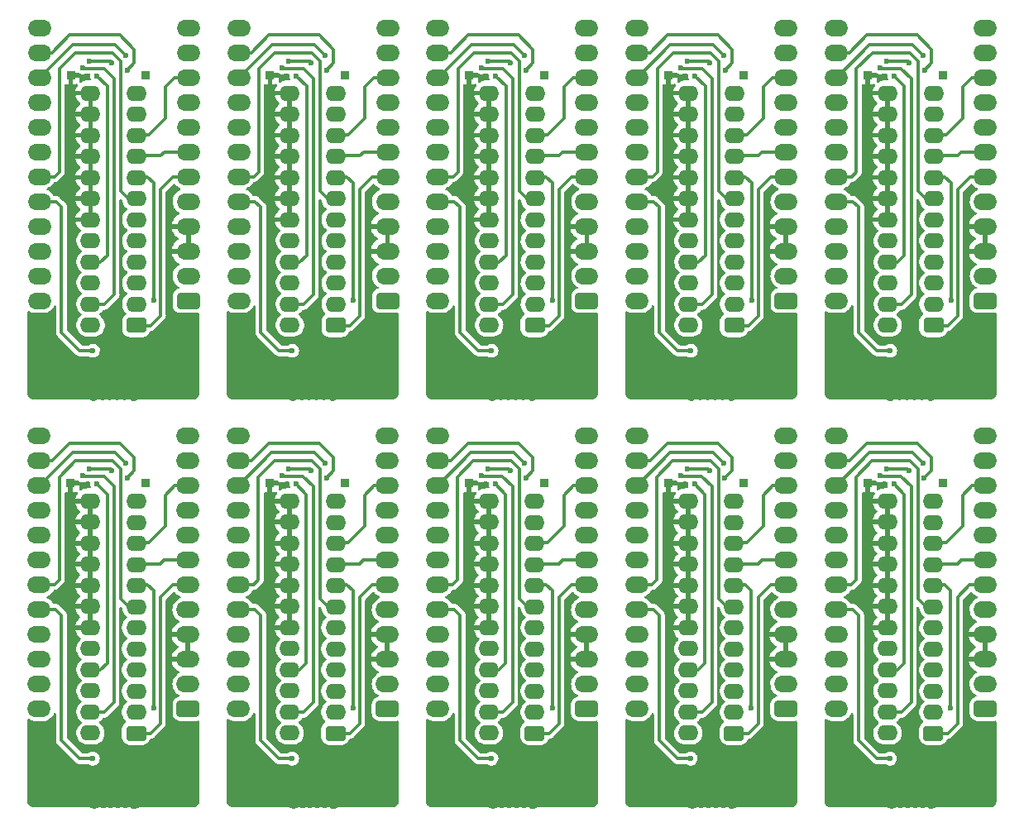
<source format=gbr>
%TF.GenerationSoftware,KiCad,Pcbnew,6.0.3-a3aad9c10e~116~ubuntu20.04.1*%
%TF.CreationDate,2022-03-20T15:04:53+01:00*%
%TF.ProjectId,10xPro_Micro_GPIB,31307850-726f-45f4-9d69-63726f5f4750,rev?*%
%TF.SameCoordinates,Original*%
%TF.FileFunction,Copper,L1,Top*%
%TF.FilePolarity,Positive*%
%FSLAX46Y46*%
G04 Gerber Fmt 4.6, Leading zero omitted, Abs format (unit mm)*
G04 Created by KiCad (PCBNEW 6.0.3-a3aad9c10e~116~ubuntu20.04.1) date 2022-03-20 15:04:53*
%MOMM*%
%LPD*%
G01*
G04 APERTURE LIST*
G04 Aperture macros list*
%AMRoundRect*
0 Rectangle with rounded corners*
0 $1 Rounding radius*
0 $2 $3 $4 $5 $6 $7 $8 $9 X,Y pos of 4 corners*
0 Add a 4 corners polygon primitive as box body*
4,1,4,$2,$3,$4,$5,$6,$7,$8,$9,$2,$3,0*
0 Add four circle primitives for the rounded corners*
1,1,$1+$1,$2,$3*
1,1,$1+$1,$4,$5*
1,1,$1+$1,$6,$7*
1,1,$1+$1,$8,$9*
0 Add four rect primitives between the rounded corners*
20,1,$1+$1,$2,$3,$4,$5,0*
20,1,$1+$1,$4,$5,$6,$7,0*
20,1,$1+$1,$6,$7,$8,$9,0*
20,1,$1+$1,$8,$9,$2,$3,0*%
G04 Aperture macros list end*
%TA.AperFunction,ComponentPad*%
%ADD10RoundRect,0.400000X0.650000X-0.400000X0.650000X0.400000X-0.650000X0.400000X-0.650000X-0.400000X0*%
%TD*%
%TA.AperFunction,ComponentPad*%
%ADD11O,2.100000X1.600000*%
%TD*%
%TA.AperFunction,ComponentPad*%
%ADD12RoundRect,0.425000X0.775000X-0.425000X0.775000X0.425000X-0.775000X0.425000X-0.775000X-0.425000X0*%
%TD*%
%TA.AperFunction,ComponentPad*%
%ADD13O,2.400000X1.700000*%
%TD*%
%TA.AperFunction,ComponentPad*%
%ADD14R,0.850000X0.850000*%
%TD*%
%TA.AperFunction,ViaPad*%
%ADD15C,0.600000*%
%TD*%
%TA.AperFunction,ViaPad*%
%ADD16C,0.800000*%
%TD*%
%TA.AperFunction,Conductor*%
%ADD17C,0.300000*%
%TD*%
%TA.AperFunction,Conductor*%
%ADD18C,0.600000*%
%TD*%
G04 APERTURE END LIST*
D10*
%TO.P,J1,1,Pin_1*%
%TO.N,GPIB 1 - DIO1*%
X106489076Y-95009000D03*
D11*
%TO.P,J1,2,Pin_2*%
%TO.N,GPIB 2 - DIO2*%
X106489076Y-92850000D03*
%TO.P,J1,3,Pin_3*%
%TO.N,GPIB 3 - DIO3*%
X106489076Y-90691000D03*
%TO.P,J1,4,Pin_4*%
%TO.N,GPIB 4 - DIO4*%
X106489076Y-88532000D03*
%TO.P,J1,5,Pin_5*%
%TO.N,GPIB 5 - EOI*%
X106489076Y-86373000D03*
%TO.P,J1,6,Pin_6*%
%TO.N,GPIB 6 - DAV*%
X106489076Y-84214000D03*
%TO.P,J1,7,Pin_7*%
%TO.N,GPIB 7-NRFD*%
X106489076Y-82055000D03*
%TO.P,J1,8,Pin_8*%
%TO.N,GPIB 8 - NDAC*%
X106489076Y-79896000D03*
%TO.P,J1,9,Pin_9*%
%TO.N,GPIB 9 - IFC*%
X106489076Y-77737000D03*
%TO.P,J1,10,Pin_10*%
%TO.N,GPIB 10 - SRQ*%
X106489076Y-75578000D03*
%TO.P,J1,11,Pin_11*%
%TO.N,GPIB 11 - ATN*%
X106489076Y-73419000D03*
%TO.P,J1,12,Pin_12*%
%TO.N,SHIELD*%
X106489076Y-71260000D03*
%TO.P,J1,13,Pin_13*%
%TO.N,GPIB 13 -DIO5*%
X101809076Y-94984500D03*
%TO.P,J1,14,Pin_14*%
%TO.N,GPIB 14 - DIO6*%
X101809076Y-92825500D03*
%TO.P,J1,15,Pin_15*%
%TO.N,GPIB 15 - DIO7*%
X101809076Y-90666500D03*
%TO.P,J1,16,Pin_16*%
%TO.N,GPIB 16 - DIO8*%
X101809076Y-88507500D03*
%TO.P,J1,17,Pin_17*%
%TO.N,GPIB 17 - REN*%
X101809076Y-86348500D03*
%TO.P,J1,18,Pin_18*%
%TO.N,GND*%
X101809076Y-84189500D03*
%TO.P,J1,19,Pin_19*%
X101809076Y-82030500D03*
%TO.P,J1,20,Pin_20*%
X101809076Y-79871500D03*
%TO.P,J1,21,Pin_21*%
X101809076Y-77712500D03*
%TO.P,J1,22,Pin_22*%
X101809076Y-75553500D03*
%TO.P,J1,23,Pin_23*%
X101809076Y-73394500D03*
%TO.P,J1,24,Pin_24*%
X101809076Y-71235500D03*
%TD*%
D12*
%TO.P,U1,1,D1/TX*%
%TO.N,unconnected-(U1-Pad1)*%
X91409076Y-92500000D03*
D13*
%TO.P,U1,2,D0/RX*%
%TO.N,unconnected-(U1-Pad2)*%
X91409076Y-89960000D03*
%TO.P,U1,3,GND*%
%TO.N,GND*%
X91409076Y-87420000D03*
%TO.P,U1,4,GND*%
X91409076Y-84880000D03*
%TO.P,U1,5,D2*%
%TO.N,GPIB 11 - ATN*%
X91409076Y-82340000D03*
%TO.P,U1,6,D3*%
%TO.N,GPIB 1 - DIO1*%
X91409076Y-79800000D03*
%TO.P,U1,7,D4/A6*%
%TO.N,GPIB 9 - IFC*%
X91409076Y-77260000D03*
%TO.P,U1,8,D5*%
%TO.N,GPIB 17 - REN*%
X91409076Y-74720000D03*
%TO.P,U1,9,D6/A7*%
%TO.N,GPIB 16 - DIO8*%
X91409076Y-72180000D03*
%TO.P,U1,10,D7*%
%TO.N,GPIB 10 - SRQ*%
X91409076Y-69640000D03*
%TO.P,U1,11,D8/A8*%
%TO.N,GPIB 13 -DIO5*%
X91409076Y-67100000D03*
%TO.P,U1,12,D9/A9*%
%TO.N,GPIB 14 - DIO6*%
X91409076Y-64560000D03*
%TO.P,U1,13,D10/A10*%
%TO.N,GPIB 15 - DIO7*%
X76169076Y-64560000D03*
%TO.P,U1,14,D16*%
%TO.N,GPIB 3 - DIO3*%
X76169076Y-67100000D03*
%TO.P,U1,15,D14*%
%TO.N,GPIB 4 - DIO4*%
X76169076Y-69640000D03*
%TO.P,U1,16,D15*%
%TO.N,GPIB 2 - DIO2*%
X76169076Y-72180000D03*
%TO.P,U1,17,D18/A0*%
%TO.N,GPIB 5 - EOI*%
X76169076Y-74720000D03*
%TO.P,U1,18,D19/A1*%
%TO.N,GPIB 6 - DAV*%
X76169076Y-77260000D03*
%TO.P,U1,19,D20/A2*%
%TO.N,GPIB 7-NRFD*%
X76169076Y-79800000D03*
%TO.P,U1,20,D21/A3*%
%TO.N,GPIB 8 - NDAC*%
X76169076Y-82340000D03*
%TO.P,U1,21,VCC*%
%TO.N,unconnected-(U1-Pad21)*%
X76169076Y-84880000D03*
%TO.P,U1,22,RST*%
%TO.N,unconnected-(U1-Pad22)*%
X76169076Y-87420000D03*
%TO.P,U1,23,GND*%
%TO.N,GND*%
X76169076Y-89960000D03*
%TO.P,U1,24,RAW*%
%TO.N,unconnected-(U1-Pad24)*%
X76169076Y-92500000D03*
%TD*%
D14*
%TO.P,J2,1,Pin_1*%
%TO.N,SHIELD*%
X148240000Y-111180000D03*
%TD*%
%TO.P,J2,1,Pin_1*%
%TO.N,SHIELD*%
X127852693Y-69420000D03*
%TD*%
%TO.P,J3,1,Pin_1*%
%TO.N,GND*%
X140569268Y-111150732D03*
%TD*%
%TO.P,J3,1,Pin_1*%
%TO.N,GND*%
X120181961Y-69390732D03*
%TD*%
D12*
%TO.P,U1,1,D1/TX*%
%TO.N,unconnected-(U1-Pad1)*%
X132209076Y-92500000D03*
D13*
%TO.P,U1,2,D0/RX*%
%TO.N,unconnected-(U1-Pad2)*%
X132209076Y-89960000D03*
%TO.P,U1,3,GND*%
%TO.N,GND*%
X132209076Y-87420000D03*
%TO.P,U1,4,GND*%
X132209076Y-84880000D03*
%TO.P,U1,5,D2*%
%TO.N,GPIB 11 - ATN*%
X132209076Y-82340000D03*
%TO.P,U1,6,D3*%
%TO.N,GPIB 1 - DIO1*%
X132209076Y-79800000D03*
%TO.P,U1,7,D4/A6*%
%TO.N,GPIB 9 - IFC*%
X132209076Y-77260000D03*
%TO.P,U1,8,D5*%
%TO.N,GPIB 17 - REN*%
X132209076Y-74720000D03*
%TO.P,U1,9,D6/A7*%
%TO.N,GPIB 16 - DIO8*%
X132209076Y-72180000D03*
%TO.P,U1,10,D7*%
%TO.N,GPIB 10 - SRQ*%
X132209076Y-69640000D03*
%TO.P,U1,11,D8/A8*%
%TO.N,GPIB 13 -DIO5*%
X132209076Y-67100000D03*
%TO.P,U1,12,D9/A9*%
%TO.N,GPIB 14 - DIO6*%
X132209076Y-64560000D03*
%TO.P,U1,13,D10/A10*%
%TO.N,GPIB 15 - DIO7*%
X116969076Y-64560000D03*
%TO.P,U1,14,D16*%
%TO.N,GPIB 3 - DIO3*%
X116969076Y-67100000D03*
%TO.P,U1,15,D14*%
%TO.N,GPIB 4 - DIO4*%
X116969076Y-69640000D03*
%TO.P,U1,16,D15*%
%TO.N,GPIB 2 - DIO2*%
X116969076Y-72180000D03*
%TO.P,U1,17,D18/A0*%
%TO.N,GPIB 5 - EOI*%
X116969076Y-74720000D03*
%TO.P,U1,18,D19/A1*%
%TO.N,GPIB 6 - DAV*%
X116969076Y-77260000D03*
%TO.P,U1,19,D20/A2*%
%TO.N,GPIB 7-NRFD*%
X116969076Y-79800000D03*
%TO.P,U1,20,D21/A3*%
%TO.N,GPIB 8 - NDAC*%
X116969076Y-82340000D03*
%TO.P,U1,21,VCC*%
%TO.N,unconnected-(U1-Pad21)*%
X116969076Y-84880000D03*
%TO.P,U1,22,RST*%
%TO.N,unconnected-(U1-Pad22)*%
X116969076Y-87420000D03*
%TO.P,U1,23,GND*%
%TO.N,GND*%
X116969076Y-89960000D03*
%TO.P,U1,24,RAW*%
%TO.N,unconnected-(U1-Pad24)*%
X116969076Y-92500000D03*
%TD*%
D14*
%TO.P,J2,1,Pin_1*%
%TO.N,SHIELD*%
X107440000Y-111180000D03*
%TD*%
%TO.P,J2,1,Pin_1*%
%TO.N,SHIELD*%
X148252693Y-69420000D03*
%TD*%
%TO.P,J3,1,Pin_1*%
%TO.N,GND*%
X140581961Y-69390732D03*
%TD*%
%TO.P,J3,1,Pin_1*%
%TO.N,GND*%
X58981961Y-69390732D03*
%TD*%
%TO.P,J2,1,Pin_1*%
%TO.N,SHIELD*%
X87040000Y-111180000D03*
%TD*%
D10*
%TO.P,J1,1,Pin_1*%
%TO.N,GPIB 1 - DIO1*%
X65676383Y-136769000D03*
D11*
%TO.P,J1,2,Pin_2*%
%TO.N,GPIB 2 - DIO2*%
X65676383Y-134610000D03*
%TO.P,J1,3,Pin_3*%
%TO.N,GPIB 3 - DIO3*%
X65676383Y-132451000D03*
%TO.P,J1,4,Pin_4*%
%TO.N,GPIB 4 - DIO4*%
X65676383Y-130292000D03*
%TO.P,J1,5,Pin_5*%
%TO.N,GPIB 5 - EOI*%
X65676383Y-128133000D03*
%TO.P,J1,6,Pin_6*%
%TO.N,GPIB 6 - DAV*%
X65676383Y-125974000D03*
%TO.P,J1,7,Pin_7*%
%TO.N,GPIB 7-NRFD*%
X65676383Y-123815000D03*
%TO.P,J1,8,Pin_8*%
%TO.N,GPIB 8 - NDAC*%
X65676383Y-121656000D03*
%TO.P,J1,9,Pin_9*%
%TO.N,GPIB 9 - IFC*%
X65676383Y-119497000D03*
%TO.P,J1,10,Pin_10*%
%TO.N,GPIB 10 - SRQ*%
X65676383Y-117338000D03*
%TO.P,J1,11,Pin_11*%
%TO.N,GPIB 11 - ATN*%
X65676383Y-115179000D03*
%TO.P,J1,12,Pin_12*%
%TO.N,SHIELD*%
X65676383Y-113020000D03*
%TO.P,J1,13,Pin_13*%
%TO.N,GPIB 13 -DIO5*%
X60996383Y-136744500D03*
%TO.P,J1,14,Pin_14*%
%TO.N,GPIB 14 - DIO6*%
X60996383Y-134585500D03*
%TO.P,J1,15,Pin_15*%
%TO.N,GPIB 15 - DIO7*%
X60996383Y-132426500D03*
%TO.P,J1,16,Pin_16*%
%TO.N,GPIB 16 - DIO8*%
X60996383Y-130267500D03*
%TO.P,J1,17,Pin_17*%
%TO.N,GPIB 17 - REN*%
X60996383Y-128108500D03*
%TO.P,J1,18,Pin_18*%
%TO.N,GND*%
X60996383Y-125949500D03*
%TO.P,J1,19,Pin_19*%
X60996383Y-123790500D03*
%TO.P,J1,20,Pin_20*%
X60996383Y-121631500D03*
%TO.P,J1,21,Pin_21*%
X60996383Y-119472500D03*
%TO.P,J1,22,Pin_22*%
X60996383Y-117313500D03*
%TO.P,J1,23,Pin_23*%
X60996383Y-115154500D03*
%TO.P,J1,24,Pin_24*%
X60996383Y-112995500D03*
%TD*%
D12*
%TO.P,U1,1,D1/TX*%
%TO.N,unconnected-(U1-Pad1)*%
X111796383Y-134260000D03*
D13*
%TO.P,U1,2,D0/RX*%
%TO.N,unconnected-(U1-Pad2)*%
X111796383Y-131720000D03*
%TO.P,U1,3,GND*%
%TO.N,GND*%
X111796383Y-129180000D03*
%TO.P,U1,4,GND*%
X111796383Y-126640000D03*
%TO.P,U1,5,D2*%
%TO.N,GPIB 11 - ATN*%
X111796383Y-124100000D03*
%TO.P,U1,6,D3*%
%TO.N,GPIB 1 - DIO1*%
X111796383Y-121560000D03*
%TO.P,U1,7,D4/A6*%
%TO.N,GPIB 9 - IFC*%
X111796383Y-119020000D03*
%TO.P,U1,8,D5*%
%TO.N,GPIB 17 - REN*%
X111796383Y-116480000D03*
%TO.P,U1,9,D6/A7*%
%TO.N,GPIB 16 - DIO8*%
X111796383Y-113940000D03*
%TO.P,U1,10,D7*%
%TO.N,GPIB 10 - SRQ*%
X111796383Y-111400000D03*
%TO.P,U1,11,D8/A8*%
%TO.N,GPIB 13 -DIO5*%
X111796383Y-108860000D03*
%TO.P,U1,12,D9/A9*%
%TO.N,GPIB 14 - DIO6*%
X111796383Y-106320000D03*
%TO.P,U1,13,D10/A10*%
%TO.N,GPIB 15 - DIO7*%
X96556383Y-106320000D03*
%TO.P,U1,14,D16*%
%TO.N,GPIB 3 - DIO3*%
X96556383Y-108860000D03*
%TO.P,U1,15,D14*%
%TO.N,GPIB 4 - DIO4*%
X96556383Y-111400000D03*
%TO.P,U1,16,D15*%
%TO.N,GPIB 2 - DIO2*%
X96556383Y-113940000D03*
%TO.P,U1,17,D18/A0*%
%TO.N,GPIB 5 - EOI*%
X96556383Y-116480000D03*
%TO.P,U1,18,D19/A1*%
%TO.N,GPIB 6 - DAV*%
X96556383Y-119020000D03*
%TO.P,U1,19,D20/A2*%
%TO.N,GPIB 7-NRFD*%
X96556383Y-121560000D03*
%TO.P,U1,20,D21/A3*%
%TO.N,GPIB 8 - NDAC*%
X96556383Y-124100000D03*
%TO.P,U1,21,VCC*%
%TO.N,unconnected-(U1-Pad21)*%
X96556383Y-126640000D03*
%TO.P,U1,22,RST*%
%TO.N,unconnected-(U1-Pad22)*%
X96556383Y-129180000D03*
%TO.P,U1,23,GND*%
%TO.N,GND*%
X96556383Y-131720000D03*
%TO.P,U1,24,RAW*%
%TO.N,unconnected-(U1-Pad24)*%
X96556383Y-134260000D03*
%TD*%
D10*
%TO.P,J1,1,Pin_1*%
%TO.N,GPIB 1 - DIO1*%
X147289076Y-95009000D03*
D11*
%TO.P,J1,2,Pin_2*%
%TO.N,GPIB 2 - DIO2*%
X147289076Y-92850000D03*
%TO.P,J1,3,Pin_3*%
%TO.N,GPIB 3 - DIO3*%
X147289076Y-90691000D03*
%TO.P,J1,4,Pin_4*%
%TO.N,GPIB 4 - DIO4*%
X147289076Y-88532000D03*
%TO.P,J1,5,Pin_5*%
%TO.N,GPIB 5 - EOI*%
X147289076Y-86373000D03*
%TO.P,J1,6,Pin_6*%
%TO.N,GPIB 6 - DAV*%
X147289076Y-84214000D03*
%TO.P,J1,7,Pin_7*%
%TO.N,GPIB 7-NRFD*%
X147289076Y-82055000D03*
%TO.P,J1,8,Pin_8*%
%TO.N,GPIB 8 - NDAC*%
X147289076Y-79896000D03*
%TO.P,J1,9,Pin_9*%
%TO.N,GPIB 9 - IFC*%
X147289076Y-77737000D03*
%TO.P,J1,10,Pin_10*%
%TO.N,GPIB 10 - SRQ*%
X147289076Y-75578000D03*
%TO.P,J1,11,Pin_11*%
%TO.N,GPIB 11 - ATN*%
X147289076Y-73419000D03*
%TO.P,J1,12,Pin_12*%
%TO.N,SHIELD*%
X147289076Y-71260000D03*
%TO.P,J1,13,Pin_13*%
%TO.N,GPIB 13 -DIO5*%
X142609076Y-94984500D03*
%TO.P,J1,14,Pin_14*%
%TO.N,GPIB 14 - DIO6*%
X142609076Y-92825500D03*
%TO.P,J1,15,Pin_15*%
%TO.N,GPIB 15 - DIO7*%
X142609076Y-90666500D03*
%TO.P,J1,16,Pin_16*%
%TO.N,GPIB 16 - DIO8*%
X142609076Y-88507500D03*
%TO.P,J1,17,Pin_17*%
%TO.N,GPIB 17 - REN*%
X142609076Y-86348500D03*
%TO.P,J1,18,Pin_18*%
%TO.N,GND*%
X142609076Y-84189500D03*
%TO.P,J1,19,Pin_19*%
X142609076Y-82030500D03*
%TO.P,J1,20,Pin_20*%
X142609076Y-79871500D03*
%TO.P,J1,21,Pin_21*%
X142609076Y-77712500D03*
%TO.P,J1,22,Pin_22*%
X142609076Y-75553500D03*
%TO.P,J1,23,Pin_23*%
X142609076Y-73394500D03*
%TO.P,J1,24,Pin_24*%
X142609076Y-71235500D03*
%TD*%
D10*
%TO.P,J1,1,Pin_1*%
%TO.N,GPIB 1 - DIO1*%
X86089076Y-95009000D03*
D11*
%TO.P,J1,2,Pin_2*%
%TO.N,GPIB 2 - DIO2*%
X86089076Y-92850000D03*
%TO.P,J1,3,Pin_3*%
%TO.N,GPIB 3 - DIO3*%
X86089076Y-90691000D03*
%TO.P,J1,4,Pin_4*%
%TO.N,GPIB 4 - DIO4*%
X86089076Y-88532000D03*
%TO.P,J1,5,Pin_5*%
%TO.N,GPIB 5 - EOI*%
X86089076Y-86373000D03*
%TO.P,J1,6,Pin_6*%
%TO.N,GPIB 6 - DAV*%
X86089076Y-84214000D03*
%TO.P,J1,7,Pin_7*%
%TO.N,GPIB 7-NRFD*%
X86089076Y-82055000D03*
%TO.P,J1,8,Pin_8*%
%TO.N,GPIB 8 - NDAC*%
X86089076Y-79896000D03*
%TO.P,J1,9,Pin_9*%
%TO.N,GPIB 9 - IFC*%
X86089076Y-77737000D03*
%TO.P,J1,10,Pin_10*%
%TO.N,GPIB 10 - SRQ*%
X86089076Y-75578000D03*
%TO.P,J1,11,Pin_11*%
%TO.N,GPIB 11 - ATN*%
X86089076Y-73419000D03*
%TO.P,J1,12,Pin_12*%
%TO.N,SHIELD*%
X86089076Y-71260000D03*
%TO.P,J1,13,Pin_13*%
%TO.N,GPIB 13 -DIO5*%
X81409076Y-94984500D03*
%TO.P,J1,14,Pin_14*%
%TO.N,GPIB 14 - DIO6*%
X81409076Y-92825500D03*
%TO.P,J1,15,Pin_15*%
%TO.N,GPIB 15 - DIO7*%
X81409076Y-90666500D03*
%TO.P,J1,16,Pin_16*%
%TO.N,GPIB 16 - DIO8*%
X81409076Y-88507500D03*
%TO.P,J1,17,Pin_17*%
%TO.N,GPIB 17 - REN*%
X81409076Y-86348500D03*
%TO.P,J1,18,Pin_18*%
%TO.N,GND*%
X81409076Y-84189500D03*
%TO.P,J1,19,Pin_19*%
X81409076Y-82030500D03*
%TO.P,J1,20,Pin_20*%
X81409076Y-79871500D03*
%TO.P,J1,21,Pin_21*%
X81409076Y-77712500D03*
%TO.P,J1,22,Pin_22*%
X81409076Y-75553500D03*
%TO.P,J1,23,Pin_23*%
X81409076Y-73394500D03*
%TO.P,J1,24,Pin_24*%
X81409076Y-71235500D03*
%TD*%
D12*
%TO.P,U1,1,D1/TX*%
%TO.N,unconnected-(U1-Pad1)*%
X152609076Y-92500000D03*
D13*
%TO.P,U1,2,D0/RX*%
%TO.N,unconnected-(U1-Pad2)*%
X152609076Y-89960000D03*
%TO.P,U1,3,GND*%
%TO.N,GND*%
X152609076Y-87420000D03*
%TO.P,U1,4,GND*%
X152609076Y-84880000D03*
%TO.P,U1,5,D2*%
%TO.N,GPIB 11 - ATN*%
X152609076Y-82340000D03*
%TO.P,U1,6,D3*%
%TO.N,GPIB 1 - DIO1*%
X152609076Y-79800000D03*
%TO.P,U1,7,D4/A6*%
%TO.N,GPIB 9 - IFC*%
X152609076Y-77260000D03*
%TO.P,U1,8,D5*%
%TO.N,GPIB 17 - REN*%
X152609076Y-74720000D03*
%TO.P,U1,9,D6/A7*%
%TO.N,GPIB 16 - DIO8*%
X152609076Y-72180000D03*
%TO.P,U1,10,D7*%
%TO.N,GPIB 10 - SRQ*%
X152609076Y-69640000D03*
%TO.P,U1,11,D8/A8*%
%TO.N,GPIB 13 -DIO5*%
X152609076Y-67100000D03*
%TO.P,U1,12,D9/A9*%
%TO.N,GPIB 14 - DIO6*%
X152609076Y-64560000D03*
%TO.P,U1,13,D10/A10*%
%TO.N,GPIB 15 - DIO7*%
X137369076Y-64560000D03*
%TO.P,U1,14,D16*%
%TO.N,GPIB 3 - DIO3*%
X137369076Y-67100000D03*
%TO.P,U1,15,D14*%
%TO.N,GPIB 4 - DIO4*%
X137369076Y-69640000D03*
%TO.P,U1,16,D15*%
%TO.N,GPIB 2 - DIO2*%
X137369076Y-72180000D03*
%TO.P,U1,17,D18/A0*%
%TO.N,GPIB 5 - EOI*%
X137369076Y-74720000D03*
%TO.P,U1,18,D19/A1*%
%TO.N,GPIB 6 - DAV*%
X137369076Y-77260000D03*
%TO.P,U1,19,D20/A2*%
%TO.N,GPIB 7-NRFD*%
X137369076Y-79800000D03*
%TO.P,U1,20,D21/A3*%
%TO.N,GPIB 8 - NDAC*%
X137369076Y-82340000D03*
%TO.P,U1,21,VCC*%
%TO.N,unconnected-(U1-Pad21)*%
X137369076Y-84880000D03*
%TO.P,U1,22,RST*%
%TO.N,unconnected-(U1-Pad22)*%
X137369076Y-87420000D03*
%TO.P,U1,23,GND*%
%TO.N,GND*%
X137369076Y-89960000D03*
%TO.P,U1,24,RAW*%
%TO.N,unconnected-(U1-Pad24)*%
X137369076Y-92500000D03*
%TD*%
D14*
%TO.P,J3,1,Pin_1*%
%TO.N,GND*%
X120169268Y-111150732D03*
%TD*%
D10*
%TO.P,J1,1,Pin_1*%
%TO.N,GPIB 1 - DIO1*%
X106476383Y-136769000D03*
D11*
%TO.P,J1,2,Pin_2*%
%TO.N,GPIB 2 - DIO2*%
X106476383Y-134610000D03*
%TO.P,J1,3,Pin_3*%
%TO.N,GPIB 3 - DIO3*%
X106476383Y-132451000D03*
%TO.P,J1,4,Pin_4*%
%TO.N,GPIB 4 - DIO4*%
X106476383Y-130292000D03*
%TO.P,J1,5,Pin_5*%
%TO.N,GPIB 5 - EOI*%
X106476383Y-128133000D03*
%TO.P,J1,6,Pin_6*%
%TO.N,GPIB 6 - DAV*%
X106476383Y-125974000D03*
%TO.P,J1,7,Pin_7*%
%TO.N,GPIB 7-NRFD*%
X106476383Y-123815000D03*
%TO.P,J1,8,Pin_8*%
%TO.N,GPIB 8 - NDAC*%
X106476383Y-121656000D03*
%TO.P,J1,9,Pin_9*%
%TO.N,GPIB 9 - IFC*%
X106476383Y-119497000D03*
%TO.P,J1,10,Pin_10*%
%TO.N,GPIB 10 - SRQ*%
X106476383Y-117338000D03*
%TO.P,J1,11,Pin_11*%
%TO.N,GPIB 11 - ATN*%
X106476383Y-115179000D03*
%TO.P,J1,12,Pin_12*%
%TO.N,SHIELD*%
X106476383Y-113020000D03*
%TO.P,J1,13,Pin_13*%
%TO.N,GPIB 13 -DIO5*%
X101796383Y-136744500D03*
%TO.P,J1,14,Pin_14*%
%TO.N,GPIB 14 - DIO6*%
X101796383Y-134585500D03*
%TO.P,J1,15,Pin_15*%
%TO.N,GPIB 15 - DIO7*%
X101796383Y-132426500D03*
%TO.P,J1,16,Pin_16*%
%TO.N,GPIB 16 - DIO8*%
X101796383Y-130267500D03*
%TO.P,J1,17,Pin_17*%
%TO.N,GPIB 17 - REN*%
X101796383Y-128108500D03*
%TO.P,J1,18,Pin_18*%
%TO.N,GND*%
X101796383Y-125949500D03*
%TO.P,J1,19,Pin_19*%
X101796383Y-123790500D03*
%TO.P,J1,20,Pin_20*%
X101796383Y-121631500D03*
%TO.P,J1,21,Pin_21*%
X101796383Y-119472500D03*
%TO.P,J1,22,Pin_22*%
X101796383Y-117313500D03*
%TO.P,J1,23,Pin_23*%
X101796383Y-115154500D03*
%TO.P,J1,24,Pin_24*%
X101796383Y-112995500D03*
%TD*%
D12*
%TO.P,U1,1,D1/TX*%
%TO.N,unconnected-(U1-Pad1)*%
X111809076Y-92500000D03*
D13*
%TO.P,U1,2,D0/RX*%
%TO.N,unconnected-(U1-Pad2)*%
X111809076Y-89960000D03*
%TO.P,U1,3,GND*%
%TO.N,GND*%
X111809076Y-87420000D03*
%TO.P,U1,4,GND*%
X111809076Y-84880000D03*
%TO.P,U1,5,D2*%
%TO.N,GPIB 11 - ATN*%
X111809076Y-82340000D03*
%TO.P,U1,6,D3*%
%TO.N,GPIB 1 - DIO1*%
X111809076Y-79800000D03*
%TO.P,U1,7,D4/A6*%
%TO.N,GPIB 9 - IFC*%
X111809076Y-77260000D03*
%TO.P,U1,8,D5*%
%TO.N,GPIB 17 - REN*%
X111809076Y-74720000D03*
%TO.P,U1,9,D6/A7*%
%TO.N,GPIB 16 - DIO8*%
X111809076Y-72180000D03*
%TO.P,U1,10,D7*%
%TO.N,GPIB 10 - SRQ*%
X111809076Y-69640000D03*
%TO.P,U1,11,D8/A8*%
%TO.N,GPIB 13 -DIO5*%
X111809076Y-67100000D03*
%TO.P,U1,12,D9/A9*%
%TO.N,GPIB 14 - DIO6*%
X111809076Y-64560000D03*
%TO.P,U1,13,D10/A10*%
%TO.N,GPIB 15 - DIO7*%
X96569076Y-64560000D03*
%TO.P,U1,14,D16*%
%TO.N,GPIB 3 - DIO3*%
X96569076Y-67100000D03*
%TO.P,U1,15,D14*%
%TO.N,GPIB 4 - DIO4*%
X96569076Y-69640000D03*
%TO.P,U1,16,D15*%
%TO.N,GPIB 2 - DIO2*%
X96569076Y-72180000D03*
%TO.P,U1,17,D18/A0*%
%TO.N,GPIB 5 - EOI*%
X96569076Y-74720000D03*
%TO.P,U1,18,D19/A1*%
%TO.N,GPIB 6 - DAV*%
X96569076Y-77260000D03*
%TO.P,U1,19,D20/A2*%
%TO.N,GPIB 7-NRFD*%
X96569076Y-79800000D03*
%TO.P,U1,20,D21/A3*%
%TO.N,GPIB 8 - NDAC*%
X96569076Y-82340000D03*
%TO.P,U1,21,VCC*%
%TO.N,unconnected-(U1-Pad21)*%
X96569076Y-84880000D03*
%TO.P,U1,22,RST*%
%TO.N,unconnected-(U1-Pad22)*%
X96569076Y-87420000D03*
%TO.P,U1,23,GND*%
%TO.N,GND*%
X96569076Y-89960000D03*
%TO.P,U1,24,RAW*%
%TO.N,unconnected-(U1-Pad24)*%
X96569076Y-92500000D03*
%TD*%
D12*
%TO.P,U1,1,D1/TX*%
%TO.N,unconnected-(U1-Pad1)*%
X71009076Y-92500000D03*
D13*
%TO.P,U1,2,D0/RX*%
%TO.N,unconnected-(U1-Pad2)*%
X71009076Y-89960000D03*
%TO.P,U1,3,GND*%
%TO.N,GND*%
X71009076Y-87420000D03*
%TO.P,U1,4,GND*%
X71009076Y-84880000D03*
%TO.P,U1,5,D2*%
%TO.N,GPIB 11 - ATN*%
X71009076Y-82340000D03*
%TO.P,U1,6,D3*%
%TO.N,GPIB 1 - DIO1*%
X71009076Y-79800000D03*
%TO.P,U1,7,D4/A6*%
%TO.N,GPIB 9 - IFC*%
X71009076Y-77260000D03*
%TO.P,U1,8,D5*%
%TO.N,GPIB 17 - REN*%
X71009076Y-74720000D03*
%TO.P,U1,9,D6/A7*%
%TO.N,GPIB 16 - DIO8*%
X71009076Y-72180000D03*
%TO.P,U1,10,D7*%
%TO.N,GPIB 10 - SRQ*%
X71009076Y-69640000D03*
%TO.P,U1,11,D8/A8*%
%TO.N,GPIB 13 -DIO5*%
X71009076Y-67100000D03*
%TO.P,U1,12,D9/A9*%
%TO.N,GPIB 14 - DIO6*%
X71009076Y-64560000D03*
%TO.P,U1,13,D10/A10*%
%TO.N,GPIB 15 - DIO7*%
X55769076Y-64560000D03*
%TO.P,U1,14,D16*%
%TO.N,GPIB 3 - DIO3*%
X55769076Y-67100000D03*
%TO.P,U1,15,D14*%
%TO.N,GPIB 4 - DIO4*%
X55769076Y-69640000D03*
%TO.P,U1,16,D15*%
%TO.N,GPIB 2 - DIO2*%
X55769076Y-72180000D03*
%TO.P,U1,17,D18/A0*%
%TO.N,GPIB 5 - EOI*%
X55769076Y-74720000D03*
%TO.P,U1,18,D19/A1*%
%TO.N,GPIB 6 - DAV*%
X55769076Y-77260000D03*
%TO.P,U1,19,D20/A2*%
%TO.N,GPIB 7-NRFD*%
X55769076Y-79800000D03*
%TO.P,U1,20,D21/A3*%
%TO.N,GPIB 8 - NDAC*%
X55769076Y-82340000D03*
%TO.P,U1,21,VCC*%
%TO.N,unconnected-(U1-Pad21)*%
X55769076Y-84880000D03*
%TO.P,U1,22,RST*%
%TO.N,unconnected-(U1-Pad22)*%
X55769076Y-87420000D03*
%TO.P,U1,23,GND*%
%TO.N,GND*%
X55769076Y-89960000D03*
%TO.P,U1,24,RAW*%
%TO.N,unconnected-(U1-Pad24)*%
X55769076Y-92500000D03*
%TD*%
D14*
%TO.P,J2,1,Pin_1*%
%TO.N,SHIELD*%
X107452693Y-69420000D03*
%TD*%
D12*
%TO.P,U1,1,D1/TX*%
%TO.N,unconnected-(U1-Pad1)*%
X152596383Y-134260000D03*
D13*
%TO.P,U1,2,D0/RX*%
%TO.N,unconnected-(U1-Pad2)*%
X152596383Y-131720000D03*
%TO.P,U1,3,GND*%
%TO.N,GND*%
X152596383Y-129180000D03*
%TO.P,U1,4,GND*%
X152596383Y-126640000D03*
%TO.P,U1,5,D2*%
%TO.N,GPIB 11 - ATN*%
X152596383Y-124100000D03*
%TO.P,U1,6,D3*%
%TO.N,GPIB 1 - DIO1*%
X152596383Y-121560000D03*
%TO.P,U1,7,D4/A6*%
%TO.N,GPIB 9 - IFC*%
X152596383Y-119020000D03*
%TO.P,U1,8,D5*%
%TO.N,GPIB 17 - REN*%
X152596383Y-116480000D03*
%TO.P,U1,9,D6/A7*%
%TO.N,GPIB 16 - DIO8*%
X152596383Y-113940000D03*
%TO.P,U1,10,D7*%
%TO.N,GPIB 10 - SRQ*%
X152596383Y-111400000D03*
%TO.P,U1,11,D8/A8*%
%TO.N,GPIB 13 -DIO5*%
X152596383Y-108860000D03*
%TO.P,U1,12,D9/A9*%
%TO.N,GPIB 14 - DIO6*%
X152596383Y-106320000D03*
%TO.P,U1,13,D10/A10*%
%TO.N,GPIB 15 - DIO7*%
X137356383Y-106320000D03*
%TO.P,U1,14,D16*%
%TO.N,GPIB 3 - DIO3*%
X137356383Y-108860000D03*
%TO.P,U1,15,D14*%
%TO.N,GPIB 4 - DIO4*%
X137356383Y-111400000D03*
%TO.P,U1,16,D15*%
%TO.N,GPIB 2 - DIO2*%
X137356383Y-113940000D03*
%TO.P,U1,17,D18/A0*%
%TO.N,GPIB 5 - EOI*%
X137356383Y-116480000D03*
%TO.P,U1,18,D19/A1*%
%TO.N,GPIB 6 - DAV*%
X137356383Y-119020000D03*
%TO.P,U1,19,D20/A2*%
%TO.N,GPIB 7-NRFD*%
X137356383Y-121560000D03*
%TO.P,U1,20,D21/A3*%
%TO.N,GPIB 8 - NDAC*%
X137356383Y-124100000D03*
%TO.P,U1,21,VCC*%
%TO.N,unconnected-(U1-Pad21)*%
X137356383Y-126640000D03*
%TO.P,U1,22,RST*%
%TO.N,unconnected-(U1-Pad22)*%
X137356383Y-129180000D03*
%TO.P,U1,23,GND*%
%TO.N,GND*%
X137356383Y-131720000D03*
%TO.P,U1,24,RAW*%
%TO.N,unconnected-(U1-Pad24)*%
X137356383Y-134260000D03*
%TD*%
D14*
%TO.P,J2,1,Pin_1*%
%TO.N,SHIELD*%
X127840000Y-111180000D03*
%TD*%
%TO.P,J2,1,Pin_1*%
%TO.N,SHIELD*%
X87052693Y-69420000D03*
%TD*%
%TO.P,J3,1,Pin_1*%
%TO.N,GND*%
X99781961Y-69390732D03*
%TD*%
D10*
%TO.P,J1,1,Pin_1*%
%TO.N,GPIB 1 - DIO1*%
X65689076Y-95009000D03*
D11*
%TO.P,J1,2,Pin_2*%
%TO.N,GPIB 2 - DIO2*%
X65689076Y-92850000D03*
%TO.P,J1,3,Pin_3*%
%TO.N,GPIB 3 - DIO3*%
X65689076Y-90691000D03*
%TO.P,J1,4,Pin_4*%
%TO.N,GPIB 4 - DIO4*%
X65689076Y-88532000D03*
%TO.P,J1,5,Pin_5*%
%TO.N,GPIB 5 - EOI*%
X65689076Y-86373000D03*
%TO.P,J1,6,Pin_6*%
%TO.N,GPIB 6 - DAV*%
X65689076Y-84214000D03*
%TO.P,J1,7,Pin_7*%
%TO.N,GPIB 7-NRFD*%
X65689076Y-82055000D03*
%TO.P,J1,8,Pin_8*%
%TO.N,GPIB 8 - NDAC*%
X65689076Y-79896000D03*
%TO.P,J1,9,Pin_9*%
%TO.N,GPIB 9 - IFC*%
X65689076Y-77737000D03*
%TO.P,J1,10,Pin_10*%
%TO.N,GPIB 10 - SRQ*%
X65689076Y-75578000D03*
%TO.P,J1,11,Pin_11*%
%TO.N,GPIB 11 - ATN*%
X65689076Y-73419000D03*
%TO.P,J1,12,Pin_12*%
%TO.N,SHIELD*%
X65689076Y-71260000D03*
%TO.P,J1,13,Pin_13*%
%TO.N,GPIB 13 -DIO5*%
X61009076Y-94984500D03*
%TO.P,J1,14,Pin_14*%
%TO.N,GPIB 14 - DIO6*%
X61009076Y-92825500D03*
%TO.P,J1,15,Pin_15*%
%TO.N,GPIB 15 - DIO7*%
X61009076Y-90666500D03*
%TO.P,J1,16,Pin_16*%
%TO.N,GPIB 16 - DIO8*%
X61009076Y-88507500D03*
%TO.P,J1,17,Pin_17*%
%TO.N,GPIB 17 - REN*%
X61009076Y-86348500D03*
%TO.P,J1,18,Pin_18*%
%TO.N,GND*%
X61009076Y-84189500D03*
%TO.P,J1,19,Pin_19*%
X61009076Y-82030500D03*
%TO.P,J1,20,Pin_20*%
X61009076Y-79871500D03*
%TO.P,J1,21,Pin_21*%
X61009076Y-77712500D03*
%TO.P,J1,22,Pin_22*%
X61009076Y-75553500D03*
%TO.P,J1,23,Pin_23*%
X61009076Y-73394500D03*
%TO.P,J1,24,Pin_24*%
X61009076Y-71235500D03*
%TD*%
D14*
%TO.P,J3,1,Pin_1*%
%TO.N,GND*%
X99769268Y-111150732D03*
%TD*%
D12*
%TO.P,U1,1,D1/TX*%
%TO.N,unconnected-(U1-Pad1)*%
X70996383Y-134260000D03*
D13*
%TO.P,U1,2,D0/RX*%
%TO.N,unconnected-(U1-Pad2)*%
X70996383Y-131720000D03*
%TO.P,U1,3,GND*%
%TO.N,GND*%
X70996383Y-129180000D03*
%TO.P,U1,4,GND*%
X70996383Y-126640000D03*
%TO.P,U1,5,D2*%
%TO.N,GPIB 11 - ATN*%
X70996383Y-124100000D03*
%TO.P,U1,6,D3*%
%TO.N,GPIB 1 - DIO1*%
X70996383Y-121560000D03*
%TO.P,U1,7,D4/A6*%
%TO.N,GPIB 9 - IFC*%
X70996383Y-119020000D03*
%TO.P,U1,8,D5*%
%TO.N,GPIB 17 - REN*%
X70996383Y-116480000D03*
%TO.P,U1,9,D6/A7*%
%TO.N,GPIB 16 - DIO8*%
X70996383Y-113940000D03*
%TO.P,U1,10,D7*%
%TO.N,GPIB 10 - SRQ*%
X70996383Y-111400000D03*
%TO.P,U1,11,D8/A8*%
%TO.N,GPIB 13 -DIO5*%
X70996383Y-108860000D03*
%TO.P,U1,12,D9/A9*%
%TO.N,GPIB 14 - DIO6*%
X70996383Y-106320000D03*
%TO.P,U1,13,D10/A10*%
%TO.N,GPIB 15 - DIO7*%
X55756383Y-106320000D03*
%TO.P,U1,14,D16*%
%TO.N,GPIB 3 - DIO3*%
X55756383Y-108860000D03*
%TO.P,U1,15,D14*%
%TO.N,GPIB 4 - DIO4*%
X55756383Y-111400000D03*
%TO.P,U1,16,D15*%
%TO.N,GPIB 2 - DIO2*%
X55756383Y-113940000D03*
%TO.P,U1,17,D18/A0*%
%TO.N,GPIB 5 - EOI*%
X55756383Y-116480000D03*
%TO.P,U1,18,D19/A1*%
%TO.N,GPIB 6 - DAV*%
X55756383Y-119020000D03*
%TO.P,U1,19,D20/A2*%
%TO.N,GPIB 7-NRFD*%
X55756383Y-121560000D03*
%TO.P,U1,20,D21/A3*%
%TO.N,GPIB 8 - NDAC*%
X55756383Y-124100000D03*
%TO.P,U1,21,VCC*%
%TO.N,unconnected-(U1-Pad21)*%
X55756383Y-126640000D03*
%TO.P,U1,22,RST*%
%TO.N,unconnected-(U1-Pad22)*%
X55756383Y-129180000D03*
%TO.P,U1,23,GND*%
%TO.N,GND*%
X55756383Y-131720000D03*
%TO.P,U1,24,RAW*%
%TO.N,unconnected-(U1-Pad24)*%
X55756383Y-134260000D03*
%TD*%
D14*
%TO.P,J2,1,Pin_1*%
%TO.N,SHIELD*%
X66652693Y-69420000D03*
%TD*%
D12*
%TO.P,U1,1,D1/TX*%
%TO.N,unconnected-(U1-Pad1)*%
X91396383Y-134260000D03*
D13*
%TO.P,U1,2,D0/RX*%
%TO.N,unconnected-(U1-Pad2)*%
X91396383Y-131720000D03*
%TO.P,U1,3,GND*%
%TO.N,GND*%
X91396383Y-129180000D03*
%TO.P,U1,4,GND*%
X91396383Y-126640000D03*
%TO.P,U1,5,D2*%
%TO.N,GPIB 11 - ATN*%
X91396383Y-124100000D03*
%TO.P,U1,6,D3*%
%TO.N,GPIB 1 - DIO1*%
X91396383Y-121560000D03*
%TO.P,U1,7,D4/A6*%
%TO.N,GPIB 9 - IFC*%
X91396383Y-119020000D03*
%TO.P,U1,8,D5*%
%TO.N,GPIB 17 - REN*%
X91396383Y-116480000D03*
%TO.P,U1,9,D6/A7*%
%TO.N,GPIB 16 - DIO8*%
X91396383Y-113940000D03*
%TO.P,U1,10,D7*%
%TO.N,GPIB 10 - SRQ*%
X91396383Y-111400000D03*
%TO.P,U1,11,D8/A8*%
%TO.N,GPIB 13 -DIO5*%
X91396383Y-108860000D03*
%TO.P,U1,12,D9/A9*%
%TO.N,GPIB 14 - DIO6*%
X91396383Y-106320000D03*
%TO.P,U1,13,D10/A10*%
%TO.N,GPIB 15 - DIO7*%
X76156383Y-106320000D03*
%TO.P,U1,14,D16*%
%TO.N,GPIB 3 - DIO3*%
X76156383Y-108860000D03*
%TO.P,U1,15,D14*%
%TO.N,GPIB 4 - DIO4*%
X76156383Y-111400000D03*
%TO.P,U1,16,D15*%
%TO.N,GPIB 2 - DIO2*%
X76156383Y-113940000D03*
%TO.P,U1,17,D18/A0*%
%TO.N,GPIB 5 - EOI*%
X76156383Y-116480000D03*
%TO.P,U1,18,D19/A1*%
%TO.N,GPIB 6 - DAV*%
X76156383Y-119020000D03*
%TO.P,U1,19,D20/A2*%
%TO.N,GPIB 7-NRFD*%
X76156383Y-121560000D03*
%TO.P,U1,20,D21/A3*%
%TO.N,GPIB 8 - NDAC*%
X76156383Y-124100000D03*
%TO.P,U1,21,VCC*%
%TO.N,unconnected-(U1-Pad21)*%
X76156383Y-126640000D03*
%TO.P,U1,22,RST*%
%TO.N,unconnected-(U1-Pad22)*%
X76156383Y-129180000D03*
%TO.P,U1,23,GND*%
%TO.N,GND*%
X76156383Y-131720000D03*
%TO.P,U1,24,RAW*%
%TO.N,unconnected-(U1-Pad24)*%
X76156383Y-134260000D03*
%TD*%
D14*
%TO.P,J2,1,Pin_1*%
%TO.N,SHIELD*%
X66640000Y-111180000D03*
%TD*%
D10*
%TO.P,J1,1,Pin_1*%
%TO.N,GPIB 1 - DIO1*%
X126876383Y-136769000D03*
D11*
%TO.P,J1,2,Pin_2*%
%TO.N,GPIB 2 - DIO2*%
X126876383Y-134610000D03*
%TO.P,J1,3,Pin_3*%
%TO.N,GPIB 3 - DIO3*%
X126876383Y-132451000D03*
%TO.P,J1,4,Pin_4*%
%TO.N,GPIB 4 - DIO4*%
X126876383Y-130292000D03*
%TO.P,J1,5,Pin_5*%
%TO.N,GPIB 5 - EOI*%
X126876383Y-128133000D03*
%TO.P,J1,6,Pin_6*%
%TO.N,GPIB 6 - DAV*%
X126876383Y-125974000D03*
%TO.P,J1,7,Pin_7*%
%TO.N,GPIB 7-NRFD*%
X126876383Y-123815000D03*
%TO.P,J1,8,Pin_8*%
%TO.N,GPIB 8 - NDAC*%
X126876383Y-121656000D03*
%TO.P,J1,9,Pin_9*%
%TO.N,GPIB 9 - IFC*%
X126876383Y-119497000D03*
%TO.P,J1,10,Pin_10*%
%TO.N,GPIB 10 - SRQ*%
X126876383Y-117338000D03*
%TO.P,J1,11,Pin_11*%
%TO.N,GPIB 11 - ATN*%
X126876383Y-115179000D03*
%TO.P,J1,12,Pin_12*%
%TO.N,SHIELD*%
X126876383Y-113020000D03*
%TO.P,J1,13,Pin_13*%
%TO.N,GPIB 13 -DIO5*%
X122196383Y-136744500D03*
%TO.P,J1,14,Pin_14*%
%TO.N,GPIB 14 - DIO6*%
X122196383Y-134585500D03*
%TO.P,J1,15,Pin_15*%
%TO.N,GPIB 15 - DIO7*%
X122196383Y-132426500D03*
%TO.P,J1,16,Pin_16*%
%TO.N,GPIB 16 - DIO8*%
X122196383Y-130267500D03*
%TO.P,J1,17,Pin_17*%
%TO.N,GPIB 17 - REN*%
X122196383Y-128108500D03*
%TO.P,J1,18,Pin_18*%
%TO.N,GND*%
X122196383Y-125949500D03*
%TO.P,J1,19,Pin_19*%
X122196383Y-123790500D03*
%TO.P,J1,20,Pin_20*%
X122196383Y-121631500D03*
%TO.P,J1,21,Pin_21*%
X122196383Y-119472500D03*
%TO.P,J1,22,Pin_22*%
X122196383Y-117313500D03*
%TO.P,J1,23,Pin_23*%
X122196383Y-115154500D03*
%TO.P,J1,24,Pin_24*%
X122196383Y-112995500D03*
%TD*%
D12*
%TO.P,U1,1,D1/TX*%
%TO.N,unconnected-(U1-Pad1)*%
X132196383Y-134260000D03*
D13*
%TO.P,U1,2,D0/RX*%
%TO.N,unconnected-(U1-Pad2)*%
X132196383Y-131720000D03*
%TO.P,U1,3,GND*%
%TO.N,GND*%
X132196383Y-129180000D03*
%TO.P,U1,4,GND*%
X132196383Y-126640000D03*
%TO.P,U1,5,D2*%
%TO.N,GPIB 11 - ATN*%
X132196383Y-124100000D03*
%TO.P,U1,6,D3*%
%TO.N,GPIB 1 - DIO1*%
X132196383Y-121560000D03*
%TO.P,U1,7,D4/A6*%
%TO.N,GPIB 9 - IFC*%
X132196383Y-119020000D03*
%TO.P,U1,8,D5*%
%TO.N,GPIB 17 - REN*%
X132196383Y-116480000D03*
%TO.P,U1,9,D6/A7*%
%TO.N,GPIB 16 - DIO8*%
X132196383Y-113940000D03*
%TO.P,U1,10,D7*%
%TO.N,GPIB 10 - SRQ*%
X132196383Y-111400000D03*
%TO.P,U1,11,D8/A8*%
%TO.N,GPIB 13 -DIO5*%
X132196383Y-108860000D03*
%TO.P,U1,12,D9/A9*%
%TO.N,GPIB 14 - DIO6*%
X132196383Y-106320000D03*
%TO.P,U1,13,D10/A10*%
%TO.N,GPIB 15 - DIO7*%
X116956383Y-106320000D03*
%TO.P,U1,14,D16*%
%TO.N,GPIB 3 - DIO3*%
X116956383Y-108860000D03*
%TO.P,U1,15,D14*%
%TO.N,GPIB 4 - DIO4*%
X116956383Y-111400000D03*
%TO.P,U1,16,D15*%
%TO.N,GPIB 2 - DIO2*%
X116956383Y-113940000D03*
%TO.P,U1,17,D18/A0*%
%TO.N,GPIB 5 - EOI*%
X116956383Y-116480000D03*
%TO.P,U1,18,D19/A1*%
%TO.N,GPIB 6 - DAV*%
X116956383Y-119020000D03*
%TO.P,U1,19,D20/A2*%
%TO.N,GPIB 7-NRFD*%
X116956383Y-121560000D03*
%TO.P,U1,20,D21/A3*%
%TO.N,GPIB 8 - NDAC*%
X116956383Y-124100000D03*
%TO.P,U1,21,VCC*%
%TO.N,unconnected-(U1-Pad21)*%
X116956383Y-126640000D03*
%TO.P,U1,22,RST*%
%TO.N,unconnected-(U1-Pad22)*%
X116956383Y-129180000D03*
%TO.P,U1,23,GND*%
%TO.N,GND*%
X116956383Y-131720000D03*
%TO.P,U1,24,RAW*%
%TO.N,unconnected-(U1-Pad24)*%
X116956383Y-134260000D03*
%TD*%
D10*
%TO.P,J1,1,Pin_1*%
%TO.N,GPIB 1 - DIO1*%
X86076383Y-136769000D03*
D11*
%TO.P,J1,2,Pin_2*%
%TO.N,GPIB 2 - DIO2*%
X86076383Y-134610000D03*
%TO.P,J1,3,Pin_3*%
%TO.N,GPIB 3 - DIO3*%
X86076383Y-132451000D03*
%TO.P,J1,4,Pin_4*%
%TO.N,GPIB 4 - DIO4*%
X86076383Y-130292000D03*
%TO.P,J1,5,Pin_5*%
%TO.N,GPIB 5 - EOI*%
X86076383Y-128133000D03*
%TO.P,J1,6,Pin_6*%
%TO.N,GPIB 6 - DAV*%
X86076383Y-125974000D03*
%TO.P,J1,7,Pin_7*%
%TO.N,GPIB 7-NRFD*%
X86076383Y-123815000D03*
%TO.P,J1,8,Pin_8*%
%TO.N,GPIB 8 - NDAC*%
X86076383Y-121656000D03*
%TO.P,J1,9,Pin_9*%
%TO.N,GPIB 9 - IFC*%
X86076383Y-119497000D03*
%TO.P,J1,10,Pin_10*%
%TO.N,GPIB 10 - SRQ*%
X86076383Y-117338000D03*
%TO.P,J1,11,Pin_11*%
%TO.N,GPIB 11 - ATN*%
X86076383Y-115179000D03*
%TO.P,J1,12,Pin_12*%
%TO.N,SHIELD*%
X86076383Y-113020000D03*
%TO.P,J1,13,Pin_13*%
%TO.N,GPIB 13 -DIO5*%
X81396383Y-136744500D03*
%TO.P,J1,14,Pin_14*%
%TO.N,GPIB 14 - DIO6*%
X81396383Y-134585500D03*
%TO.P,J1,15,Pin_15*%
%TO.N,GPIB 15 - DIO7*%
X81396383Y-132426500D03*
%TO.P,J1,16,Pin_16*%
%TO.N,GPIB 16 - DIO8*%
X81396383Y-130267500D03*
%TO.P,J1,17,Pin_17*%
%TO.N,GPIB 17 - REN*%
X81396383Y-128108500D03*
%TO.P,J1,18,Pin_18*%
%TO.N,GND*%
X81396383Y-125949500D03*
%TO.P,J1,19,Pin_19*%
X81396383Y-123790500D03*
%TO.P,J1,20,Pin_20*%
X81396383Y-121631500D03*
%TO.P,J1,21,Pin_21*%
X81396383Y-119472500D03*
%TO.P,J1,22,Pin_22*%
X81396383Y-117313500D03*
%TO.P,J1,23,Pin_23*%
X81396383Y-115154500D03*
%TO.P,J1,24,Pin_24*%
X81396383Y-112995500D03*
%TD*%
D14*
%TO.P,J3,1,Pin_1*%
%TO.N,GND*%
X58969268Y-111150732D03*
%TD*%
%TO.P,J3,1,Pin_1*%
%TO.N,GND*%
X79381961Y-69390732D03*
%TD*%
%TO.P,J3,1,Pin_1*%
%TO.N,GND*%
X79369268Y-111150732D03*
%TD*%
D10*
%TO.P,J1,1,Pin_1*%
%TO.N,GPIB 1 - DIO1*%
X126889076Y-95009000D03*
D11*
%TO.P,J1,2,Pin_2*%
%TO.N,GPIB 2 - DIO2*%
X126889076Y-92850000D03*
%TO.P,J1,3,Pin_3*%
%TO.N,GPIB 3 - DIO3*%
X126889076Y-90691000D03*
%TO.P,J1,4,Pin_4*%
%TO.N,GPIB 4 - DIO4*%
X126889076Y-88532000D03*
%TO.P,J1,5,Pin_5*%
%TO.N,GPIB 5 - EOI*%
X126889076Y-86373000D03*
%TO.P,J1,6,Pin_6*%
%TO.N,GPIB 6 - DAV*%
X126889076Y-84214000D03*
%TO.P,J1,7,Pin_7*%
%TO.N,GPIB 7-NRFD*%
X126889076Y-82055000D03*
%TO.P,J1,8,Pin_8*%
%TO.N,GPIB 8 - NDAC*%
X126889076Y-79896000D03*
%TO.P,J1,9,Pin_9*%
%TO.N,GPIB 9 - IFC*%
X126889076Y-77737000D03*
%TO.P,J1,10,Pin_10*%
%TO.N,GPIB 10 - SRQ*%
X126889076Y-75578000D03*
%TO.P,J1,11,Pin_11*%
%TO.N,GPIB 11 - ATN*%
X126889076Y-73419000D03*
%TO.P,J1,12,Pin_12*%
%TO.N,SHIELD*%
X126889076Y-71260000D03*
%TO.P,J1,13,Pin_13*%
%TO.N,GPIB 13 -DIO5*%
X122209076Y-94984500D03*
%TO.P,J1,14,Pin_14*%
%TO.N,GPIB 14 - DIO6*%
X122209076Y-92825500D03*
%TO.P,J1,15,Pin_15*%
%TO.N,GPIB 15 - DIO7*%
X122209076Y-90666500D03*
%TO.P,J1,16,Pin_16*%
%TO.N,GPIB 16 - DIO8*%
X122209076Y-88507500D03*
%TO.P,J1,17,Pin_17*%
%TO.N,GPIB 17 - REN*%
X122209076Y-86348500D03*
%TO.P,J1,18,Pin_18*%
%TO.N,GND*%
X122209076Y-84189500D03*
%TO.P,J1,19,Pin_19*%
X122209076Y-82030500D03*
%TO.P,J1,20,Pin_20*%
X122209076Y-79871500D03*
%TO.P,J1,21,Pin_21*%
X122209076Y-77712500D03*
%TO.P,J1,22,Pin_22*%
X122209076Y-75553500D03*
%TO.P,J1,23,Pin_23*%
X122209076Y-73394500D03*
%TO.P,J1,24,Pin_24*%
X122209076Y-71235500D03*
%TD*%
D10*
%TO.P,J1,1,Pin_1*%
%TO.N,GPIB 1 - DIO1*%
X147276383Y-136769000D03*
D11*
%TO.P,J1,2,Pin_2*%
%TO.N,GPIB 2 - DIO2*%
X147276383Y-134610000D03*
%TO.P,J1,3,Pin_3*%
%TO.N,GPIB 3 - DIO3*%
X147276383Y-132451000D03*
%TO.P,J1,4,Pin_4*%
%TO.N,GPIB 4 - DIO4*%
X147276383Y-130292000D03*
%TO.P,J1,5,Pin_5*%
%TO.N,GPIB 5 - EOI*%
X147276383Y-128133000D03*
%TO.P,J1,6,Pin_6*%
%TO.N,GPIB 6 - DAV*%
X147276383Y-125974000D03*
%TO.P,J1,7,Pin_7*%
%TO.N,GPIB 7-NRFD*%
X147276383Y-123815000D03*
%TO.P,J1,8,Pin_8*%
%TO.N,GPIB 8 - NDAC*%
X147276383Y-121656000D03*
%TO.P,J1,9,Pin_9*%
%TO.N,GPIB 9 - IFC*%
X147276383Y-119497000D03*
%TO.P,J1,10,Pin_10*%
%TO.N,GPIB 10 - SRQ*%
X147276383Y-117338000D03*
%TO.P,J1,11,Pin_11*%
%TO.N,GPIB 11 - ATN*%
X147276383Y-115179000D03*
%TO.P,J1,12,Pin_12*%
%TO.N,SHIELD*%
X147276383Y-113020000D03*
%TO.P,J1,13,Pin_13*%
%TO.N,GPIB 13 -DIO5*%
X142596383Y-136744500D03*
%TO.P,J1,14,Pin_14*%
%TO.N,GPIB 14 - DIO6*%
X142596383Y-134585500D03*
%TO.P,J1,15,Pin_15*%
%TO.N,GPIB 15 - DIO7*%
X142596383Y-132426500D03*
%TO.P,J1,16,Pin_16*%
%TO.N,GPIB 16 - DIO8*%
X142596383Y-130267500D03*
%TO.P,J1,17,Pin_17*%
%TO.N,GPIB 17 - REN*%
X142596383Y-128108500D03*
%TO.P,J1,18,Pin_18*%
%TO.N,GND*%
X142596383Y-125949500D03*
%TO.P,J1,19,Pin_19*%
X142596383Y-123790500D03*
%TO.P,J1,20,Pin_20*%
X142596383Y-121631500D03*
%TO.P,J1,21,Pin_21*%
X142596383Y-119472500D03*
%TO.P,J1,22,Pin_22*%
X142596383Y-117313500D03*
%TO.P,J1,23,Pin_23*%
X142596383Y-115154500D03*
%TO.P,J1,24,Pin_24*%
X142596383Y-112995500D03*
%TD*%
D15*
%TO.N,GPIB 3 - DIO3*%
X146349268Y-110630732D03*
X105561961Y-68870732D03*
X105549268Y-110630732D03*
X64761961Y-68870732D03*
X64749268Y-110630732D03*
X125949268Y-110630732D03*
X125961961Y-68870732D03*
X85161961Y-68870732D03*
X85149268Y-110630732D03*
X146361961Y-68870732D03*
%TO.N,GPIB 4 - DIO4*%
X105396633Y-109099750D03*
X64596633Y-109099750D03*
X146196633Y-109099750D03*
X125796633Y-109099750D03*
X125809326Y-67339750D03*
X64609326Y-67339750D03*
X105409326Y-67339750D03*
X85009326Y-67339750D03*
X146209326Y-67339750D03*
X84996633Y-109099750D03*
%TO.N,GPIB 8 - NDAC*%
X102049268Y-139370732D03*
X87856383Y-134179500D03*
X67456383Y-134179500D03*
X142849268Y-139370732D03*
X108269076Y-92419500D03*
X108256383Y-134179500D03*
X61249268Y-139370732D03*
X87869076Y-92419500D03*
X128669076Y-92419500D03*
X122449268Y-139370732D03*
X81661961Y-97610732D03*
X81649268Y-139370732D03*
X149069076Y-92419500D03*
X102061961Y-97610732D03*
X61261961Y-97610732D03*
X149056383Y-134179500D03*
X122461961Y-97610732D03*
X128656383Y-134179500D03*
X142861961Y-97610732D03*
X67469076Y-92419500D03*
%TO.N,GPIB 13 -DIO5*%
X101726076Y-67973000D03*
X81326076Y-67973000D03*
X60913383Y-109733000D03*
X103988768Y-109870732D03*
X122113383Y-109733000D03*
X63188768Y-109870732D03*
X124388768Y-109870732D03*
X101713383Y-109733000D03*
X124401461Y-68110732D03*
X144788768Y-109870732D03*
X122126076Y-67973000D03*
X83601461Y-68110732D03*
X81313383Y-109733000D03*
X83588768Y-109870732D03*
X142526076Y-67973000D03*
X104001461Y-68110732D03*
X63201461Y-68110732D03*
X142513383Y-109733000D03*
X144801461Y-68110732D03*
X60926076Y-67973000D03*
%TO.N,GPIB 14 - DIO6*%
X101028576Y-68610500D03*
X121415883Y-110370500D03*
X60228576Y-68610500D03*
X60215883Y-110370500D03*
X141828576Y-68610500D03*
X80615883Y-110370500D03*
X121428576Y-68610500D03*
X141815883Y-110370500D03*
X80628576Y-68610500D03*
X101015883Y-110370500D03*
%TO.N,GPIB 16 - DIO8*%
X122879076Y-69498500D03*
X82079076Y-69498500D03*
X61666383Y-111258500D03*
X143279076Y-69498500D03*
X143266383Y-111258500D03*
X61679076Y-69498500D03*
X82066383Y-111258500D03*
X122866383Y-111258500D03*
X102479076Y-69498500D03*
X102466383Y-111258500D03*
D16*
%TO.N,GND*%
X111481961Y-101180732D03*
X55819268Y-142940732D03*
X117019268Y-142940732D03*
X137359268Y-136170732D03*
X76231961Y-101180732D03*
X96631961Y-101180732D03*
X91069268Y-142940732D03*
X55771961Y-94410732D03*
X91441961Y-94400732D03*
X91429268Y-136160732D03*
X111841961Y-94400732D03*
X71041961Y-94400732D03*
X131881961Y-101180732D03*
X152269268Y-142940732D03*
X117031961Y-101180732D03*
X96559268Y-136170732D03*
X76159268Y-136170732D03*
X76171961Y-94410732D03*
X132241961Y-94400732D03*
X71029268Y-136160732D03*
X70669268Y-142940732D03*
X137419268Y-142940732D03*
X137431961Y-101180732D03*
X116971961Y-94410732D03*
X55831961Y-101180732D03*
X152641961Y-94400732D03*
X131869268Y-142940732D03*
X132229268Y-136160732D03*
X111829268Y-136160732D03*
X152629268Y-136160732D03*
X96571961Y-94410732D03*
X96619268Y-142940732D03*
X152281961Y-101180732D03*
X55759268Y-136170732D03*
X76219268Y-142940732D03*
X116959268Y-136170732D03*
X137371961Y-94410732D03*
X91081961Y-101180732D03*
X70681961Y-101180732D03*
X111469268Y-142940732D03*
%TD*%
D17*
%TO.N,GPIB 7-NRFD*%
X63270229Y-67149000D02*
X59423693Y-67149000D01*
X57811961Y-68760732D02*
X57811961Y-70820732D01*
X59423693Y-67149000D02*
X57811961Y-68760732D01*
X64111961Y-81256885D02*
X64111961Y-67990732D01*
X64111961Y-67990732D02*
X63270229Y-67149000D01*
X64863076Y-82008000D02*
X64111961Y-81256885D01*
X65815576Y-82008000D02*
X64863076Y-82008000D01*
%TO.N,GPIB 1 - DIO1*%
X88552383Y-135769500D02*
X88552383Y-122857617D01*
X106615786Y-95025500D02*
X107949076Y-95025500D01*
X106603093Y-136785500D02*
X107936383Y-136785500D01*
X65801683Y-136786910D02*
X65803093Y-136785500D01*
X149752383Y-122857617D02*
X151010000Y-121600000D01*
X110210000Y-121600000D02*
X111882383Y-121600000D01*
X87549076Y-95025500D02*
X88565076Y-94009500D01*
X88565076Y-94009500D02*
X88565076Y-81097617D01*
X147401683Y-136786910D02*
X147403093Y-136785500D01*
X106601683Y-136786910D02*
X106603093Y-136785500D01*
X128349076Y-95025500D02*
X129365076Y-94009500D01*
X88565076Y-81097617D02*
X89822693Y-79840000D01*
X68165076Y-94009500D02*
X68165076Y-81097617D01*
X129352383Y-122857617D02*
X130610000Y-121600000D01*
X127001683Y-136786910D02*
X127003093Y-136785500D01*
X129365076Y-94009500D02*
X129365076Y-81097617D01*
X130610000Y-121600000D02*
X132282383Y-121600000D01*
X147415786Y-95025500D02*
X148749076Y-95025500D01*
X127003093Y-136785500D02*
X128336383Y-136785500D01*
X149765076Y-81097617D02*
X151022693Y-79840000D01*
X129365076Y-81097617D02*
X130622693Y-79840000D01*
X127015786Y-95025500D02*
X128349076Y-95025500D01*
X108952383Y-135769500D02*
X108952383Y-122857617D01*
X86214376Y-95026910D02*
X86215786Y-95025500D01*
X148736383Y-136785500D02*
X149752383Y-135769500D01*
X107949076Y-95025500D02*
X108965076Y-94009500D01*
X86201683Y-136786910D02*
X86203093Y-136785500D01*
X129352383Y-135769500D02*
X129352383Y-122857617D01*
X88552383Y-122857617D02*
X89810000Y-121600000D01*
X151010000Y-121600000D02*
X152682383Y-121600000D01*
X106614376Y-95026910D02*
X106615786Y-95025500D01*
X68152383Y-122857617D02*
X69410000Y-121600000D01*
X128336383Y-136785500D02*
X129352383Y-135769500D01*
X87536383Y-136785500D02*
X88552383Y-135769500D01*
X108965076Y-94009500D02*
X108965076Y-81097617D01*
X151022693Y-79840000D02*
X152695076Y-79840000D01*
X67149076Y-95025500D02*
X68165076Y-94009500D01*
X149752383Y-135769500D02*
X149752383Y-122857617D01*
X149765076Y-94009500D02*
X149765076Y-81097617D01*
X68165076Y-81097617D02*
X69422693Y-79840000D01*
X65815786Y-95025500D02*
X67149076Y-95025500D01*
X67136383Y-136785500D02*
X68152383Y-135769500D01*
X68152383Y-135769500D02*
X68152383Y-122857617D01*
X69422693Y-79840000D02*
X71095076Y-79840000D01*
X86203093Y-136785500D02*
X87536383Y-136785500D01*
X65803093Y-136785500D02*
X67136383Y-136785500D01*
X148749076Y-95025500D02*
X149765076Y-94009500D01*
X110222693Y-79840000D02*
X111895076Y-79840000D01*
X108952383Y-122857617D02*
X110210000Y-121600000D01*
X86215786Y-95025500D02*
X87549076Y-95025500D01*
X108965076Y-81097617D02*
X110222693Y-79840000D01*
X127014376Y-95026910D02*
X127015786Y-95025500D01*
X65814376Y-95026910D02*
X65815786Y-95025500D01*
X89822693Y-79840000D02*
X91495076Y-79840000D01*
X147403093Y-136785500D02*
X148736383Y-136785500D01*
X147414376Y-95026910D02*
X147415786Y-95025500D01*
X107936383Y-136785500D02*
X108952383Y-135769500D01*
X89810000Y-121600000D02*
X91482383Y-121600000D01*
X69410000Y-121600000D02*
X71082383Y-121600000D01*
X130622693Y-79840000D02*
X132295076Y-79840000D01*
%TO.N,GPIB 3 - DIO3*%
X97854500Y-108845500D02*
X99649268Y-107050732D01*
X85885383Y-108528000D02*
X85885383Y-109894617D01*
X76182576Y-67085500D02*
X77467193Y-67085500D01*
X116969883Y-108845500D02*
X118254500Y-108845500D01*
X85885383Y-109894617D02*
X85149268Y-110630732D01*
X126698076Y-68134617D02*
X125961961Y-68870732D01*
X147098076Y-66768000D02*
X147098076Y-68134617D01*
X85898076Y-66768000D02*
X85898076Y-68134617D01*
X85898076Y-68134617D02*
X85161961Y-68870732D01*
X76169883Y-108845500D02*
X77454500Y-108845500D01*
X120049268Y-107050732D02*
X125208115Y-107050732D01*
X65498076Y-66768000D02*
X65498076Y-68134617D01*
X64008115Y-107050732D02*
X65485383Y-108528000D01*
X116982576Y-67085500D02*
X118267193Y-67085500D01*
X125220808Y-65290732D02*
X126698076Y-66768000D01*
X65498076Y-68134617D02*
X64761961Y-68870732D01*
X126698076Y-66768000D02*
X126698076Y-68134617D01*
X79261961Y-65290732D02*
X84420808Y-65290732D01*
X138654500Y-108845500D02*
X140449268Y-107050732D01*
X138667193Y-67085500D02*
X140461961Y-65290732D01*
X137369883Y-108845500D02*
X138654500Y-108845500D01*
X147085383Y-109894617D02*
X146349268Y-110630732D01*
X104820808Y-65290732D02*
X106298076Y-66768000D01*
X84408115Y-107050732D02*
X85885383Y-108528000D01*
X65485383Y-108528000D02*
X65485383Y-109894617D01*
X57067193Y-67085500D02*
X58861961Y-65290732D01*
X126685383Y-109894617D02*
X125949268Y-110630732D01*
X140461961Y-65290732D02*
X145620808Y-65290732D01*
X140449268Y-107050732D02*
X145608115Y-107050732D01*
X104808115Y-107050732D02*
X106285383Y-108528000D01*
X96569883Y-108845500D02*
X97854500Y-108845500D01*
X118267193Y-67085500D02*
X120061961Y-65290732D01*
X84420808Y-65290732D02*
X85898076Y-66768000D01*
X58849268Y-107050732D02*
X64008115Y-107050732D01*
X57054500Y-108845500D02*
X58849268Y-107050732D01*
X96582576Y-67085500D02*
X97867193Y-67085500D01*
X65485383Y-109894617D02*
X64749268Y-110630732D01*
X106298076Y-66768000D02*
X106298076Y-68134617D01*
X106285383Y-109894617D02*
X105549268Y-110630732D01*
X99649268Y-107050732D02*
X104808115Y-107050732D01*
X145620808Y-65290732D02*
X147098076Y-66768000D01*
X106298076Y-68134617D02*
X105561961Y-68870732D01*
X97867193Y-67085500D02*
X99661961Y-65290732D01*
X106285383Y-108528000D02*
X106285383Y-109894617D01*
X77467193Y-67085500D02*
X79261961Y-65290732D01*
X55769883Y-108845500D02*
X57054500Y-108845500D01*
X147085383Y-108528000D02*
X147085383Y-109894617D01*
X137382576Y-67085500D02*
X138667193Y-67085500D01*
X77454500Y-108845500D02*
X79249268Y-107050732D01*
X64020808Y-65290732D02*
X65498076Y-66768000D01*
X145608115Y-107050732D02*
X147085383Y-108528000D01*
X125208115Y-107050732D02*
X126685383Y-108528000D01*
X58861961Y-65290732D02*
X64020808Y-65290732D01*
X55782576Y-67085500D02*
X57067193Y-67085500D01*
X120061961Y-65290732D02*
X125220808Y-65290732D01*
X99661961Y-65290732D02*
X104820808Y-65290732D01*
X147098076Y-68134617D02*
X146361961Y-68870732D01*
X126685383Y-108528000D02*
X126685383Y-109894617D01*
X79249268Y-107050732D02*
X84408115Y-107050732D01*
X118254500Y-108845500D02*
X120049268Y-107050732D01*
%TO.N,GPIB 4 - DIO4*%
X83916383Y-108020000D02*
X79550000Y-108020000D01*
X99962693Y-66260000D02*
X96597193Y-69625500D01*
X63529076Y-66260000D02*
X59162693Y-66260000D01*
X120362693Y-66260000D02*
X116997193Y-69625500D01*
X55784500Y-111385500D02*
X55769883Y-111385500D01*
X140750000Y-108020000D02*
X137384500Y-111385500D01*
X137397193Y-69625500D02*
X137382576Y-69625500D01*
X96584500Y-111385500D02*
X96569883Y-111385500D01*
X83929076Y-66260000D02*
X79562693Y-66260000D01*
X84996383Y-109100000D02*
X83916383Y-108020000D01*
X104316383Y-108020000D02*
X99950000Y-108020000D01*
X140762693Y-66260000D02*
X137397193Y-69625500D01*
X64596383Y-109100000D02*
X63516383Y-108020000D01*
X124729076Y-66260000D02*
X120362693Y-66260000D01*
X64609076Y-67340000D02*
X63529076Y-66260000D01*
X63516383Y-108020000D02*
X59150000Y-108020000D01*
X96597193Y-69625500D02*
X96582576Y-69625500D01*
X99950000Y-108020000D02*
X96584500Y-111385500D01*
X76197193Y-69625500D02*
X76182576Y-69625500D01*
X59162693Y-66260000D02*
X55797193Y-69625500D01*
X137384500Y-111385500D02*
X137369883Y-111385500D01*
X145116383Y-108020000D02*
X140750000Y-108020000D01*
X146209076Y-67340000D02*
X145129076Y-66260000D01*
X105396383Y-109100000D02*
X104316383Y-108020000D01*
X125809076Y-67340000D02*
X124729076Y-66260000D01*
X145129076Y-66260000D02*
X140762693Y-66260000D01*
X55797193Y-69625500D02*
X55782576Y-69625500D01*
X116997193Y-69625500D02*
X116982576Y-69625500D01*
X146196383Y-109100000D02*
X145116383Y-108020000D01*
X79562693Y-66260000D02*
X76197193Y-69625500D01*
X85009076Y-67340000D02*
X83929076Y-66260000D01*
X125796383Y-109100000D02*
X124716383Y-108020000D01*
X124716383Y-108020000D02*
X120350000Y-108020000D01*
X120350000Y-108020000D02*
X116984500Y-111385500D01*
X105409076Y-67340000D02*
X104329076Y-66260000D01*
X79550000Y-108020000D02*
X76184500Y-111385500D01*
X116984500Y-111385500D02*
X116969883Y-111385500D01*
X76184500Y-111385500D02*
X76169883Y-111385500D01*
X59150000Y-108020000D02*
X55784500Y-111385500D01*
X104329076Y-66260000D02*
X99962693Y-66260000D01*
%TO.N,GPIB 7-NRFD*%
X105663076Y-82008000D02*
X104911961Y-81256885D01*
X104899268Y-123016885D02*
X104899268Y-109750732D01*
X139411961Y-68760732D02*
X139411961Y-70820732D01*
X98093883Y-121545500D02*
X98599268Y-121040115D01*
X124470229Y-67149000D02*
X120623693Y-67149000D01*
X100211000Y-108909000D02*
X98599268Y-110520732D01*
X76169883Y-121545500D02*
X77693883Y-121545500D01*
X57811961Y-79280115D02*
X57811961Y-70830732D01*
X76182576Y-79785500D02*
X77706576Y-79785500D01*
X120611000Y-108909000D02*
X118999268Y-110520732D01*
X119011961Y-68760732D02*
X119011961Y-70820732D01*
X105650383Y-123768000D02*
X104899268Y-123016885D01*
X78211961Y-79280115D02*
X78211961Y-70830732D01*
X147402883Y-123768000D02*
X146450383Y-123768000D01*
X55782576Y-79785500D02*
X57306576Y-79785500D01*
X100223693Y-67149000D02*
X98611961Y-68760732D01*
X144870229Y-67149000D02*
X141023693Y-67149000D01*
X77706576Y-79785500D02*
X78211961Y-79280115D01*
X98106576Y-79785500D02*
X98611961Y-79280115D01*
X57293883Y-121545500D02*
X57799268Y-121040115D01*
X78199268Y-121040115D02*
X78199268Y-112590732D01*
X86215576Y-82008000D02*
X85263076Y-82008000D01*
X119011961Y-79280115D02*
X119011961Y-70830732D01*
X78199268Y-110520732D02*
X78199268Y-112580732D01*
X84499268Y-123016885D02*
X84499268Y-109750732D01*
X125299268Y-123016885D02*
X125299268Y-109750732D01*
X78211961Y-68760732D02*
X78211961Y-70820732D01*
X118999268Y-121040115D02*
X118999268Y-112590732D01*
X98611961Y-68760732D02*
X98611961Y-70820732D01*
X116982576Y-79785500D02*
X118506576Y-79785500D01*
X96582576Y-79785500D02*
X98106576Y-79785500D01*
X124457536Y-108909000D02*
X120611000Y-108909000D01*
X104057536Y-108909000D02*
X100211000Y-108909000D01*
X141023693Y-67149000D02*
X139411961Y-68760732D01*
X139399268Y-110520732D02*
X139399268Y-112580732D01*
X79811000Y-108909000D02*
X78199268Y-110520732D01*
X125311961Y-67990732D02*
X124470229Y-67149000D01*
X79823693Y-67149000D02*
X78211961Y-68760732D01*
X55769883Y-121545500D02*
X57293883Y-121545500D01*
X146450383Y-123768000D02*
X145699268Y-123016885D01*
X147415576Y-82008000D02*
X146463076Y-82008000D01*
X118999268Y-110520732D02*
X118999268Y-112580732D01*
X144857536Y-108909000D02*
X141011000Y-108909000D01*
X138893883Y-121545500D02*
X139399268Y-121040115D01*
X127002883Y-123768000D02*
X126050383Y-123768000D01*
X64850383Y-123768000D02*
X64099268Y-123016885D01*
X77693883Y-121545500D02*
X78199268Y-121040115D01*
X85263076Y-82008000D02*
X84511961Y-81256885D01*
X98599268Y-110520732D02*
X98599268Y-112580732D01*
X63257536Y-108909000D02*
X59411000Y-108909000D01*
X104899268Y-109750732D02*
X104057536Y-108909000D01*
X125311961Y-81256885D02*
X125311961Y-67990732D01*
X57799268Y-110520732D02*
X57799268Y-112580732D01*
X104911961Y-67990732D02*
X104070229Y-67149000D01*
X137382576Y-79785500D02*
X138906576Y-79785500D01*
X85250383Y-123768000D02*
X84499268Y-123016885D01*
X120623693Y-67149000D02*
X119011961Y-68760732D01*
X57799268Y-121040115D02*
X57799268Y-112590732D01*
X141011000Y-108909000D02*
X139399268Y-110520732D01*
X137369883Y-121545500D02*
X138893883Y-121545500D01*
X146463076Y-82008000D02*
X145711961Y-81256885D01*
X84511961Y-81256885D02*
X84511961Y-67990732D01*
X59411000Y-108909000D02*
X57799268Y-110520732D01*
X118493883Y-121545500D02*
X118999268Y-121040115D01*
X145711961Y-81256885D02*
X145711961Y-67990732D01*
X104911961Y-81256885D02*
X104911961Y-67990732D01*
X57306576Y-79785500D02*
X57811961Y-79280115D01*
X65802883Y-123768000D02*
X64850383Y-123768000D01*
X64099268Y-109750732D02*
X63257536Y-108909000D01*
X84499268Y-109750732D02*
X83657536Y-108909000D01*
X116969883Y-121545500D02*
X118493883Y-121545500D01*
X138906576Y-79785500D02*
X139411961Y-79280115D01*
X84511961Y-67990732D02*
X83670229Y-67149000D01*
X106602883Y-123768000D02*
X105650383Y-123768000D01*
X139399268Y-121040115D02*
X139399268Y-112590732D01*
X145699268Y-109750732D02*
X144857536Y-108909000D01*
X139411961Y-79280115D02*
X139411961Y-70830732D01*
X86202883Y-123768000D02*
X85250383Y-123768000D01*
X83657536Y-108909000D02*
X79811000Y-108909000D01*
X98611961Y-79280115D02*
X98611961Y-70830732D01*
X64099268Y-123016885D02*
X64099268Y-109750732D01*
X126063076Y-82008000D02*
X125311961Y-81256885D01*
X83670229Y-67149000D02*
X79823693Y-67149000D01*
X98599268Y-121040115D02*
X98599268Y-112590732D01*
X106615576Y-82008000D02*
X105663076Y-82008000D01*
X125299268Y-109750732D02*
X124457536Y-108909000D01*
X96569883Y-121545500D02*
X98093883Y-121545500D01*
X126050383Y-123768000D02*
X125299268Y-123016885D01*
X145699268Y-123016885D02*
X145699268Y-109750732D01*
X145711961Y-67990732D02*
X144870229Y-67149000D01*
X118506576Y-79785500D02*
X119011961Y-79280115D01*
X104070229Y-67149000D02*
X100223693Y-67149000D01*
X127015576Y-82008000D02*
X126063076Y-82008000D01*
%TO.N,GPIB 8 - NDAC*%
X139641961Y-95750732D02*
X141501961Y-97610732D01*
X98829268Y-124670732D02*
X98829268Y-137510732D01*
X139629268Y-137510732D02*
X141489268Y-139370732D01*
X58029268Y-137510732D02*
X59889268Y-139370732D01*
X128666576Y-92422000D02*
X128669076Y-92419500D01*
X67469076Y-80427847D02*
X66853539Y-79812310D01*
X55833383Y-124085500D02*
X57444036Y-124085500D01*
X67469076Y-92419500D02*
X67469076Y-80427847D01*
X119241961Y-95750732D02*
X121101961Y-97610732D01*
X87853883Y-134182000D02*
X87856383Y-134179500D01*
X57444036Y-124085500D02*
X58029268Y-124670732D01*
X76246076Y-82325500D02*
X77856729Y-82325500D01*
X87869076Y-80427847D02*
X87253539Y-79812310D01*
X87253539Y-79812310D02*
X86214376Y-79812310D01*
X141489268Y-139370732D02*
X142849268Y-139370732D01*
X67456383Y-134179500D02*
X67456383Y-134179500D01*
X67456383Y-134179500D02*
X67456383Y-122187847D01*
X139629268Y-124670732D02*
X139629268Y-137510732D01*
X139641961Y-82910732D02*
X139641961Y-95750732D01*
X108256383Y-134179500D02*
X108256383Y-134179500D01*
X100701961Y-97610732D02*
X102061961Y-97610732D01*
X78429268Y-124670732D02*
X78429268Y-137510732D01*
X58041961Y-95750732D02*
X59901961Y-97610732D01*
X117033383Y-124085500D02*
X118644036Y-124085500D01*
X107640846Y-121572310D02*
X106601683Y-121572310D01*
X149056383Y-134179500D02*
X149056383Y-122187847D01*
X98841961Y-82910732D02*
X98841961Y-95750732D01*
X108269076Y-92419500D02*
X108269076Y-80427847D01*
X87856383Y-134179500D02*
X87856383Y-122187847D01*
X87856383Y-134179500D02*
X87856383Y-134179500D01*
X119229268Y-124670732D02*
X119229268Y-137510732D01*
X87240846Y-121572310D02*
X86201683Y-121572310D01*
X67469076Y-92419500D02*
X67469076Y-92419500D01*
X128669076Y-80427847D02*
X128053539Y-79812310D01*
X118644036Y-124085500D02*
X119229268Y-124670732D01*
X108266576Y-92422000D02*
X108269076Y-92419500D01*
X128669076Y-92419500D02*
X128669076Y-80427847D01*
X67453883Y-134182000D02*
X67456383Y-134179500D01*
X139056729Y-82325500D02*
X139641961Y-82910732D01*
X128053539Y-79812310D02*
X127014376Y-79812310D01*
X128669076Y-92419500D02*
X128669076Y-92419500D01*
X77844036Y-124085500D02*
X78429268Y-124670732D01*
X121089268Y-139370732D02*
X122449268Y-139370732D01*
X66853539Y-79812310D02*
X65814376Y-79812310D01*
X66840846Y-121572310D02*
X65801683Y-121572310D01*
X98256729Y-82325500D02*
X98841961Y-82910732D01*
X98244036Y-124085500D02*
X98829268Y-124670732D01*
X80289268Y-139370732D02*
X81649268Y-139370732D01*
X139044036Y-124085500D02*
X139629268Y-124670732D01*
X128653883Y-134182000D02*
X128656383Y-134179500D01*
X77856729Y-82325500D02*
X78441961Y-82910732D01*
X121101961Y-97610732D02*
X122461961Y-97610732D01*
X57456729Y-82325500D02*
X58041961Y-82910732D01*
X137433383Y-124085500D02*
X139044036Y-124085500D01*
X96633383Y-124085500D02*
X98244036Y-124085500D01*
X108256383Y-122187847D02*
X107640846Y-121572310D01*
X87869076Y-92419500D02*
X87869076Y-80427847D01*
X119241961Y-82910732D02*
X119241961Y-95750732D01*
X108269076Y-92419500D02*
X108269076Y-92419500D01*
X128656383Y-134179500D02*
X128656383Y-122187847D01*
X148453539Y-79812310D02*
X147414376Y-79812310D01*
X108269076Y-80427847D02*
X107653539Y-79812310D01*
X87866576Y-92422000D02*
X87869076Y-92419500D01*
X80301961Y-97610732D02*
X81661961Y-97610732D01*
X149069076Y-80427847D02*
X148453539Y-79812310D01*
X108256383Y-134179500D02*
X108256383Y-122187847D01*
X100689268Y-139370732D02*
X102049268Y-139370732D01*
X137446076Y-82325500D02*
X139056729Y-82325500D01*
X128040846Y-121572310D02*
X127001683Y-121572310D01*
X149066576Y-92422000D02*
X149069076Y-92419500D01*
X59889268Y-139370732D02*
X61249268Y-139370732D01*
X96646076Y-82325500D02*
X98256729Y-82325500D01*
X149056383Y-122187847D02*
X148440846Y-121572310D01*
X67466576Y-92422000D02*
X67469076Y-92419500D01*
X87856383Y-122187847D02*
X87240846Y-121572310D01*
X149056383Y-134179500D02*
X149056383Y-134179500D01*
X108253883Y-134182000D02*
X108256383Y-134179500D01*
X128656383Y-122187847D02*
X128040846Y-121572310D01*
X149069076Y-92419500D02*
X149069076Y-92419500D01*
X98829268Y-137510732D02*
X100689268Y-139370732D01*
X76233383Y-124085500D02*
X77844036Y-124085500D01*
X107653539Y-79812310D02*
X106614376Y-79812310D01*
X78441961Y-82910732D02*
X78441961Y-95750732D01*
X149069076Y-92419500D02*
X149069076Y-80427847D01*
X141501961Y-97610732D02*
X142861961Y-97610732D01*
X149053883Y-134182000D02*
X149056383Y-134179500D01*
X58041961Y-82910732D02*
X58041961Y-95750732D01*
X128656383Y-134179500D02*
X128656383Y-134179500D01*
X119229268Y-137510732D02*
X121089268Y-139370732D01*
X59901961Y-97610732D02*
X61261961Y-97610732D01*
X78429268Y-137510732D02*
X80289268Y-139370732D01*
X148440846Y-121572310D02*
X147401683Y-121572310D01*
X98841961Y-95750732D02*
X100701961Y-97610732D01*
X67456383Y-122187847D02*
X66840846Y-121572310D01*
X87869076Y-92419500D02*
X87869076Y-92419500D01*
X78441961Y-95750732D02*
X80301961Y-97610732D01*
X117046076Y-82325500D02*
X118656729Y-82325500D01*
X55846076Y-82325500D02*
X57456729Y-82325500D01*
X118656729Y-82325500D02*
X119241961Y-82910732D01*
X58029268Y-124670732D02*
X58029268Y-137510732D01*
%TO.N,GPIB 9 - IFC*%
X88601766Y-77653310D02*
X88955076Y-77300000D01*
X65814376Y-77653310D02*
X68201766Y-77653310D01*
X88589073Y-119413310D02*
X88942383Y-119060000D01*
X86214376Y-77653310D02*
X88601766Y-77653310D01*
X150155076Y-77300000D02*
X152599076Y-77300000D01*
X68201766Y-77653310D02*
X68555076Y-77300000D01*
X106614376Y-77653310D02*
X109001766Y-77653310D01*
X109001766Y-77653310D02*
X109355076Y-77300000D01*
X88942383Y-119060000D02*
X91386383Y-119060000D01*
X129401766Y-77653310D02*
X129755076Y-77300000D01*
X86201683Y-119413310D02*
X88589073Y-119413310D01*
X65801683Y-119413310D02*
X68189073Y-119413310D01*
X106601683Y-119413310D02*
X108989073Y-119413310D01*
X149789073Y-119413310D02*
X150142383Y-119060000D01*
X127014376Y-77653310D02*
X129401766Y-77653310D01*
X129389073Y-119413310D02*
X129742383Y-119060000D01*
X68542383Y-119060000D02*
X70986383Y-119060000D01*
X129755076Y-77300000D02*
X132199076Y-77300000D01*
X88955076Y-77300000D02*
X91399076Y-77300000D01*
X108989073Y-119413310D02*
X109342383Y-119060000D01*
X68189073Y-119413310D02*
X68542383Y-119060000D01*
X109342383Y-119060000D02*
X111786383Y-119060000D01*
X109355076Y-77300000D02*
X111799076Y-77300000D01*
X147414376Y-77653310D02*
X149801766Y-77653310D01*
X149801766Y-77653310D02*
X150155076Y-77300000D01*
X129742383Y-119060000D02*
X132186383Y-119060000D01*
X127001683Y-119413310D02*
X129389073Y-119413310D01*
X150142383Y-119060000D02*
X152586383Y-119060000D01*
X147401683Y-119413310D02*
X149789073Y-119413310D01*
X68555076Y-77300000D02*
X70999076Y-77300000D01*
%TO.N,GPIB 10 - SRQ*%
X87385690Y-117254310D02*
X89060383Y-115579617D01*
X147401683Y-117254310D02*
X148585690Y-117254310D01*
X147414376Y-75494310D02*
X148598383Y-75494310D01*
X107798383Y-75494310D02*
X109473076Y-73819617D01*
X150260383Y-115579617D02*
X150260383Y-112396000D01*
X110429076Y-69680000D02*
X111799076Y-69680000D01*
X130816383Y-111440000D02*
X132186383Y-111440000D01*
X109473076Y-70636000D02*
X110429076Y-69680000D01*
X68673076Y-73819617D02*
X68673076Y-70636000D01*
X129860383Y-112396000D02*
X130816383Y-111440000D01*
X129873076Y-70636000D02*
X130829076Y-69680000D01*
X68660383Y-112396000D02*
X69616383Y-111440000D01*
X128198383Y-75494310D02*
X129873076Y-73819617D01*
X110416383Y-111440000D02*
X111786383Y-111440000D01*
X86214376Y-75494310D02*
X87398383Y-75494310D01*
X90016383Y-111440000D02*
X91386383Y-111440000D01*
X69629076Y-69680000D02*
X70999076Y-69680000D01*
X89073076Y-70636000D02*
X90029076Y-69680000D01*
X109460383Y-112396000D02*
X110416383Y-111440000D01*
X129873076Y-73819617D02*
X129873076Y-70636000D01*
X106614376Y-75494310D02*
X107798383Y-75494310D01*
X90029076Y-69680000D02*
X91399076Y-69680000D01*
X130829076Y-69680000D02*
X132199076Y-69680000D01*
X150260383Y-112396000D02*
X151216383Y-111440000D01*
X150273076Y-70636000D02*
X151229076Y-69680000D01*
X109473076Y-73819617D02*
X109473076Y-70636000D01*
X150273076Y-73819617D02*
X150273076Y-70636000D01*
X127001683Y-117254310D02*
X128185690Y-117254310D01*
X65801683Y-117254310D02*
X66985690Y-117254310D01*
X89073076Y-73819617D02*
X89073076Y-70636000D01*
X89060383Y-115579617D02*
X89060383Y-112396000D01*
X87398383Y-75494310D02*
X89073076Y-73819617D01*
X151216383Y-111440000D02*
X152586383Y-111440000D01*
X127014376Y-75494310D02*
X128198383Y-75494310D01*
X107785690Y-117254310D02*
X109460383Y-115579617D01*
X68673076Y-70636000D02*
X69629076Y-69680000D01*
X89060383Y-112396000D02*
X90016383Y-111440000D01*
X148598383Y-75494310D02*
X150273076Y-73819617D01*
X68660383Y-115579617D02*
X68660383Y-112396000D01*
X129860383Y-115579617D02*
X129860383Y-112396000D01*
X66985690Y-117254310D02*
X68660383Y-115579617D01*
X128185690Y-117254310D02*
X129860383Y-115579617D01*
X69616383Y-111440000D02*
X70986383Y-111440000D01*
X109460383Y-115579617D02*
X109460383Y-112396000D01*
X66998383Y-75494310D02*
X68673076Y-73819617D01*
X148585690Y-117254310D02*
X150260383Y-115579617D01*
X151229076Y-69680000D02*
X152599076Y-69680000D01*
X86201683Y-117254310D02*
X87385690Y-117254310D01*
X106601683Y-117254310D02*
X107785690Y-117254310D01*
X65814376Y-75494310D02*
X66998383Y-75494310D01*
%TO.N,GPIB 13 -DIO5*%
X122113383Y-109734500D02*
X124252536Y-109734500D01*
X124252536Y-109734500D02*
X124388768Y-109870732D01*
X83465229Y-67974500D02*
X83601461Y-68110732D01*
X103852536Y-109734500D02*
X103988768Y-109870732D01*
X101713383Y-109734500D02*
X103852536Y-109734500D01*
X63052536Y-109734500D02*
X63188768Y-109870732D01*
X144652536Y-109734500D02*
X144788768Y-109870732D01*
X122126076Y-67974500D02*
X124265229Y-67974500D01*
X83452536Y-109734500D02*
X83588768Y-109870732D01*
X63065229Y-67974500D02*
X63201461Y-68110732D01*
X101726076Y-67974500D02*
X103865229Y-67974500D01*
X103865229Y-67974500D02*
X104001461Y-68110732D01*
X124265229Y-67974500D02*
X124401461Y-68110732D01*
X142526076Y-67974500D02*
X144665229Y-67974500D01*
X142513383Y-109734500D02*
X144652536Y-109734500D01*
X81313383Y-109734500D02*
X83452536Y-109734500D01*
X60913383Y-109734500D02*
X63052536Y-109734500D01*
X60926076Y-67974500D02*
X63065229Y-67974500D01*
X144665229Y-67974500D02*
X144801461Y-68110732D01*
X81326076Y-67974500D02*
X83465229Y-67974500D01*
%TO.N,GPIB 14 - DIO6*%
X60215883Y-110370500D02*
X60316115Y-110470732D01*
X145009268Y-133630732D02*
X144013500Y-134626500D01*
X80728808Y-68710732D02*
X82781961Y-68710732D01*
X82813500Y-134626500D02*
X81376883Y-134626500D01*
X103213500Y-134626500D02*
X101776883Y-134626500D01*
X121428576Y-68610500D02*
X121528808Y-68710732D01*
X101015883Y-110370500D02*
X101116115Y-110470732D01*
X141814883Y-110369500D02*
X141815883Y-110370500D01*
X104209268Y-111510732D02*
X104209268Y-133630732D01*
X101027576Y-68609500D02*
X101028576Y-68610500D01*
X141827576Y-68609500D02*
X141828576Y-68610500D01*
X80615883Y-110370500D02*
X80716115Y-110470732D01*
X121516115Y-110470732D02*
X123569268Y-110470732D01*
X141928808Y-68710732D02*
X143981961Y-68710732D01*
X62369268Y-110470732D02*
X63409268Y-111510732D01*
X101116115Y-110470732D02*
X103169268Y-110470732D01*
X80614883Y-110369500D02*
X80615883Y-110370500D01*
X121415883Y-110370500D02*
X121516115Y-110470732D01*
X80628576Y-68610500D02*
X80728808Y-68710732D01*
X80716115Y-110470732D02*
X82769268Y-110470732D01*
X124609268Y-111510732D02*
X124609268Y-133630732D01*
X83821961Y-91870732D02*
X82826193Y-92866500D01*
X144026193Y-92866500D02*
X142589576Y-92866500D01*
X104221961Y-91870732D02*
X103226193Y-92866500D01*
X123613500Y-134626500D02*
X122176883Y-134626500D01*
X123581961Y-68710732D02*
X124621961Y-69750732D01*
X63409268Y-133630732D02*
X62413500Y-134626500D01*
X101014883Y-110369500D02*
X101015883Y-110370500D01*
X82826193Y-92866500D02*
X81389576Y-92866500D01*
X121414883Y-110369500D02*
X121415883Y-110370500D01*
X143969268Y-110470732D02*
X145009268Y-111510732D01*
X62381961Y-68710732D02*
X63421961Y-69750732D01*
X101128808Y-68710732D02*
X103181961Y-68710732D01*
X123569268Y-110470732D02*
X124609268Y-111510732D01*
X80627576Y-68609500D02*
X80628576Y-68610500D01*
X141916115Y-110470732D02*
X143969268Y-110470732D01*
X143981961Y-68710732D02*
X145021961Y-69750732D01*
X144013500Y-134626500D02*
X142576883Y-134626500D01*
X82769268Y-110470732D02*
X83809268Y-111510732D01*
X83809268Y-111510732D02*
X83809268Y-133630732D01*
X103181961Y-68710732D02*
X104221961Y-69750732D01*
X121427576Y-68609500D02*
X121428576Y-68610500D01*
X60227576Y-68609500D02*
X60228576Y-68610500D01*
X145021961Y-91870732D02*
X144026193Y-92866500D01*
X62413500Y-134626500D02*
X60976883Y-134626500D01*
X63421961Y-91870732D02*
X62426193Y-92866500D01*
X104209268Y-133630732D02*
X103213500Y-134626500D01*
X63421961Y-69750732D02*
X63421961Y-91870732D01*
X121528808Y-68710732D02*
X123581961Y-68710732D01*
X145009268Y-111510732D02*
X145009268Y-133630732D01*
X60228576Y-68610500D02*
X60328808Y-68710732D01*
X83821961Y-69750732D02*
X83821961Y-91870732D01*
X60214883Y-110369500D02*
X60215883Y-110370500D01*
X63409268Y-111510732D02*
X63409268Y-133630732D01*
X103226193Y-92866500D02*
X101789576Y-92866500D01*
X82781961Y-68710732D02*
X83821961Y-69750732D01*
X141815883Y-110370500D02*
X141916115Y-110470732D01*
X101028576Y-68610500D02*
X101128808Y-68710732D01*
X124621961Y-69750732D02*
X124621961Y-91870732D01*
X60328808Y-68710732D02*
X62381961Y-68710732D01*
X62426193Y-92866500D02*
X60989576Y-92866500D01*
X141828576Y-68610500D02*
X141928808Y-68710732D01*
X103169268Y-110470732D02*
X104209268Y-111510732D01*
X123626193Y-92866500D02*
X122189576Y-92866500D01*
X124609268Y-133630732D02*
X123613500Y-134626500D01*
X124621961Y-91870732D02*
X123626193Y-92866500D01*
X145021961Y-69750732D02*
X145021961Y-91870732D01*
X60316115Y-110470732D02*
X62369268Y-110470732D01*
X104221961Y-69750732D02*
X104221961Y-91870732D01*
X83809268Y-133630732D02*
X82813500Y-134626500D01*
%TO.N,GPIB 16 - DIO8*%
X62005576Y-88548500D02*
X60989576Y-88548500D01*
X62709268Y-129592115D02*
X61992883Y-130308500D01*
X143266383Y-111258500D02*
X144309268Y-112301385D01*
X123909268Y-129592115D02*
X123192883Y-130308500D01*
X83121961Y-87832115D02*
X82405576Y-88548500D01*
X122879076Y-69498500D02*
X123921961Y-70541385D01*
X61679076Y-69498500D02*
X62721961Y-70541385D01*
X62721961Y-87832115D02*
X62005576Y-88548500D01*
X62709268Y-112301385D02*
X62709268Y-129592115D01*
X102466383Y-111258500D02*
X103509268Y-112301385D01*
X61666383Y-111258500D02*
X62709268Y-112301385D01*
X144321961Y-87832115D02*
X143605576Y-88548500D01*
X62721961Y-70541385D02*
X62721961Y-87832115D01*
X143605576Y-88548500D02*
X142589576Y-88548500D01*
X123921961Y-70541385D02*
X123921961Y-87832115D01*
X102792883Y-130308500D02*
X101776883Y-130308500D01*
X123192883Y-130308500D02*
X122176883Y-130308500D01*
X103521961Y-87832115D02*
X102805576Y-88548500D01*
X144309268Y-112301385D02*
X144309268Y-129592115D01*
X143592883Y-130308500D02*
X142576883Y-130308500D01*
X103509268Y-129592115D02*
X102792883Y-130308500D01*
X83109268Y-112301385D02*
X83109268Y-129592115D01*
X123205576Y-88548500D02*
X122189576Y-88548500D01*
X82079076Y-69498500D02*
X83121961Y-70541385D01*
X144309268Y-129592115D02*
X143592883Y-130308500D01*
X103521961Y-70541385D02*
X103521961Y-87832115D01*
X102805576Y-88548500D02*
X101789576Y-88548500D01*
X102479076Y-69498500D02*
X103521961Y-70541385D01*
X82392883Y-130308500D02*
X81376883Y-130308500D01*
X122866383Y-111258500D02*
X123909268Y-112301385D01*
X61992883Y-130308500D02*
X60976883Y-130308500D01*
X82405576Y-88548500D02*
X81389576Y-88548500D01*
X83121961Y-70541385D02*
X83121961Y-87832115D01*
X143279076Y-69498500D02*
X144321961Y-70541385D01*
X83109268Y-129592115D02*
X82392883Y-130308500D01*
X103509268Y-112301385D02*
X103509268Y-129592115D01*
X82066383Y-111258500D02*
X83109268Y-112301385D01*
X123921961Y-87832115D02*
X123205576Y-88548500D01*
X144321961Y-70541385D02*
X144321961Y-87832115D01*
X123909268Y-112301385D02*
X123909268Y-129592115D01*
D18*
%TO.N,GND*%
X90459076Y-84920000D02*
X91399076Y-84920000D01*
X70059076Y-84920000D02*
X70999076Y-84920000D01*
X70046383Y-126680000D02*
X70986383Y-126680000D01*
X131259076Y-84920000D02*
X132199076Y-84920000D01*
X90446383Y-126680000D02*
X91386383Y-126680000D01*
X110859076Y-84920000D02*
X111799076Y-84920000D01*
X131246383Y-126680000D02*
X132186383Y-126680000D01*
X151659076Y-84920000D02*
X152599076Y-84920000D01*
X151646383Y-126680000D02*
X152586383Y-126680000D01*
X110846383Y-126680000D02*
X111786383Y-126680000D01*
%TD*%
%TA.AperFunction,Conductor*%
%TO.N,GND*%
G36*
X59776774Y-110920417D02*
G01*
X59793188Y-110933017D01*
X59807116Y-110945691D01*
X59956118Y-111026592D01*
X60010722Y-111040917D01*
X60112888Y-111067720D01*
X60112890Y-111067720D01*
X60120116Y-111069616D01*
X60203061Y-111070919D01*
X60282173Y-111072162D01*
X60282176Y-111072162D01*
X60289643Y-111072279D01*
X60454912Y-111034428D01*
X60461589Y-111031070D01*
X60468555Y-111028562D01*
X60510556Y-111021232D01*
X60849646Y-111021232D01*
X60916685Y-111040917D01*
X60962440Y-111093721D01*
X60972585Y-111161417D01*
X60960777Y-111251111D01*
X60961597Y-111258539D01*
X60961597Y-111258541D01*
X60970917Y-111342959D01*
X60979382Y-111419635D01*
X60981948Y-111426647D01*
X60981949Y-111426651D01*
X61019362Y-111528886D01*
X61023915Y-111598608D01*
X60990051Y-111659722D01*
X60928522Y-111692827D01*
X60902914Y-111695500D01*
X60692329Y-111695500D01*
X60686919Y-111695736D01*
X60525177Y-111709887D01*
X60514546Y-111711761D01*
X60305285Y-111767832D01*
X60295152Y-111771521D01*
X60098803Y-111863080D01*
X60089471Y-111868468D01*
X60049752Y-111896279D01*
X59983546Y-111918606D01*
X59915778Y-111901596D01*
X59867965Y-111850648D01*
X59855287Y-111781939D01*
X59862519Y-111751177D01*
X59884897Y-111691485D01*
X59888465Y-111676476D01*
X59893905Y-111626401D01*
X59894268Y-111619704D01*
X59894268Y-111418562D01*
X59889864Y-111403563D01*
X59888494Y-111402376D01*
X59880936Y-111400732D01*
X59237098Y-111400732D01*
X59222099Y-111405136D01*
X59220912Y-111406506D01*
X59219268Y-111414064D01*
X59219268Y-112057902D01*
X59223672Y-112072901D01*
X59225042Y-112074088D01*
X59232600Y-112075732D01*
X59438240Y-112075732D01*
X59444937Y-112075369D01*
X59495012Y-112069929D01*
X59510017Y-112066362D01*
X59542213Y-112054292D01*
X59611896Y-112049192D01*
X59673275Y-112082575D01*
X59706861Y-112143843D01*
X59701993Y-112213543D01*
X59687314Y-112241526D01*
X59619351Y-112338587D01*
X59613963Y-112347920D01*
X59522406Y-112544265D01*
X59518714Y-112554408D01*
X59472125Y-112728279D01*
X59472456Y-112742153D01*
X59480272Y-112745500D01*
X61122383Y-112745500D01*
X61189422Y-112765185D01*
X61235177Y-112817989D01*
X61246383Y-112869500D01*
X61246383Y-126075500D01*
X61226698Y-126142539D01*
X61173894Y-126188294D01*
X61122383Y-126199500D01*
X59485341Y-126199500D01*
X59472024Y-126203410D01*
X59470814Y-126211826D01*
X59518714Y-126390592D01*
X59522406Y-126400735D01*
X59613963Y-126597080D01*
X59619351Y-126606413D01*
X59743616Y-126783881D01*
X59750552Y-126792147D01*
X59903736Y-126945331D01*
X59912006Y-126952271D01*
X59965694Y-126989863D01*
X60009319Y-127044439D01*
X60016513Y-127113938D01*
X59984991Y-127176292D01*
X59968768Y-127190790D01*
X59939650Y-127212533D01*
X59789882Y-127374551D01*
X59786848Y-127379360D01*
X59786847Y-127379361D01*
X59752303Y-127434111D01*
X59672147Y-127561150D01*
X59590389Y-127766079D01*
X59589279Y-127771660D01*
X59589278Y-127771663D01*
X59584405Y-127796163D01*
X59547345Y-127982476D01*
X59547271Y-127988163D01*
X59547270Y-127988168D01*
X59544531Y-128197405D01*
X59544457Y-128203094D01*
X59545420Y-128208698D01*
X59545420Y-128208699D01*
X59565650Y-128326430D01*
X59581821Y-128420543D01*
X59658187Y-128627543D01*
X59770997Y-128817159D01*
X59916473Y-128983043D01*
X59920932Y-128986558D01*
X59920936Y-128986562D01*
X60053917Y-129091395D01*
X60094377Y-129148357D01*
X60097619Y-129218151D01*
X60062612Y-129278619D01*
X60051341Y-129288129D01*
X59939650Y-129371533D01*
X59789882Y-129533551D01*
X59786848Y-129538360D01*
X59786847Y-129538361D01*
X59717420Y-129648397D01*
X59672147Y-129720150D01*
X59590389Y-129925079D01*
X59589279Y-129930660D01*
X59589278Y-129930663D01*
X59580636Y-129974111D01*
X59547345Y-130141476D01*
X59547271Y-130147163D01*
X59547270Y-130147168D01*
X59544538Y-130355890D01*
X59544457Y-130362094D01*
X59545420Y-130367698D01*
X59545420Y-130367699D01*
X59575733Y-130544110D01*
X59581821Y-130579543D01*
X59658187Y-130786543D01*
X59770997Y-130976159D01*
X59916473Y-131142043D01*
X59920932Y-131145558D01*
X59920936Y-131145562D01*
X60053917Y-131250395D01*
X60094377Y-131307357D01*
X60097619Y-131377151D01*
X60062612Y-131437619D01*
X60051341Y-131447129D01*
X59939650Y-131530533D01*
X59789882Y-131692551D01*
X59786848Y-131697360D01*
X59786847Y-131697361D01*
X59747680Y-131759438D01*
X59672147Y-131879150D01*
X59590389Y-132084079D01*
X59589279Y-132089660D01*
X59589278Y-132089663D01*
X59585407Y-132109124D01*
X59547345Y-132300476D01*
X59547271Y-132306163D01*
X59547270Y-132306168D01*
X59545573Y-132435839D01*
X59544457Y-132521094D01*
X59545420Y-132526698D01*
X59545420Y-132526699D01*
X59578650Y-132720086D01*
X59581821Y-132738543D01*
X59658187Y-132945543D01*
X59672763Y-132970043D01*
X59757832Y-133113030D01*
X59770997Y-133135159D01*
X59916473Y-133301043D01*
X59920932Y-133304558D01*
X59920936Y-133304562D01*
X60053917Y-133409395D01*
X60094377Y-133466357D01*
X60097619Y-133536151D01*
X60062612Y-133596619D01*
X60051341Y-133606129D01*
X59939650Y-133689533D01*
X59789882Y-133851551D01*
X59786848Y-133856360D01*
X59786847Y-133856361D01*
X59676925Y-134030578D01*
X59672147Y-134038150D01*
X59590389Y-134243079D01*
X59589279Y-134248660D01*
X59589278Y-134248663D01*
X59584405Y-134273163D01*
X59547345Y-134459476D01*
X59547271Y-134465163D01*
X59547270Y-134465168D01*
X59544531Y-134674405D01*
X59544457Y-134680094D01*
X59545420Y-134685698D01*
X59545420Y-134685699D01*
X59578891Y-134880489D01*
X59581821Y-134897543D01*
X59658187Y-135104543D01*
X59688602Y-135155666D01*
X59723112Y-135213671D01*
X59770997Y-135294159D01*
X59916473Y-135460043D01*
X59920932Y-135463558D01*
X59920936Y-135463562D01*
X60053917Y-135568395D01*
X60094377Y-135625357D01*
X60097619Y-135695151D01*
X60062612Y-135755619D01*
X60051341Y-135765129D01*
X59939650Y-135848533D01*
X59789882Y-136010551D01*
X59786848Y-136015360D01*
X59786847Y-136015361D01*
X59723023Y-136116517D01*
X59672147Y-136197150D01*
X59590389Y-136402079D01*
X59547345Y-136618476D01*
X59547271Y-136624163D01*
X59547270Y-136624168D01*
X59546859Y-136655595D01*
X59544457Y-136839094D01*
X59545420Y-136844698D01*
X59545420Y-136844699D01*
X59549858Y-136870524D01*
X59581821Y-137056543D01*
X59658187Y-137263543D01*
X59675028Y-137291850D01*
X59753223Y-137423283D01*
X59770997Y-137453159D01*
X59916473Y-137619043D01*
X60089743Y-137755637D01*
X60094774Y-137758284D01*
X60272440Y-137851759D01*
X60285003Y-137858369D01*
X60495716Y-137923797D01*
X60501361Y-137924465D01*
X60501365Y-137924466D01*
X60598640Y-137935979D01*
X60674859Y-137945000D01*
X61302353Y-137945000D01*
X61466094Y-137929954D01*
X61678447Y-137870065D01*
X61711667Y-137853683D01*
X61871230Y-137774995D01*
X61876330Y-137772480D01*
X62053116Y-137640467D01*
X62202884Y-137478449D01*
X62233567Y-137429820D01*
X62317585Y-137296659D01*
X62317586Y-137296657D01*
X62320619Y-137291850D01*
X62402377Y-137086921D01*
X62445421Y-136870524D01*
X62445760Y-136844699D01*
X62448235Y-136655595D01*
X62448235Y-136655590D01*
X62448309Y-136649906D01*
X62447346Y-136644301D01*
X62411908Y-136438060D01*
X62411907Y-136438057D01*
X62410945Y-136432457D01*
X62334579Y-136225457D01*
X62221769Y-136035841D01*
X62076293Y-135869957D01*
X62071834Y-135866442D01*
X62071830Y-135866438D01*
X61938849Y-135761605D01*
X61898389Y-135704643D01*
X61895147Y-135634849D01*
X61930154Y-135574381D01*
X61941425Y-135564871D01*
X62014374Y-135510397D01*
X62053116Y-135481467D01*
X62202884Y-135319449D01*
X62205915Y-135314646D01*
X62205919Y-135314640D01*
X62256273Y-135234832D01*
X62308693Y-135188639D01*
X62361143Y-135177000D01*
X62398543Y-135177000D01*
X62403736Y-135177109D01*
X62457346Y-135179356D01*
X62457347Y-135179356D01*
X62465794Y-135179710D01*
X62474025Y-135177779D01*
X62474029Y-135177779D01*
X62508247Y-135169753D01*
X62519732Y-135167624D01*
X62537588Y-135165178D01*
X62554560Y-135162853D01*
X62554561Y-135162853D01*
X62562932Y-135161706D01*
X62576890Y-135155666D01*
X62597825Y-135148742D01*
X62604403Y-135147199D01*
X62612636Y-135145268D01*
X62650848Y-135124261D01*
X62661335Y-135119124D01*
X62693597Y-135105163D01*
X62693602Y-135105160D01*
X62701355Y-135101805D01*
X62707921Y-135096488D01*
X62707923Y-135096487D01*
X62713176Y-135092233D01*
X62731465Y-135079943D01*
X62744808Y-135072607D01*
X62752922Y-135065603D01*
X62777534Y-135040991D01*
X62787179Y-135032306D01*
X62818570Y-135006886D01*
X62829564Y-134991416D01*
X62842959Y-134975566D01*
X63787947Y-134030578D01*
X63791695Y-134026983D01*
X63831203Y-133990654D01*
X63831205Y-133990652D01*
X63837424Y-133984933D01*
X63860410Y-133947860D01*
X63867020Y-133938243D01*
X63888269Y-133910248D01*
X63893380Y-133903515D01*
X63896491Y-133895657D01*
X63896494Y-133895652D01*
X63898978Y-133889377D01*
X63908886Y-133869676D01*
X63912448Y-133863931D01*
X63916903Y-133856746D01*
X63929068Y-133814874D01*
X63932852Y-133803823D01*
X63945792Y-133771140D01*
X63945793Y-133771137D01*
X63948904Y-133763279D01*
X63949787Y-133754875D01*
X63949789Y-133754868D01*
X63950496Y-133748143D01*
X63954739Y-133726516D01*
X63957169Y-133718151D01*
X63958983Y-133711907D01*
X63959768Y-133701217D01*
X63959768Y-133666419D01*
X63960447Y-133653457D01*
X63963786Y-133621687D01*
X63964670Y-133613278D01*
X63961505Y-133594565D01*
X63959768Y-133573886D01*
X63959768Y-123955271D01*
X63979453Y-123888232D01*
X64032257Y-123842477D01*
X64101415Y-123832533D01*
X64164971Y-123861558D01*
X64171449Y-123867590D01*
X64198883Y-123895024D01*
X64233411Y-123961706D01*
X64261821Y-124127043D01*
X64338187Y-124334043D01*
X64363333Y-124376309D01*
X64444979Y-124513543D01*
X64450997Y-124523659D01*
X64596473Y-124689543D01*
X64600932Y-124693058D01*
X64600936Y-124693062D01*
X64733917Y-124797895D01*
X64774377Y-124854857D01*
X64777619Y-124924651D01*
X64742612Y-124985119D01*
X64731341Y-124994629D01*
X64619650Y-125078033D01*
X64469882Y-125240051D01*
X64466848Y-125244860D01*
X64466847Y-125244861D01*
X64366256Y-125404289D01*
X64352147Y-125426650D01*
X64270389Y-125631579D01*
X64269279Y-125637160D01*
X64269278Y-125637163D01*
X64258857Y-125689552D01*
X64227345Y-125847976D01*
X64227271Y-125853663D01*
X64227270Y-125853668D01*
X64224531Y-126062905D01*
X64224457Y-126068594D01*
X64225420Y-126074198D01*
X64225420Y-126074199D01*
X64244359Y-126184416D01*
X64261821Y-126286043D01*
X64338187Y-126493043D01*
X64450997Y-126682659D01*
X64596473Y-126848543D01*
X64600932Y-126852058D01*
X64600936Y-126852062D01*
X64733917Y-126956895D01*
X64774377Y-127013857D01*
X64777619Y-127083651D01*
X64742612Y-127144119D01*
X64731341Y-127153629D01*
X64619650Y-127237033D01*
X64469882Y-127399051D01*
X64466848Y-127403860D01*
X64466847Y-127403861D01*
X64364273Y-127566432D01*
X64352147Y-127585650D01*
X64270389Y-127790579D01*
X64227345Y-128006976D01*
X64227271Y-128012663D01*
X64227270Y-128012668D01*
X64224704Y-128208699D01*
X64224457Y-128227594D01*
X64225420Y-128233198D01*
X64225420Y-128233199D01*
X64258528Y-128425876D01*
X64261821Y-128445043D01*
X64338187Y-128652043D01*
X64341094Y-128656929D01*
X64438966Y-128821436D01*
X64450997Y-128841659D01*
X64596473Y-129007543D01*
X64600932Y-129011058D01*
X64600936Y-129011062D01*
X64733917Y-129115895D01*
X64774377Y-129172857D01*
X64777619Y-129242651D01*
X64742612Y-129303119D01*
X64731341Y-129312629D01*
X64619650Y-129396033D01*
X64469882Y-129558051D01*
X64466848Y-129562860D01*
X64466847Y-129562861D01*
X64364273Y-129725432D01*
X64352147Y-129744650D01*
X64270389Y-129949579D01*
X64269279Y-129955160D01*
X64269278Y-129955163D01*
X64266298Y-129970146D01*
X64227345Y-130165976D01*
X64227271Y-130171663D01*
X64227270Y-130171668D01*
X64224531Y-130380905D01*
X64224457Y-130386594D01*
X64225420Y-130392198D01*
X64225420Y-130392199D01*
X64258528Y-130584876D01*
X64261821Y-130604043D01*
X64338187Y-130811043D01*
X64341094Y-130815929D01*
X64438966Y-130980436D01*
X64450997Y-131000659D01*
X64596473Y-131166543D01*
X64600932Y-131170058D01*
X64600936Y-131170062D01*
X64733917Y-131274895D01*
X64774377Y-131331857D01*
X64777619Y-131401651D01*
X64742612Y-131462119D01*
X64731341Y-131471629D01*
X64619650Y-131555033D01*
X64469882Y-131717051D01*
X64466848Y-131721860D01*
X64466847Y-131721861D01*
X64364273Y-131884432D01*
X64352147Y-131903650D01*
X64270389Y-132108579D01*
X64227345Y-132324976D01*
X64227271Y-132330663D01*
X64227270Y-132330668D01*
X64224704Y-132526699D01*
X64224457Y-132545594D01*
X64225420Y-132551198D01*
X64225420Y-132551199D01*
X64258528Y-132743876D01*
X64261821Y-132763043D01*
X64338187Y-132970043D01*
X64341094Y-132974929D01*
X64438966Y-133139436D01*
X64450997Y-133159659D01*
X64596473Y-133325543D01*
X64600932Y-133329058D01*
X64600936Y-133329062D01*
X64733917Y-133433895D01*
X64774377Y-133490857D01*
X64777619Y-133560651D01*
X64742612Y-133621119D01*
X64731341Y-133630629D01*
X64619650Y-133714033D01*
X64469882Y-133876051D01*
X64466848Y-133880860D01*
X64466847Y-133880861D01*
X64364273Y-134043432D01*
X64352147Y-134062650D01*
X64270389Y-134267579D01*
X64227345Y-134483976D01*
X64227271Y-134489663D01*
X64227270Y-134489668D01*
X64224704Y-134685699D01*
X64224457Y-134704594D01*
X64225420Y-134710198D01*
X64225420Y-134710199D01*
X64258528Y-134902876D01*
X64261821Y-134922043D01*
X64338187Y-135129043D01*
X64357620Y-135161706D01*
X64438966Y-135298436D01*
X64450997Y-135318659D01*
X64596473Y-135484543D01*
X64600932Y-135488058D01*
X64600934Y-135488060D01*
X64602486Y-135489283D01*
X64603030Y-135490049D01*
X64605062Y-135491977D01*
X64604683Y-135492376D01*
X64642951Y-135546242D01*
X64646198Y-135616036D01*
X64611196Y-135676506D01*
X64597543Y-135687130D01*
X64597117Y-135687336D01*
X64456763Y-135799380D01*
X64344719Y-135939734D01*
X64266556Y-136101423D01*
X64226157Y-136276411D01*
X64225883Y-136281163D01*
X64225884Y-137256836D01*
X64226157Y-137261589D01*
X64266556Y-137436577D01*
X64344719Y-137598266D01*
X64456763Y-137738620D01*
X64597117Y-137850664D01*
X64758806Y-137928827D01*
X64765563Y-137930387D01*
X64928678Y-137968045D01*
X64928679Y-137968045D01*
X64933794Y-137969226D01*
X64938546Y-137969500D01*
X65675760Y-137969500D01*
X66414219Y-137969499D01*
X66418972Y-137969226D01*
X66593960Y-137928827D01*
X66755649Y-137850664D01*
X66896003Y-137738620D01*
X67008047Y-137598266D01*
X67086210Y-137436577D01*
X67087770Y-137429820D01*
X67090072Y-137423283D01*
X67091930Y-137423937D01*
X67121445Y-137371490D01*
X67183191Y-137338791D01*
X67184820Y-137338548D01*
X67188677Y-137338710D01*
X67196908Y-137336779D01*
X67196912Y-137336779D01*
X67231130Y-137328753D01*
X67242615Y-137326624D01*
X67260471Y-137324178D01*
X67277443Y-137321853D01*
X67277444Y-137321853D01*
X67285815Y-137320706D01*
X67299773Y-137314666D01*
X67320708Y-137307742D01*
X67327286Y-137306199D01*
X67335519Y-137304268D01*
X67373731Y-137283261D01*
X67384218Y-137278124D01*
X67416480Y-137264163D01*
X67416485Y-137264160D01*
X67424238Y-137260805D01*
X67430804Y-137255488D01*
X67430806Y-137255487D01*
X67436059Y-137251233D01*
X67454348Y-137238943D01*
X67467691Y-137231607D01*
X67475805Y-137224603D01*
X67500417Y-137199991D01*
X67510062Y-137191306D01*
X67541453Y-137165886D01*
X67552447Y-137150416D01*
X67565842Y-137134566D01*
X68531050Y-136169357D01*
X68534798Y-136165762D01*
X68574318Y-136129422D01*
X68574320Y-136129420D01*
X68580539Y-136123701D01*
X68603519Y-136086638D01*
X68610136Y-136077010D01*
X68631385Y-136049016D01*
X68631387Y-136049013D01*
X68636495Y-136042283D01*
X68639606Y-136034425D01*
X68639609Y-136034420D01*
X68642093Y-136028145D01*
X68652001Y-136008444D01*
X68655563Y-136002699D01*
X68660018Y-135995514D01*
X68672183Y-135953642D01*
X68675967Y-135942591D01*
X68688907Y-135909908D01*
X68688908Y-135909905D01*
X68692019Y-135902047D01*
X68693609Y-135886918D01*
X68697854Y-135865284D01*
X68700284Y-135856919D01*
X68702098Y-135850675D01*
X68702883Y-135839985D01*
X68702883Y-135805178D01*
X68703562Y-135792217D01*
X68706901Y-135760452D01*
X68706901Y-135760449D01*
X68707784Y-135752046D01*
X68704619Y-135733333D01*
X68702883Y-135712654D01*
X68702883Y-126902326D01*
X69319050Y-126902326D01*
X69371551Y-127098264D01*
X69375240Y-127108397D01*
X69470493Y-127312667D01*
X69475891Y-127322017D01*
X69605167Y-127506643D01*
X69612102Y-127514907D01*
X69771476Y-127674281D01*
X69779735Y-127681211D01*
X69961415Y-127808425D01*
X70005039Y-127863002D01*
X70012232Y-127932501D01*
X69980710Y-127994855D01*
X69961415Y-128011575D01*
X69779735Y-128138789D01*
X69771476Y-128145719D01*
X69612104Y-128305091D01*
X69605168Y-128313357D01*
X69475885Y-128497992D01*
X69470497Y-128507324D01*
X69375240Y-128711603D01*
X69371551Y-128721736D01*
X69320361Y-128912779D01*
X69320692Y-128926653D01*
X69328508Y-128930000D01*
X70728553Y-128930000D01*
X70743552Y-128925596D01*
X70744739Y-128924226D01*
X70746383Y-128916668D01*
X70746383Y-126907830D01*
X70741979Y-126892831D01*
X70740609Y-126891644D01*
X70733051Y-126890000D01*
X69333577Y-126890000D01*
X69320260Y-126893910D01*
X69319050Y-126902326D01*
X68702883Y-126902326D01*
X68702883Y-123137004D01*
X68722568Y-123069965D01*
X68739202Y-123049323D01*
X69104545Y-122683980D01*
X69473052Y-122315472D01*
X69534375Y-122281987D01*
X69604066Y-122286971D01*
X69659109Y-122327667D01*
X69718813Y-122405476D01*
X69718817Y-122405480D01*
X69722173Y-122409854D01*
X69887276Y-122560086D01*
X70076373Y-122678707D01*
X70164252Y-122714034D01*
X70219111Y-122757302D01*
X70241869Y-122823361D01*
X70225300Y-122891238D01*
X70171384Y-122941006D01*
X70030226Y-123008335D01*
X70007254Y-123019292D01*
X70002772Y-123022513D01*
X70002770Y-123022514D01*
X69848196Y-123133587D01*
X69825978Y-123149552D01*
X69670634Y-123309854D01*
X69667556Y-123314434D01*
X69667554Y-123314437D01*
X69549210Y-123490552D01*
X69549207Y-123490557D01*
X69546133Y-123495132D01*
X69456409Y-123699529D01*
X69404298Y-123916585D01*
X69391449Y-124139438D01*
X69392113Y-124144922D01*
X69415650Y-124339424D01*
X69418266Y-124361044D01*
X69419891Y-124366326D01*
X69467567Y-124521300D01*
X69483902Y-124574400D01*
X69486435Y-124579307D01*
X69486436Y-124579310D01*
X69541343Y-124685689D01*
X69586284Y-124772759D01*
X69640166Y-124842980D01*
X69718813Y-124945476D01*
X69718817Y-124945480D01*
X69722173Y-124949854D01*
X69887276Y-125100086D01*
X69911241Y-125115119D01*
X70063935Y-125210905D01*
X70110265Y-125263205D01*
X70120965Y-125332251D01*
X70092637Y-125396120D01*
X70050446Y-125428330D01*
X69973716Y-125464110D01*
X69964366Y-125469508D01*
X69779740Y-125598784D01*
X69771476Y-125605719D01*
X69612104Y-125765091D01*
X69605168Y-125773357D01*
X69475885Y-125957992D01*
X69470497Y-125967324D01*
X69375240Y-126171603D01*
X69371551Y-126181736D01*
X69320361Y-126372779D01*
X69320692Y-126386653D01*
X69328508Y-126390000D01*
X71122383Y-126390000D01*
X71189422Y-126409685D01*
X71235177Y-126462489D01*
X71246383Y-126514000D01*
X71246383Y-129306000D01*
X71226698Y-129373039D01*
X71173894Y-129418794D01*
X71122383Y-129430000D01*
X69333577Y-129430000D01*
X69320260Y-129433910D01*
X69319050Y-129442326D01*
X69371551Y-129638264D01*
X69375240Y-129648397D01*
X69470493Y-129852667D01*
X69475891Y-129862017D01*
X69605167Y-130046643D01*
X69612102Y-130054907D01*
X69771476Y-130214281D01*
X69779740Y-130221216D01*
X69964366Y-130350492D01*
X69973716Y-130355890D01*
X70052832Y-130392783D01*
X70105271Y-130438956D01*
X70124423Y-130506149D01*
X70104207Y-130573030D01*
X70053810Y-130617086D01*
X70007254Y-130639292D01*
X70002771Y-130642514D01*
X70002770Y-130642514D01*
X69851330Y-130751335D01*
X69825978Y-130769552D01*
X69670634Y-130929854D01*
X69667556Y-130934434D01*
X69667554Y-130934437D01*
X69549210Y-131110552D01*
X69549207Y-131110557D01*
X69546133Y-131115132D01*
X69456409Y-131319529D01*
X69404298Y-131536585D01*
X69403980Y-131542100D01*
X69393616Y-131721861D01*
X69391449Y-131759438D01*
X69392113Y-131764922D01*
X69409540Y-131908932D01*
X69418266Y-131981044D01*
X69419891Y-131986326D01*
X69459309Y-132114457D01*
X69483902Y-132194400D01*
X69486435Y-132199307D01*
X69486436Y-132199310D01*
X69583750Y-132387850D01*
X69586284Y-132392759D01*
X69650661Y-132476657D01*
X69718813Y-132565476D01*
X69718817Y-132565480D01*
X69722173Y-132569854D01*
X69887276Y-132720086D01*
X69955755Y-132763043D01*
X70036738Y-132813844D01*
X70083068Y-132866144D01*
X70093768Y-132935190D01*
X70065440Y-132999059D01*
X70000841Y-133039204D01*
X69934658Y-133055705D01*
X69774005Y-133135454D01*
X69634224Y-133247841D01*
X69521837Y-133387622D01*
X69518850Y-133393640D01*
X69518849Y-133393641D01*
X69500616Y-133430371D01*
X69442088Y-133548275D01*
X69440463Y-133554792D01*
X69440462Y-133554795D01*
X69400462Y-133715229D01*
X69398698Y-133722306D01*
X69398327Y-133727749D01*
X69398326Y-133727755D01*
X69396897Y-133748717D01*
X69395883Y-133763596D01*
X69395883Y-134756404D01*
X69396026Y-134758498D01*
X69398326Y-134792245D01*
X69398327Y-134792251D01*
X69398698Y-134797694D01*
X69400019Y-134802991D01*
X69400019Y-134802993D01*
X69434694Y-134942067D01*
X69442088Y-134971725D01*
X69472161Y-135032306D01*
X69508020Y-135104543D01*
X69521837Y-135132378D01*
X69634224Y-135272159D01*
X69774005Y-135384546D01*
X69934658Y-135464295D01*
X69941175Y-135465920D01*
X69941178Y-135465921D01*
X70103390Y-135506364D01*
X70103392Y-135506364D01*
X70108689Y-135507685D01*
X70114132Y-135508056D01*
X70114138Y-135508057D01*
X70137083Y-135509621D01*
X70149979Y-135510500D01*
X71842787Y-135510500D01*
X71855683Y-135509621D01*
X71878628Y-135508057D01*
X71878634Y-135508056D01*
X71884077Y-135507685D01*
X71889374Y-135506364D01*
X71889376Y-135506364D01*
X71982508Y-135483144D01*
X72052319Y-135486026D01*
X72109489Y-135526193D01*
X72135867Y-135590892D01*
X72136506Y-135603457D01*
X72136372Y-138794348D01*
X72136167Y-143703158D01*
X72134353Y-143724286D01*
X72131214Y-143742433D01*
X72132603Y-143752088D01*
X72132464Y-143761853D01*
X72131687Y-143761842D01*
X72131834Y-143777573D01*
X72120908Y-143865247D01*
X72114613Y-143891682D01*
X72077551Y-143995279D01*
X72065652Y-144019704D01*
X72006915Y-144112745D01*
X71989979Y-144133995D01*
X71912390Y-144212005D01*
X71891234Y-144229054D01*
X71798518Y-144288292D01*
X71774158Y-144300324D01*
X71671593Y-144337644D01*
X71670758Y-144337948D01*
X71644360Y-144344385D01*
X71556888Y-144355768D01*
X71541011Y-144355704D01*
X71541026Y-144356464D01*
X71531271Y-144356656D01*
X71521602Y-144355318D01*
X71506701Y-144357979D01*
X71504931Y-144358295D01*
X71483119Y-144360225D01*
X66241298Y-144359506D01*
X66221918Y-144357979D01*
X66209642Y-144356035D01*
X66209641Y-144356035D01*
X66200000Y-144354508D01*
X66191892Y-144355792D01*
X66188817Y-144356034D01*
X66188218Y-144356034D01*
X66187037Y-144356174D01*
X65984303Y-144372130D01*
X65984301Y-144372130D01*
X65979451Y-144372512D01*
X65974724Y-144373647D01*
X65974717Y-144373648D01*
X65841956Y-144405522D01*
X65764334Y-144424157D01*
X65559943Y-144508818D01*
X65555791Y-144511363D01*
X65555778Y-144511369D01*
X65517164Y-144535031D01*
X65449718Y-144553275D01*
X65383116Y-144532158D01*
X65367492Y-144519695D01*
X65341076Y-144494889D01*
X65335393Y-144489552D01*
X65328565Y-144485798D01*
X65328562Y-144485796D01*
X65198203Y-144414130D01*
X65198199Y-144414128D01*
X65191368Y-144410373D01*
X65032177Y-144369500D01*
X64909075Y-144369500D01*
X64905215Y-144369988D01*
X64905209Y-144369988D01*
X64794683Y-144383951D01*
X64794682Y-144383951D01*
X64786942Y-144384929D01*
X64779690Y-144387800D01*
X64779687Y-144387801D01*
X64641385Y-144442559D01*
X64634129Y-144445432D01*
X64629487Y-144448805D01*
X64562152Y-144463652D01*
X64510911Y-144448605D01*
X64448202Y-144414130D01*
X64448201Y-144414130D01*
X64441368Y-144410373D01*
X64282177Y-144369500D01*
X64159075Y-144369500D01*
X64155215Y-144369988D01*
X64155209Y-144369988D01*
X64044683Y-144383951D01*
X64044682Y-144383951D01*
X64036942Y-144384929D01*
X64029690Y-144387800D01*
X64029687Y-144387801D01*
X63891385Y-144442559D01*
X63884129Y-144445432D01*
X63879487Y-144448805D01*
X63812152Y-144463652D01*
X63760911Y-144448605D01*
X63698202Y-144414130D01*
X63698201Y-144414130D01*
X63691368Y-144410373D01*
X63532177Y-144369500D01*
X63409075Y-144369500D01*
X63405215Y-144369988D01*
X63405209Y-144369988D01*
X63294683Y-144383951D01*
X63294682Y-144383951D01*
X63286942Y-144384929D01*
X63279690Y-144387800D01*
X63279687Y-144387801D01*
X63141385Y-144442559D01*
X63134129Y-144445432D01*
X63129487Y-144448805D01*
X63062152Y-144463652D01*
X63010911Y-144448605D01*
X62948202Y-144414130D01*
X62948201Y-144414130D01*
X62941368Y-144410373D01*
X62782177Y-144369500D01*
X62659075Y-144369500D01*
X62655215Y-144369988D01*
X62655209Y-144369988D01*
X62544683Y-144383951D01*
X62544682Y-144383951D01*
X62536942Y-144384929D01*
X62529690Y-144387800D01*
X62529687Y-144387801D01*
X62391385Y-144442559D01*
X62384129Y-144445432D01*
X62379487Y-144448805D01*
X62312152Y-144463652D01*
X62260911Y-144448605D01*
X62198202Y-144414130D01*
X62198201Y-144414130D01*
X62191368Y-144410373D01*
X62032177Y-144369500D01*
X61909075Y-144369500D01*
X61905215Y-144369988D01*
X61905209Y-144369988D01*
X61794683Y-144383951D01*
X61794682Y-144383951D01*
X61786942Y-144384929D01*
X61779690Y-144387800D01*
X61779687Y-144387801D01*
X61722678Y-144410373D01*
X61634129Y-144445432D01*
X61627817Y-144450018D01*
X61519283Y-144528872D01*
X61453477Y-144552352D01*
X61381610Y-144534282D01*
X61340057Y-144508818D01*
X61135666Y-144424157D01*
X61058044Y-144405522D01*
X60925283Y-144373648D01*
X60925276Y-144373647D01*
X60920549Y-144372512D01*
X60915699Y-144372130D01*
X60915697Y-144372130D01*
X60712963Y-144356174D01*
X60711781Y-144356034D01*
X60711183Y-144356034D01*
X60708108Y-144355792D01*
X60700000Y-144354508D01*
X60690364Y-144356034D01*
X60690361Y-144356034D01*
X60678079Y-144357979D01*
X60658701Y-144359505D01*
X58577975Y-144359780D01*
X55196932Y-144360226D01*
X55174900Y-144358254D01*
X55158725Y-144355334D01*
X55149058Y-144356653D01*
X55139296Y-144356442D01*
X55139312Y-144355681D01*
X55123573Y-144355719D01*
X55034859Y-144344060D01*
X55008620Y-144337644D01*
X54904090Y-144299613D01*
X54879865Y-144287669D01*
X54787854Y-144229054D01*
X54786045Y-144227901D01*
X54764985Y-144210997D01*
X54686335Y-144132335D01*
X54669432Y-144111268D01*
X54609681Y-144017438D01*
X54597740Y-143993210D01*
X54590361Y-143972919D01*
X54559727Y-143888673D01*
X54553316Y-143862438D01*
X54541672Y-143773718D01*
X54541715Y-143757978D01*
X54540952Y-143757994D01*
X54540744Y-143748238D01*
X54542064Y-143738568D01*
X54539135Y-143722328D01*
X54537167Y-143700322D01*
X54537321Y-140031300D01*
X54537513Y-135415390D01*
X54557200Y-135348352D01*
X54610006Y-135302599D01*
X54679165Y-135292659D01*
X54727406Y-135310353D01*
X54831693Y-135375772D01*
X54831700Y-135375775D01*
X54836373Y-135378707D01*
X54841490Y-135380764D01*
X54841494Y-135380766D01*
X54974994Y-135434432D01*
X55043488Y-135461966D01*
X55048890Y-135463085D01*
X55048891Y-135463085D01*
X55054734Y-135464295D01*
X55262073Y-135507233D01*
X55318732Y-135510500D01*
X56163013Y-135510500D01*
X56165756Y-135510255D01*
X56165760Y-135510255D01*
X56323222Y-135496202D01*
X56323224Y-135496202D01*
X56328722Y-135495711D01*
X56544034Y-135436808D01*
X56549013Y-135434433D01*
X56549016Y-135434432D01*
X56740531Y-135343084D01*
X56740533Y-135343083D01*
X56745512Y-135340708D01*
X56775097Y-135319449D01*
X56922303Y-135213671D01*
X56922304Y-135213670D01*
X56926788Y-135210448D01*
X57082132Y-135050146D01*
X57094120Y-135032306D01*
X57203556Y-134869448D01*
X57203559Y-134869443D01*
X57206633Y-134864868D01*
X57241226Y-134786063D01*
X57286197Y-134732590D01*
X57352938Y-134711918D01*
X57420261Y-134730612D01*
X57466790Y-134782735D01*
X57478768Y-134835905D01*
X57478768Y-137495775D01*
X57478659Y-137500967D01*
X57476058Y-137563026D01*
X57477989Y-137571257D01*
X57477989Y-137571261D01*
X57486015Y-137605479D01*
X57488144Y-137616964D01*
X57494062Y-137660164D01*
X57497419Y-137667921D01*
X57500102Y-137674121D01*
X57507026Y-137695057D01*
X57510500Y-137709868D01*
X57528685Y-137742946D01*
X57531506Y-137748078D01*
X57536644Y-137758567D01*
X57550605Y-137790829D01*
X57550608Y-137790834D01*
X57553963Y-137798587D01*
X57559280Y-137805153D01*
X57559281Y-137805155D01*
X57563535Y-137810408D01*
X57575825Y-137828697D01*
X57583161Y-137842040D01*
X57590165Y-137850154D01*
X57614777Y-137874766D01*
X57623462Y-137884411D01*
X57648882Y-137915802D01*
X57662963Y-137925809D01*
X57664352Y-137926796D01*
X57680202Y-137940191D01*
X59489410Y-139749398D01*
X59493005Y-139753146D01*
X59535067Y-139798888D01*
X59542251Y-139803342D01*
X59572129Y-139821867D01*
X59581755Y-139828483D01*
X59616484Y-139854844D01*
X59624341Y-139857955D01*
X59624343Y-139857956D01*
X59630632Y-139860446D01*
X59650318Y-139870347D01*
X59654438Y-139872901D01*
X59663254Y-139878367D01*
X59705132Y-139890534D01*
X59716184Y-139894318D01*
X59748858Y-139907255D01*
X59748865Y-139907257D01*
X59756721Y-139910367D01*
X59765124Y-139911250D01*
X59765128Y-139911251D01*
X59771841Y-139911956D01*
X59793482Y-139916202D01*
X59801853Y-139918634D01*
X59808093Y-139920447D01*
X59814568Y-139920922D01*
X59814571Y-139920923D01*
X59816508Y-139921065D01*
X59816510Y-139921065D01*
X59818783Y-139921232D01*
X59853591Y-139921232D01*
X59866553Y-139921911D01*
X59906722Y-139926133D01*
X59915052Y-139924724D01*
X59915055Y-139924724D01*
X59925435Y-139922968D01*
X59946114Y-139921232D01*
X60767735Y-139921232D01*
X60838015Y-139943661D01*
X60840501Y-139945923D01*
X60847073Y-139949491D01*
X60847074Y-139949492D01*
X60863626Y-139958479D01*
X60989503Y-140026824D01*
X61084853Y-140051839D01*
X61146273Y-140067952D01*
X61146275Y-140067952D01*
X61153501Y-140069848D01*
X61236446Y-140071151D01*
X61315558Y-140072394D01*
X61315561Y-140072394D01*
X61323028Y-140072511D01*
X61445477Y-140044467D01*
X61481006Y-140036330D01*
X61481007Y-140036330D01*
X61488297Y-140034660D01*
X61563379Y-139996898D01*
X61633088Y-139961838D01*
X61633090Y-139961837D01*
X61639766Y-139958479D01*
X61645448Y-139953626D01*
X61645451Y-139953624D01*
X61763009Y-139853219D01*
X61768691Y-139848366D01*
X61867629Y-139710679D01*
X61930869Y-139553366D01*
X61954758Y-139385510D01*
X61954913Y-139370732D01*
X61934544Y-139202412D01*
X61874613Y-139043809D01*
X61870376Y-139037644D01*
X61782817Y-138910245D01*
X61782814Y-138910242D01*
X61778580Y-138904081D01*
X61736608Y-138866685D01*
X61657571Y-138796265D01*
X61657569Y-138796264D01*
X61651989Y-138791292D01*
X61638053Y-138783913D01*
X61508757Y-138715455D01*
X61502149Y-138711956D01*
X61337709Y-138670651D01*
X61251516Y-138670200D01*
X61175636Y-138669802D01*
X61175635Y-138669802D01*
X61168163Y-138669763D01*
X61146503Y-138674963D01*
X61010563Y-138707600D01*
X61010561Y-138707601D01*
X61003300Y-138709344D01*
X60996667Y-138712767D01*
X60996663Y-138712769D01*
X60929733Y-138747315D01*
X60852637Y-138787107D01*
X60847003Y-138792021D01*
X60840824Y-138796221D01*
X60839551Y-138794348D01*
X60786228Y-138818912D01*
X60768180Y-138820232D01*
X60168655Y-138820232D01*
X60101616Y-138800547D01*
X60080974Y-138783913D01*
X58616087Y-137319027D01*
X58582602Y-137257704D01*
X58579768Y-137231346D01*
X58579768Y-124685689D01*
X58579877Y-124680496D01*
X58582124Y-124626886D01*
X58582124Y-124626885D01*
X58582478Y-124618438D01*
X58580547Y-124610207D01*
X58580547Y-124610203D01*
X58572521Y-124575985D01*
X58570391Y-124564496D01*
X58565621Y-124529672D01*
X58565621Y-124529671D01*
X58564474Y-124521300D01*
X58558434Y-124507342D01*
X58551510Y-124486407D01*
X58549967Y-124479829D01*
X58548036Y-124471596D01*
X58527029Y-124433384D01*
X58521892Y-124422897D01*
X58507931Y-124390635D01*
X58507928Y-124390630D01*
X58504573Y-124382877D01*
X58495001Y-124371056D01*
X58482708Y-124352763D01*
X58475375Y-124339424D01*
X58468371Y-124331310D01*
X58443759Y-124306698D01*
X58435074Y-124297053D01*
X58414973Y-124272231D01*
X58409654Y-124265662D01*
X58394184Y-124254668D01*
X58378334Y-124241273D01*
X58189887Y-124052826D01*
X59470814Y-124052826D01*
X59518714Y-124231592D01*
X59522406Y-124241735D01*
X59613963Y-124438080D01*
X59619351Y-124447413D01*
X59743616Y-124624881D01*
X59750552Y-124633147D01*
X59899724Y-124782319D01*
X59933209Y-124843642D01*
X59928225Y-124913334D01*
X59899724Y-124957681D01*
X59750552Y-125106853D01*
X59743616Y-125115119D01*
X59619351Y-125292587D01*
X59613963Y-125301920D01*
X59522406Y-125498265D01*
X59518714Y-125508408D01*
X59472125Y-125682279D01*
X59472456Y-125696153D01*
X59480272Y-125699500D01*
X60728553Y-125699500D01*
X60743552Y-125695096D01*
X60744739Y-125693726D01*
X60746383Y-125686168D01*
X60746383Y-124058330D01*
X60741979Y-124043331D01*
X60740609Y-124042144D01*
X60733051Y-124040500D01*
X59485341Y-124040500D01*
X59472024Y-124044410D01*
X59470814Y-124052826D01*
X58189887Y-124052826D01*
X57843893Y-123706833D01*
X57840298Y-123703085D01*
X57803958Y-123663565D01*
X57803956Y-123663563D01*
X57798237Y-123657344D01*
X57761174Y-123634364D01*
X57751546Y-123627747D01*
X57723552Y-123606498D01*
X57723549Y-123606496D01*
X57716819Y-123601388D01*
X57708961Y-123598277D01*
X57708956Y-123598274D01*
X57702681Y-123595790D01*
X57682980Y-123585882D01*
X57677235Y-123582320D01*
X57670050Y-123577865D01*
X57644082Y-123570321D01*
X57628178Y-123565700D01*
X57617127Y-123561916D01*
X57584444Y-123548976D01*
X57584441Y-123548975D01*
X57576583Y-123545864D01*
X57561454Y-123544274D01*
X57539820Y-123540029D01*
X57531455Y-123537599D01*
X57525211Y-123535785D01*
X57517712Y-123535234D01*
X57516796Y-123535167D01*
X57516794Y-123535167D01*
X57514521Y-123535000D01*
X57479714Y-123535000D01*
X57466753Y-123534321D01*
X57434988Y-123530982D01*
X57434985Y-123530982D01*
X57426582Y-123530099D01*
X57418252Y-123531508D01*
X57418249Y-123531508D01*
X57407869Y-123533264D01*
X57387190Y-123535000D01*
X57297642Y-123535000D01*
X57230603Y-123515315D01*
X57187454Y-123467873D01*
X57169016Y-123432150D01*
X57169015Y-123432148D01*
X57166482Y-123427241D01*
X57079925Y-123314437D01*
X57033953Y-123254524D01*
X57033949Y-123254520D01*
X57030593Y-123250146D01*
X56865490Y-123099914D01*
X56676393Y-122981293D01*
X56588514Y-122945966D01*
X56533655Y-122902698D01*
X56510897Y-122836639D01*
X56527466Y-122768762D01*
X56581382Y-122718994D01*
X56740531Y-122643084D01*
X56740533Y-122643083D01*
X56745512Y-122640708D01*
X56787292Y-122610686D01*
X56922303Y-122513671D01*
X56922304Y-122513670D01*
X56926788Y-122510448D01*
X57082132Y-122350146D01*
X57097238Y-122327667D01*
X57203556Y-122169447D01*
X57206633Y-122164868D01*
X57208137Y-122161441D01*
X57257285Y-122112571D01*
X57321594Y-122097680D01*
X57337728Y-122098356D01*
X57337729Y-122098356D01*
X57346177Y-122098710D01*
X57354408Y-122096779D01*
X57354412Y-122096779D01*
X57388630Y-122088753D01*
X57400115Y-122086624D01*
X57417971Y-122084178D01*
X57434943Y-122081853D01*
X57434944Y-122081853D01*
X57443315Y-122080706D01*
X57457273Y-122074666D01*
X57478208Y-122067742D01*
X57484786Y-122066199D01*
X57493019Y-122064268D01*
X57531231Y-122043261D01*
X57541718Y-122038124D01*
X57573980Y-122024163D01*
X57573985Y-122024160D01*
X57581738Y-122020805D01*
X57588304Y-122015488D01*
X57588306Y-122015487D01*
X57593559Y-122011233D01*
X57611848Y-121998943D01*
X57625191Y-121991607D01*
X57633305Y-121984603D01*
X57657917Y-121959991D01*
X57667562Y-121951306D01*
X57668556Y-121950501D01*
X57698953Y-121925886D01*
X57709947Y-121910416D01*
X57723342Y-121894566D01*
X57724082Y-121893826D01*
X59470814Y-121893826D01*
X59518714Y-122072592D01*
X59522406Y-122082735D01*
X59613963Y-122279080D01*
X59619351Y-122288413D01*
X59743616Y-122465881D01*
X59750552Y-122474147D01*
X59899724Y-122623319D01*
X59933209Y-122684642D01*
X59928225Y-122754334D01*
X59899724Y-122798681D01*
X59750552Y-122947853D01*
X59743616Y-122956119D01*
X59619351Y-123133587D01*
X59613963Y-123142920D01*
X59522406Y-123339265D01*
X59518714Y-123349408D01*
X59472125Y-123523279D01*
X59472456Y-123537153D01*
X59480272Y-123540500D01*
X60728553Y-123540500D01*
X60743552Y-123536096D01*
X60744739Y-123534726D01*
X60746383Y-123527168D01*
X60746383Y-121899330D01*
X60741979Y-121884331D01*
X60740609Y-121883144D01*
X60733051Y-121881500D01*
X59485341Y-121881500D01*
X59472024Y-121885410D01*
X59470814Y-121893826D01*
X57724082Y-121893826D01*
X58177935Y-121439972D01*
X58181683Y-121436377D01*
X58221203Y-121400037D01*
X58221205Y-121400035D01*
X58227424Y-121394316D01*
X58250404Y-121357252D01*
X58257021Y-121347625D01*
X58283380Y-121312899D01*
X58288982Y-121298751D01*
X58298883Y-121279065D01*
X58302450Y-121273311D01*
X58306903Y-121266129D01*
X58319070Y-121224250D01*
X58322854Y-121213199D01*
X58335791Y-121180525D01*
X58335793Y-121180518D01*
X58338903Y-121172662D01*
X58339786Y-121164259D01*
X58339787Y-121164255D01*
X58340492Y-121157542D01*
X58344738Y-121135901D01*
X58347170Y-121127530D01*
X58348983Y-121121290D01*
X58349478Y-121114557D01*
X58349601Y-121112875D01*
X58349601Y-121112873D01*
X58349768Y-121110600D01*
X58349768Y-121075792D01*
X58350447Y-121062830D01*
X58351930Y-121048721D01*
X58354669Y-121022661D01*
X58351504Y-121003948D01*
X58349768Y-120983269D01*
X58349768Y-119734826D01*
X59470814Y-119734826D01*
X59518714Y-119913592D01*
X59522406Y-119923735D01*
X59613963Y-120120080D01*
X59619351Y-120129413D01*
X59743616Y-120306881D01*
X59750552Y-120315147D01*
X59899724Y-120464319D01*
X59933209Y-120525642D01*
X59928225Y-120595334D01*
X59899724Y-120639681D01*
X59750552Y-120788853D01*
X59743616Y-120797119D01*
X59619351Y-120974587D01*
X59613963Y-120983920D01*
X59522406Y-121180265D01*
X59518714Y-121190408D01*
X59472125Y-121364279D01*
X59472456Y-121378153D01*
X59480272Y-121381500D01*
X60728553Y-121381500D01*
X60743552Y-121377096D01*
X60744739Y-121375726D01*
X60746383Y-121368168D01*
X60746383Y-119740330D01*
X60741979Y-119725331D01*
X60740609Y-119724144D01*
X60733051Y-119722500D01*
X59485341Y-119722500D01*
X59472024Y-119726410D01*
X59470814Y-119734826D01*
X58349768Y-119734826D01*
X58349768Y-117575826D01*
X59470814Y-117575826D01*
X59518714Y-117754592D01*
X59522406Y-117764735D01*
X59613963Y-117961080D01*
X59619351Y-117970413D01*
X59743616Y-118147881D01*
X59750552Y-118156147D01*
X59899724Y-118305319D01*
X59933209Y-118366642D01*
X59928225Y-118436334D01*
X59899724Y-118480681D01*
X59750552Y-118629853D01*
X59743616Y-118638119D01*
X59619351Y-118815587D01*
X59613963Y-118824920D01*
X59522406Y-119021265D01*
X59518714Y-119031408D01*
X59472125Y-119205279D01*
X59472456Y-119219153D01*
X59480272Y-119222500D01*
X60728553Y-119222500D01*
X60743552Y-119218096D01*
X60744739Y-119216726D01*
X60746383Y-119209168D01*
X60746383Y-117581330D01*
X60741979Y-117566331D01*
X60740609Y-117565144D01*
X60733051Y-117563500D01*
X59485341Y-117563500D01*
X59472024Y-117567410D01*
X59470814Y-117575826D01*
X58349768Y-117575826D01*
X58349768Y-115416826D01*
X59470814Y-115416826D01*
X59518714Y-115595592D01*
X59522406Y-115605735D01*
X59613963Y-115802080D01*
X59619351Y-115811413D01*
X59743616Y-115988881D01*
X59750552Y-115997147D01*
X59899724Y-116146319D01*
X59933209Y-116207642D01*
X59928225Y-116277334D01*
X59899724Y-116321681D01*
X59750552Y-116470853D01*
X59743616Y-116479119D01*
X59619351Y-116656587D01*
X59613963Y-116665920D01*
X59522406Y-116862265D01*
X59518714Y-116872408D01*
X59472125Y-117046279D01*
X59472456Y-117060153D01*
X59480272Y-117063500D01*
X60728553Y-117063500D01*
X60743552Y-117059096D01*
X60744739Y-117057726D01*
X60746383Y-117050168D01*
X60746383Y-115422330D01*
X60741979Y-115407331D01*
X60740609Y-115406144D01*
X60733051Y-115404500D01*
X59485341Y-115404500D01*
X59472024Y-115408410D01*
X59470814Y-115416826D01*
X58349768Y-115416826D01*
X58349768Y-113257826D01*
X59470814Y-113257826D01*
X59518714Y-113436592D01*
X59522406Y-113446735D01*
X59613963Y-113643080D01*
X59619351Y-113652413D01*
X59743616Y-113829881D01*
X59750552Y-113838147D01*
X59899724Y-113987319D01*
X59933209Y-114048642D01*
X59928225Y-114118334D01*
X59899724Y-114162681D01*
X59750552Y-114311853D01*
X59743616Y-114320119D01*
X59619351Y-114497587D01*
X59613963Y-114506920D01*
X59522406Y-114703265D01*
X59518714Y-114713408D01*
X59472125Y-114887279D01*
X59472456Y-114901153D01*
X59480272Y-114904500D01*
X60728553Y-114904500D01*
X60743552Y-114900096D01*
X60744739Y-114898726D01*
X60746383Y-114891168D01*
X60746383Y-113263330D01*
X60741979Y-113248331D01*
X60740609Y-113247144D01*
X60733051Y-113245500D01*
X59485341Y-113245500D01*
X59472024Y-113249410D01*
X59470814Y-113257826D01*
X58349768Y-113257826D01*
X58349768Y-112197945D01*
X58369453Y-112130906D01*
X58422257Y-112085151D01*
X58487160Y-112074670D01*
X58493599Y-112075369D01*
X58500296Y-112075732D01*
X58701438Y-112075732D01*
X58716437Y-112071328D01*
X58717624Y-112069958D01*
X58719268Y-112062400D01*
X58719268Y-111024732D01*
X58738953Y-110957693D01*
X58791757Y-110911938D01*
X58843268Y-110900732D01*
X59709735Y-110900732D01*
X59776774Y-110920417D01*
G37*
%TD.AperFunction*%
%TA.AperFunction,Conductor*%
G36*
X100576774Y-110920417D02*
G01*
X100593188Y-110933017D01*
X100607116Y-110945691D01*
X100756118Y-111026592D01*
X100810722Y-111040917D01*
X100912888Y-111067720D01*
X100912890Y-111067720D01*
X100920116Y-111069616D01*
X101003061Y-111070919D01*
X101082173Y-111072162D01*
X101082176Y-111072162D01*
X101089643Y-111072279D01*
X101254912Y-111034428D01*
X101261589Y-111031070D01*
X101268555Y-111028562D01*
X101310556Y-111021232D01*
X101649646Y-111021232D01*
X101716685Y-111040917D01*
X101762440Y-111093721D01*
X101772585Y-111161417D01*
X101760777Y-111251111D01*
X101761597Y-111258539D01*
X101761597Y-111258541D01*
X101770917Y-111342959D01*
X101779382Y-111419635D01*
X101781948Y-111426647D01*
X101781949Y-111426651D01*
X101819362Y-111528886D01*
X101823915Y-111598608D01*
X101790051Y-111659722D01*
X101728522Y-111692827D01*
X101702914Y-111695500D01*
X101492329Y-111695500D01*
X101486919Y-111695736D01*
X101325177Y-111709887D01*
X101314546Y-111711761D01*
X101105285Y-111767832D01*
X101095152Y-111771521D01*
X100898803Y-111863080D01*
X100889471Y-111868468D01*
X100849752Y-111896279D01*
X100783546Y-111918606D01*
X100715778Y-111901596D01*
X100667965Y-111850648D01*
X100655287Y-111781939D01*
X100662519Y-111751177D01*
X100684897Y-111691485D01*
X100688465Y-111676476D01*
X100693905Y-111626401D01*
X100694268Y-111619704D01*
X100694268Y-111418562D01*
X100689864Y-111403563D01*
X100688494Y-111402376D01*
X100680936Y-111400732D01*
X100037098Y-111400732D01*
X100022099Y-111405136D01*
X100020912Y-111406506D01*
X100019268Y-111414064D01*
X100019268Y-112057902D01*
X100023672Y-112072901D01*
X100025042Y-112074088D01*
X100032600Y-112075732D01*
X100238240Y-112075732D01*
X100244937Y-112075369D01*
X100295012Y-112069929D01*
X100310017Y-112066362D01*
X100342213Y-112054292D01*
X100411896Y-112049192D01*
X100473275Y-112082575D01*
X100506861Y-112143843D01*
X100501993Y-112213543D01*
X100487314Y-112241526D01*
X100419351Y-112338587D01*
X100413963Y-112347920D01*
X100322406Y-112544265D01*
X100318714Y-112554408D01*
X100272125Y-112728279D01*
X100272456Y-112742153D01*
X100280272Y-112745500D01*
X101922383Y-112745500D01*
X101989422Y-112765185D01*
X102035177Y-112817989D01*
X102046383Y-112869500D01*
X102046383Y-126075500D01*
X102026698Y-126142539D01*
X101973894Y-126188294D01*
X101922383Y-126199500D01*
X100285341Y-126199500D01*
X100272024Y-126203410D01*
X100270814Y-126211826D01*
X100318714Y-126390592D01*
X100322406Y-126400735D01*
X100413963Y-126597080D01*
X100419351Y-126606413D01*
X100543616Y-126783881D01*
X100550552Y-126792147D01*
X100703736Y-126945331D01*
X100712006Y-126952271D01*
X100765694Y-126989863D01*
X100809319Y-127044439D01*
X100816513Y-127113938D01*
X100784991Y-127176292D01*
X100768768Y-127190790D01*
X100739650Y-127212533D01*
X100589882Y-127374551D01*
X100586848Y-127379360D01*
X100586847Y-127379361D01*
X100552303Y-127434111D01*
X100472147Y-127561150D01*
X100390389Y-127766079D01*
X100389279Y-127771660D01*
X100389278Y-127771663D01*
X100384405Y-127796163D01*
X100347345Y-127982476D01*
X100347271Y-127988163D01*
X100347270Y-127988168D01*
X100344531Y-128197405D01*
X100344457Y-128203094D01*
X100345420Y-128208698D01*
X100345420Y-128208699D01*
X100365650Y-128326430D01*
X100381821Y-128420543D01*
X100458187Y-128627543D01*
X100570997Y-128817159D01*
X100716473Y-128983043D01*
X100720932Y-128986558D01*
X100720936Y-128986562D01*
X100853917Y-129091395D01*
X100894377Y-129148357D01*
X100897619Y-129218151D01*
X100862612Y-129278619D01*
X100851341Y-129288129D01*
X100739650Y-129371533D01*
X100589882Y-129533551D01*
X100586848Y-129538360D01*
X100586847Y-129538361D01*
X100517420Y-129648397D01*
X100472147Y-129720150D01*
X100390389Y-129925079D01*
X100389279Y-129930660D01*
X100389278Y-129930663D01*
X100380636Y-129974111D01*
X100347345Y-130141476D01*
X100347271Y-130147163D01*
X100347270Y-130147168D01*
X100344538Y-130355890D01*
X100344457Y-130362094D01*
X100345420Y-130367698D01*
X100345420Y-130367699D01*
X100375733Y-130544110D01*
X100381821Y-130579543D01*
X100458187Y-130786543D01*
X100570997Y-130976159D01*
X100716473Y-131142043D01*
X100720932Y-131145558D01*
X100720936Y-131145562D01*
X100853917Y-131250395D01*
X100894377Y-131307357D01*
X100897619Y-131377151D01*
X100862612Y-131437619D01*
X100851341Y-131447129D01*
X100739650Y-131530533D01*
X100589882Y-131692551D01*
X100586848Y-131697360D01*
X100586847Y-131697361D01*
X100547680Y-131759438D01*
X100472147Y-131879150D01*
X100390389Y-132084079D01*
X100389279Y-132089660D01*
X100389278Y-132089663D01*
X100385407Y-132109124D01*
X100347345Y-132300476D01*
X100347271Y-132306163D01*
X100347270Y-132306168D01*
X100345573Y-132435839D01*
X100344457Y-132521094D01*
X100345420Y-132526698D01*
X100345420Y-132526699D01*
X100378650Y-132720086D01*
X100381821Y-132738543D01*
X100458187Y-132945543D01*
X100472763Y-132970043D01*
X100557832Y-133113030D01*
X100570997Y-133135159D01*
X100716473Y-133301043D01*
X100720932Y-133304558D01*
X100720936Y-133304562D01*
X100853917Y-133409395D01*
X100894377Y-133466357D01*
X100897619Y-133536151D01*
X100862612Y-133596619D01*
X100851341Y-133606129D01*
X100739650Y-133689533D01*
X100589882Y-133851551D01*
X100586848Y-133856360D01*
X100586847Y-133856361D01*
X100476925Y-134030578D01*
X100472147Y-134038150D01*
X100390389Y-134243079D01*
X100389279Y-134248660D01*
X100389278Y-134248663D01*
X100384405Y-134273163D01*
X100347345Y-134459476D01*
X100347271Y-134465163D01*
X100347270Y-134465168D01*
X100344531Y-134674405D01*
X100344457Y-134680094D01*
X100345420Y-134685698D01*
X100345420Y-134685699D01*
X100378891Y-134880489D01*
X100381821Y-134897543D01*
X100458187Y-135104543D01*
X100488602Y-135155666D01*
X100523112Y-135213671D01*
X100570997Y-135294159D01*
X100716473Y-135460043D01*
X100720932Y-135463558D01*
X100720936Y-135463562D01*
X100853917Y-135568395D01*
X100894377Y-135625357D01*
X100897619Y-135695151D01*
X100862612Y-135755619D01*
X100851341Y-135765129D01*
X100739650Y-135848533D01*
X100589882Y-136010551D01*
X100586848Y-136015360D01*
X100586847Y-136015361D01*
X100523023Y-136116517D01*
X100472147Y-136197150D01*
X100390389Y-136402079D01*
X100347345Y-136618476D01*
X100347271Y-136624163D01*
X100347270Y-136624168D01*
X100346859Y-136655595D01*
X100344457Y-136839094D01*
X100345420Y-136844698D01*
X100345420Y-136844699D01*
X100349858Y-136870524D01*
X100381821Y-137056543D01*
X100458187Y-137263543D01*
X100475028Y-137291850D01*
X100553223Y-137423283D01*
X100570997Y-137453159D01*
X100716473Y-137619043D01*
X100889743Y-137755637D01*
X100894774Y-137758284D01*
X101072440Y-137851759D01*
X101085003Y-137858369D01*
X101295716Y-137923797D01*
X101301361Y-137924465D01*
X101301365Y-137924466D01*
X101398640Y-137935979D01*
X101474859Y-137945000D01*
X102102353Y-137945000D01*
X102266094Y-137929954D01*
X102478447Y-137870065D01*
X102511667Y-137853683D01*
X102671230Y-137774995D01*
X102676330Y-137772480D01*
X102853116Y-137640467D01*
X103002884Y-137478449D01*
X103033567Y-137429820D01*
X103117585Y-137296659D01*
X103117586Y-137296657D01*
X103120619Y-137291850D01*
X103202377Y-137086921D01*
X103245421Y-136870524D01*
X103245760Y-136844699D01*
X103248235Y-136655595D01*
X103248235Y-136655590D01*
X103248309Y-136649906D01*
X103247346Y-136644301D01*
X103211908Y-136438060D01*
X103211907Y-136438057D01*
X103210945Y-136432457D01*
X103134579Y-136225457D01*
X103021769Y-136035841D01*
X102876293Y-135869957D01*
X102871834Y-135866442D01*
X102871830Y-135866438D01*
X102738849Y-135761605D01*
X102698389Y-135704643D01*
X102695147Y-135634849D01*
X102730154Y-135574381D01*
X102741425Y-135564871D01*
X102814374Y-135510397D01*
X102853116Y-135481467D01*
X103002884Y-135319449D01*
X103005915Y-135314646D01*
X103005919Y-135314640D01*
X103056273Y-135234832D01*
X103108693Y-135188639D01*
X103161143Y-135177000D01*
X103198543Y-135177000D01*
X103203736Y-135177109D01*
X103257346Y-135179356D01*
X103257347Y-135179356D01*
X103265794Y-135179710D01*
X103274025Y-135177779D01*
X103274029Y-135177779D01*
X103308247Y-135169753D01*
X103319732Y-135167624D01*
X103337588Y-135165178D01*
X103354560Y-135162853D01*
X103354561Y-135162853D01*
X103362932Y-135161706D01*
X103376890Y-135155666D01*
X103397825Y-135148742D01*
X103404403Y-135147199D01*
X103412636Y-135145268D01*
X103450848Y-135124261D01*
X103461335Y-135119124D01*
X103493597Y-135105163D01*
X103493602Y-135105160D01*
X103501355Y-135101805D01*
X103507921Y-135096488D01*
X103507923Y-135096487D01*
X103513176Y-135092233D01*
X103531465Y-135079943D01*
X103544808Y-135072607D01*
X103552922Y-135065603D01*
X103577534Y-135040991D01*
X103587179Y-135032306D01*
X103618570Y-135006886D01*
X103629564Y-134991416D01*
X103642959Y-134975566D01*
X104587947Y-134030578D01*
X104591695Y-134026983D01*
X104631203Y-133990654D01*
X104631205Y-133990652D01*
X104637424Y-133984933D01*
X104660410Y-133947860D01*
X104667020Y-133938243D01*
X104688269Y-133910248D01*
X104693380Y-133903515D01*
X104696491Y-133895657D01*
X104696494Y-133895652D01*
X104698978Y-133889377D01*
X104708886Y-133869676D01*
X104712448Y-133863931D01*
X104716903Y-133856746D01*
X104729068Y-133814874D01*
X104732852Y-133803823D01*
X104745792Y-133771140D01*
X104745793Y-133771137D01*
X104748904Y-133763279D01*
X104749787Y-133754875D01*
X104749789Y-133754868D01*
X104750496Y-133748143D01*
X104754739Y-133726516D01*
X104757169Y-133718151D01*
X104758983Y-133711907D01*
X104759768Y-133701217D01*
X104759768Y-133666419D01*
X104760447Y-133653457D01*
X104763786Y-133621687D01*
X104764670Y-133613278D01*
X104761505Y-133594565D01*
X104759768Y-133573886D01*
X104759768Y-123955271D01*
X104779453Y-123888232D01*
X104832257Y-123842477D01*
X104901415Y-123832533D01*
X104964971Y-123861558D01*
X104971449Y-123867590D01*
X104998883Y-123895024D01*
X105033411Y-123961706D01*
X105061821Y-124127043D01*
X105138187Y-124334043D01*
X105163333Y-124376309D01*
X105244979Y-124513543D01*
X105250997Y-124523659D01*
X105396473Y-124689543D01*
X105400932Y-124693058D01*
X105400936Y-124693062D01*
X105533917Y-124797895D01*
X105574377Y-124854857D01*
X105577619Y-124924651D01*
X105542612Y-124985119D01*
X105531341Y-124994629D01*
X105419650Y-125078033D01*
X105269882Y-125240051D01*
X105266848Y-125244860D01*
X105266847Y-125244861D01*
X105166256Y-125404289D01*
X105152147Y-125426650D01*
X105070389Y-125631579D01*
X105069279Y-125637160D01*
X105069278Y-125637163D01*
X105058857Y-125689552D01*
X105027345Y-125847976D01*
X105027271Y-125853663D01*
X105027270Y-125853668D01*
X105024531Y-126062905D01*
X105024457Y-126068594D01*
X105025420Y-126074198D01*
X105025420Y-126074199D01*
X105044359Y-126184416D01*
X105061821Y-126286043D01*
X105138187Y-126493043D01*
X105250997Y-126682659D01*
X105396473Y-126848543D01*
X105400932Y-126852058D01*
X105400936Y-126852062D01*
X105533917Y-126956895D01*
X105574377Y-127013857D01*
X105577619Y-127083651D01*
X105542612Y-127144119D01*
X105531341Y-127153629D01*
X105419650Y-127237033D01*
X105269882Y-127399051D01*
X105266848Y-127403860D01*
X105266847Y-127403861D01*
X105164273Y-127566432D01*
X105152147Y-127585650D01*
X105070389Y-127790579D01*
X105027345Y-128006976D01*
X105027271Y-128012663D01*
X105027270Y-128012668D01*
X105024704Y-128208699D01*
X105024457Y-128227594D01*
X105025420Y-128233198D01*
X105025420Y-128233199D01*
X105058528Y-128425876D01*
X105061821Y-128445043D01*
X105138187Y-128652043D01*
X105141094Y-128656929D01*
X105238966Y-128821436D01*
X105250997Y-128841659D01*
X105396473Y-129007543D01*
X105400932Y-129011058D01*
X105400936Y-129011062D01*
X105533917Y-129115895D01*
X105574377Y-129172857D01*
X105577619Y-129242651D01*
X105542612Y-129303119D01*
X105531341Y-129312629D01*
X105419650Y-129396033D01*
X105269882Y-129558051D01*
X105266848Y-129562860D01*
X105266847Y-129562861D01*
X105164273Y-129725432D01*
X105152147Y-129744650D01*
X105070389Y-129949579D01*
X105069279Y-129955160D01*
X105069278Y-129955163D01*
X105066298Y-129970146D01*
X105027345Y-130165976D01*
X105027271Y-130171663D01*
X105027270Y-130171668D01*
X105024531Y-130380905D01*
X105024457Y-130386594D01*
X105025420Y-130392198D01*
X105025420Y-130392199D01*
X105058528Y-130584876D01*
X105061821Y-130604043D01*
X105138187Y-130811043D01*
X105141094Y-130815929D01*
X105238966Y-130980436D01*
X105250997Y-131000659D01*
X105396473Y-131166543D01*
X105400932Y-131170058D01*
X105400936Y-131170062D01*
X105533917Y-131274895D01*
X105574377Y-131331857D01*
X105577619Y-131401651D01*
X105542612Y-131462119D01*
X105531341Y-131471629D01*
X105419650Y-131555033D01*
X105269882Y-131717051D01*
X105266848Y-131721860D01*
X105266847Y-131721861D01*
X105164273Y-131884432D01*
X105152147Y-131903650D01*
X105070389Y-132108579D01*
X105027345Y-132324976D01*
X105027271Y-132330663D01*
X105027270Y-132330668D01*
X105024704Y-132526699D01*
X105024457Y-132545594D01*
X105025420Y-132551198D01*
X105025420Y-132551199D01*
X105058528Y-132743876D01*
X105061821Y-132763043D01*
X105138187Y-132970043D01*
X105141094Y-132974929D01*
X105238966Y-133139436D01*
X105250997Y-133159659D01*
X105396473Y-133325543D01*
X105400932Y-133329058D01*
X105400936Y-133329062D01*
X105533917Y-133433895D01*
X105574377Y-133490857D01*
X105577619Y-133560651D01*
X105542612Y-133621119D01*
X105531341Y-133630629D01*
X105419650Y-133714033D01*
X105269882Y-133876051D01*
X105266848Y-133880860D01*
X105266847Y-133880861D01*
X105164273Y-134043432D01*
X105152147Y-134062650D01*
X105070389Y-134267579D01*
X105027345Y-134483976D01*
X105027271Y-134489663D01*
X105027270Y-134489668D01*
X105024704Y-134685699D01*
X105024457Y-134704594D01*
X105025420Y-134710198D01*
X105025420Y-134710199D01*
X105058528Y-134902876D01*
X105061821Y-134922043D01*
X105138187Y-135129043D01*
X105157620Y-135161706D01*
X105238966Y-135298436D01*
X105250997Y-135318659D01*
X105396473Y-135484543D01*
X105400932Y-135488058D01*
X105400934Y-135488060D01*
X105402486Y-135489283D01*
X105403030Y-135490049D01*
X105405062Y-135491977D01*
X105404683Y-135492376D01*
X105442951Y-135546242D01*
X105446198Y-135616036D01*
X105411196Y-135676506D01*
X105397543Y-135687130D01*
X105397117Y-135687336D01*
X105256763Y-135799380D01*
X105144719Y-135939734D01*
X105066556Y-136101423D01*
X105026157Y-136276411D01*
X105025883Y-136281163D01*
X105025884Y-137256836D01*
X105026157Y-137261589D01*
X105066556Y-137436577D01*
X105144719Y-137598266D01*
X105256763Y-137738620D01*
X105397117Y-137850664D01*
X105558806Y-137928827D01*
X105565563Y-137930387D01*
X105728678Y-137968045D01*
X105728679Y-137968045D01*
X105733794Y-137969226D01*
X105738546Y-137969500D01*
X106475760Y-137969500D01*
X107214219Y-137969499D01*
X107218972Y-137969226D01*
X107393960Y-137928827D01*
X107555649Y-137850664D01*
X107696003Y-137738620D01*
X107808047Y-137598266D01*
X107886210Y-137436577D01*
X107887770Y-137429820D01*
X107890072Y-137423283D01*
X107891930Y-137423937D01*
X107921445Y-137371490D01*
X107983191Y-137338791D01*
X107984820Y-137338548D01*
X107988677Y-137338710D01*
X107996908Y-137336779D01*
X107996912Y-137336779D01*
X108031130Y-137328753D01*
X108042615Y-137326624D01*
X108060471Y-137324178D01*
X108077443Y-137321853D01*
X108077444Y-137321853D01*
X108085815Y-137320706D01*
X108099773Y-137314666D01*
X108120708Y-137307742D01*
X108127286Y-137306199D01*
X108135519Y-137304268D01*
X108173731Y-137283261D01*
X108184218Y-137278124D01*
X108216480Y-137264163D01*
X108216485Y-137264160D01*
X108224238Y-137260805D01*
X108230804Y-137255488D01*
X108230806Y-137255487D01*
X108236059Y-137251233D01*
X108254348Y-137238943D01*
X108267691Y-137231607D01*
X108275805Y-137224603D01*
X108300417Y-137199991D01*
X108310062Y-137191306D01*
X108341453Y-137165886D01*
X108352447Y-137150416D01*
X108365842Y-137134566D01*
X109331050Y-136169357D01*
X109334798Y-136165762D01*
X109374318Y-136129422D01*
X109374320Y-136129420D01*
X109380539Y-136123701D01*
X109403519Y-136086638D01*
X109410136Y-136077010D01*
X109431385Y-136049016D01*
X109431387Y-136049013D01*
X109436495Y-136042283D01*
X109439606Y-136034425D01*
X109439609Y-136034420D01*
X109442093Y-136028145D01*
X109452001Y-136008444D01*
X109455563Y-136002699D01*
X109460018Y-135995514D01*
X109472183Y-135953642D01*
X109475967Y-135942591D01*
X109488907Y-135909908D01*
X109488908Y-135909905D01*
X109492019Y-135902047D01*
X109493609Y-135886918D01*
X109497854Y-135865284D01*
X109500284Y-135856919D01*
X109502098Y-135850675D01*
X109502883Y-135839985D01*
X109502883Y-135805178D01*
X109503562Y-135792217D01*
X109506901Y-135760452D01*
X109506901Y-135760449D01*
X109507784Y-135752046D01*
X109504619Y-135733333D01*
X109502883Y-135712654D01*
X109502883Y-126902326D01*
X110119050Y-126902326D01*
X110171551Y-127098264D01*
X110175240Y-127108397D01*
X110270493Y-127312667D01*
X110275891Y-127322017D01*
X110405167Y-127506643D01*
X110412102Y-127514907D01*
X110571476Y-127674281D01*
X110579735Y-127681211D01*
X110761415Y-127808425D01*
X110805039Y-127863002D01*
X110812232Y-127932501D01*
X110780710Y-127994855D01*
X110761415Y-128011575D01*
X110579735Y-128138789D01*
X110571476Y-128145719D01*
X110412104Y-128305091D01*
X110405168Y-128313357D01*
X110275885Y-128497992D01*
X110270497Y-128507324D01*
X110175240Y-128711603D01*
X110171551Y-128721736D01*
X110120361Y-128912779D01*
X110120692Y-128926653D01*
X110128508Y-128930000D01*
X111528553Y-128930000D01*
X111543552Y-128925596D01*
X111544739Y-128924226D01*
X111546383Y-128916668D01*
X111546383Y-126907830D01*
X111541979Y-126892831D01*
X111540609Y-126891644D01*
X111533051Y-126890000D01*
X110133577Y-126890000D01*
X110120260Y-126893910D01*
X110119050Y-126902326D01*
X109502883Y-126902326D01*
X109502883Y-123137004D01*
X109522568Y-123069965D01*
X109539202Y-123049323D01*
X109904545Y-122683980D01*
X110273052Y-122315472D01*
X110334375Y-122281987D01*
X110404066Y-122286971D01*
X110459109Y-122327667D01*
X110518813Y-122405476D01*
X110518817Y-122405480D01*
X110522173Y-122409854D01*
X110687276Y-122560086D01*
X110876373Y-122678707D01*
X110964252Y-122714034D01*
X111019111Y-122757302D01*
X111041869Y-122823361D01*
X111025300Y-122891238D01*
X110971384Y-122941006D01*
X110830226Y-123008335D01*
X110807254Y-123019292D01*
X110802772Y-123022513D01*
X110802770Y-123022514D01*
X110648196Y-123133587D01*
X110625978Y-123149552D01*
X110470634Y-123309854D01*
X110467556Y-123314434D01*
X110467554Y-123314437D01*
X110349210Y-123490552D01*
X110349207Y-123490557D01*
X110346133Y-123495132D01*
X110256409Y-123699529D01*
X110204298Y-123916585D01*
X110191449Y-124139438D01*
X110192113Y-124144922D01*
X110215650Y-124339424D01*
X110218266Y-124361044D01*
X110219891Y-124366326D01*
X110267567Y-124521300D01*
X110283902Y-124574400D01*
X110286435Y-124579307D01*
X110286436Y-124579310D01*
X110341343Y-124685689D01*
X110386284Y-124772759D01*
X110440166Y-124842980D01*
X110518813Y-124945476D01*
X110518817Y-124945480D01*
X110522173Y-124949854D01*
X110687276Y-125100086D01*
X110711241Y-125115119D01*
X110863935Y-125210905D01*
X110910265Y-125263205D01*
X110920965Y-125332251D01*
X110892637Y-125396120D01*
X110850446Y-125428330D01*
X110773716Y-125464110D01*
X110764366Y-125469508D01*
X110579740Y-125598784D01*
X110571476Y-125605719D01*
X110412104Y-125765091D01*
X110405168Y-125773357D01*
X110275885Y-125957992D01*
X110270497Y-125967324D01*
X110175240Y-126171603D01*
X110171551Y-126181736D01*
X110120361Y-126372779D01*
X110120692Y-126386653D01*
X110128508Y-126390000D01*
X111922383Y-126390000D01*
X111989422Y-126409685D01*
X112035177Y-126462489D01*
X112046383Y-126514000D01*
X112046383Y-129306000D01*
X112026698Y-129373039D01*
X111973894Y-129418794D01*
X111922383Y-129430000D01*
X110133577Y-129430000D01*
X110120260Y-129433910D01*
X110119050Y-129442326D01*
X110171551Y-129638264D01*
X110175240Y-129648397D01*
X110270493Y-129852667D01*
X110275891Y-129862017D01*
X110405167Y-130046643D01*
X110412102Y-130054907D01*
X110571476Y-130214281D01*
X110579740Y-130221216D01*
X110764366Y-130350492D01*
X110773716Y-130355890D01*
X110852832Y-130392783D01*
X110905271Y-130438956D01*
X110924423Y-130506149D01*
X110904207Y-130573030D01*
X110853810Y-130617086D01*
X110807254Y-130639292D01*
X110802771Y-130642514D01*
X110802770Y-130642514D01*
X110651330Y-130751335D01*
X110625978Y-130769552D01*
X110470634Y-130929854D01*
X110467556Y-130934434D01*
X110467554Y-130934437D01*
X110349210Y-131110552D01*
X110349207Y-131110557D01*
X110346133Y-131115132D01*
X110256409Y-131319529D01*
X110204298Y-131536585D01*
X110203980Y-131542100D01*
X110193616Y-131721861D01*
X110191449Y-131759438D01*
X110192113Y-131764922D01*
X110209540Y-131908932D01*
X110218266Y-131981044D01*
X110219891Y-131986326D01*
X110259309Y-132114457D01*
X110283902Y-132194400D01*
X110286435Y-132199307D01*
X110286436Y-132199310D01*
X110383750Y-132387850D01*
X110386284Y-132392759D01*
X110450661Y-132476657D01*
X110518813Y-132565476D01*
X110518817Y-132565480D01*
X110522173Y-132569854D01*
X110687276Y-132720086D01*
X110755755Y-132763043D01*
X110836738Y-132813844D01*
X110883068Y-132866144D01*
X110893768Y-132935190D01*
X110865440Y-132999059D01*
X110800841Y-133039204D01*
X110734658Y-133055705D01*
X110574005Y-133135454D01*
X110434224Y-133247841D01*
X110321837Y-133387622D01*
X110318850Y-133393640D01*
X110318849Y-133393641D01*
X110300616Y-133430371D01*
X110242088Y-133548275D01*
X110240463Y-133554792D01*
X110240462Y-133554795D01*
X110200462Y-133715229D01*
X110198698Y-133722306D01*
X110198327Y-133727749D01*
X110198326Y-133727755D01*
X110196897Y-133748717D01*
X110195883Y-133763596D01*
X110195883Y-134756404D01*
X110196026Y-134758498D01*
X110198326Y-134792245D01*
X110198327Y-134792251D01*
X110198698Y-134797694D01*
X110200019Y-134802991D01*
X110200019Y-134802993D01*
X110234694Y-134942067D01*
X110242088Y-134971725D01*
X110272161Y-135032306D01*
X110308020Y-135104543D01*
X110321837Y-135132378D01*
X110434224Y-135272159D01*
X110574005Y-135384546D01*
X110734658Y-135464295D01*
X110741175Y-135465920D01*
X110741178Y-135465921D01*
X110903390Y-135506364D01*
X110903392Y-135506364D01*
X110908689Y-135507685D01*
X110914132Y-135508056D01*
X110914138Y-135508057D01*
X110937083Y-135509621D01*
X110949979Y-135510500D01*
X112642787Y-135510500D01*
X112655683Y-135509621D01*
X112678628Y-135508057D01*
X112678634Y-135508056D01*
X112684077Y-135507685D01*
X112689374Y-135506364D01*
X112689376Y-135506364D01*
X112782508Y-135483144D01*
X112852319Y-135486026D01*
X112909489Y-135526193D01*
X112935867Y-135590892D01*
X112936506Y-135603457D01*
X112936372Y-138794348D01*
X112936167Y-143703158D01*
X112934353Y-143724286D01*
X112931214Y-143742433D01*
X112932603Y-143752088D01*
X112932464Y-143761853D01*
X112931687Y-143761842D01*
X112931834Y-143777573D01*
X112920908Y-143865247D01*
X112914613Y-143891682D01*
X112877551Y-143995279D01*
X112865652Y-144019704D01*
X112806915Y-144112745D01*
X112789979Y-144133995D01*
X112712390Y-144212005D01*
X112691234Y-144229054D01*
X112598518Y-144288292D01*
X112574158Y-144300324D01*
X112471593Y-144337644D01*
X112470758Y-144337948D01*
X112444360Y-144344385D01*
X112356888Y-144355768D01*
X112341011Y-144355704D01*
X112341026Y-144356464D01*
X112331271Y-144356656D01*
X112321602Y-144355318D01*
X112306701Y-144357979D01*
X112304931Y-144358295D01*
X112283119Y-144360225D01*
X107041298Y-144359506D01*
X107021918Y-144357979D01*
X107009642Y-144356035D01*
X107009641Y-144356035D01*
X107000000Y-144354508D01*
X106991892Y-144355792D01*
X106988817Y-144356034D01*
X106988218Y-144356034D01*
X106987037Y-144356174D01*
X106784303Y-144372130D01*
X106784301Y-144372130D01*
X106779451Y-144372512D01*
X106774724Y-144373647D01*
X106774717Y-144373648D01*
X106641956Y-144405522D01*
X106564334Y-144424157D01*
X106359943Y-144508818D01*
X106355791Y-144511363D01*
X106355778Y-144511369D01*
X106317164Y-144535031D01*
X106249718Y-144553275D01*
X106183116Y-144532158D01*
X106167492Y-144519695D01*
X106141076Y-144494889D01*
X106135393Y-144489552D01*
X106128565Y-144485798D01*
X106128562Y-144485796D01*
X105998203Y-144414130D01*
X105998199Y-144414128D01*
X105991368Y-144410373D01*
X105832177Y-144369500D01*
X105709075Y-144369500D01*
X105705215Y-144369988D01*
X105705209Y-144369988D01*
X105594683Y-144383951D01*
X105594682Y-144383951D01*
X105586942Y-144384929D01*
X105579690Y-144387800D01*
X105579687Y-144387801D01*
X105441385Y-144442559D01*
X105434129Y-144445432D01*
X105429487Y-144448805D01*
X105362152Y-144463652D01*
X105310911Y-144448605D01*
X105248202Y-144414130D01*
X105248201Y-144414130D01*
X105241368Y-144410373D01*
X105082177Y-144369500D01*
X104959075Y-144369500D01*
X104955215Y-144369988D01*
X104955209Y-144369988D01*
X104844683Y-144383951D01*
X104844682Y-144383951D01*
X104836942Y-144384929D01*
X104829690Y-144387800D01*
X104829687Y-144387801D01*
X104691385Y-144442559D01*
X104684129Y-144445432D01*
X104679487Y-144448805D01*
X104612152Y-144463652D01*
X104560911Y-144448605D01*
X104498202Y-144414130D01*
X104498201Y-144414130D01*
X104491368Y-144410373D01*
X104332177Y-144369500D01*
X104209075Y-144369500D01*
X104205215Y-144369988D01*
X104205209Y-144369988D01*
X104094683Y-144383951D01*
X104094682Y-144383951D01*
X104086942Y-144384929D01*
X104079690Y-144387800D01*
X104079687Y-144387801D01*
X103941385Y-144442559D01*
X103934129Y-144445432D01*
X103929487Y-144448805D01*
X103862152Y-144463652D01*
X103810911Y-144448605D01*
X103748202Y-144414130D01*
X103748201Y-144414130D01*
X103741368Y-144410373D01*
X103582177Y-144369500D01*
X103459075Y-144369500D01*
X103455215Y-144369988D01*
X103455209Y-144369988D01*
X103344683Y-144383951D01*
X103344682Y-144383951D01*
X103336942Y-144384929D01*
X103329690Y-144387800D01*
X103329687Y-144387801D01*
X103191385Y-144442559D01*
X103184129Y-144445432D01*
X103179487Y-144448805D01*
X103112152Y-144463652D01*
X103060911Y-144448605D01*
X102998202Y-144414130D01*
X102998201Y-144414130D01*
X102991368Y-144410373D01*
X102832177Y-144369500D01*
X102709075Y-144369500D01*
X102705215Y-144369988D01*
X102705209Y-144369988D01*
X102594683Y-144383951D01*
X102594682Y-144383951D01*
X102586942Y-144384929D01*
X102579690Y-144387800D01*
X102579687Y-144387801D01*
X102522678Y-144410373D01*
X102434129Y-144445432D01*
X102427817Y-144450018D01*
X102319283Y-144528872D01*
X102253477Y-144552352D01*
X102181610Y-144534282D01*
X102140057Y-144508818D01*
X101935666Y-144424157D01*
X101858044Y-144405522D01*
X101725283Y-144373648D01*
X101725276Y-144373647D01*
X101720549Y-144372512D01*
X101715699Y-144372130D01*
X101715697Y-144372130D01*
X101512963Y-144356174D01*
X101511781Y-144356034D01*
X101511183Y-144356034D01*
X101508108Y-144355792D01*
X101500000Y-144354508D01*
X101490364Y-144356034D01*
X101490361Y-144356034D01*
X101478079Y-144357979D01*
X101458701Y-144359505D01*
X99377975Y-144359780D01*
X95996932Y-144360226D01*
X95974900Y-144358254D01*
X95958725Y-144355334D01*
X95949058Y-144356653D01*
X95939296Y-144356442D01*
X95939312Y-144355681D01*
X95923573Y-144355719D01*
X95834859Y-144344060D01*
X95808620Y-144337644D01*
X95704090Y-144299613D01*
X95679865Y-144287669D01*
X95587854Y-144229054D01*
X95586045Y-144227901D01*
X95564985Y-144210997D01*
X95486335Y-144132335D01*
X95469432Y-144111268D01*
X95409681Y-144017438D01*
X95397740Y-143993210D01*
X95390361Y-143972919D01*
X95359727Y-143888673D01*
X95353316Y-143862438D01*
X95341672Y-143773718D01*
X95341715Y-143757978D01*
X95340952Y-143757994D01*
X95340744Y-143748238D01*
X95342064Y-143738568D01*
X95339135Y-143722328D01*
X95337167Y-143700322D01*
X95337321Y-140031300D01*
X95337513Y-135415390D01*
X95357200Y-135348352D01*
X95410006Y-135302599D01*
X95479165Y-135292659D01*
X95527406Y-135310353D01*
X95631693Y-135375772D01*
X95631700Y-135375775D01*
X95636373Y-135378707D01*
X95641490Y-135380764D01*
X95641494Y-135380766D01*
X95774994Y-135434432D01*
X95843488Y-135461966D01*
X95848890Y-135463085D01*
X95848891Y-135463085D01*
X95854734Y-135464295D01*
X96062073Y-135507233D01*
X96118732Y-135510500D01*
X96963013Y-135510500D01*
X96965756Y-135510255D01*
X96965760Y-135510255D01*
X97123222Y-135496202D01*
X97123224Y-135496202D01*
X97128722Y-135495711D01*
X97344034Y-135436808D01*
X97349013Y-135434433D01*
X97349016Y-135434432D01*
X97540531Y-135343084D01*
X97540533Y-135343083D01*
X97545512Y-135340708D01*
X97575097Y-135319449D01*
X97722303Y-135213671D01*
X97722304Y-135213670D01*
X97726788Y-135210448D01*
X97882132Y-135050146D01*
X97894120Y-135032306D01*
X98003556Y-134869448D01*
X98003559Y-134869443D01*
X98006633Y-134864868D01*
X98041226Y-134786063D01*
X98086197Y-134732590D01*
X98152938Y-134711918D01*
X98220261Y-134730612D01*
X98266790Y-134782735D01*
X98278768Y-134835905D01*
X98278768Y-137495775D01*
X98278659Y-137500967D01*
X98276058Y-137563026D01*
X98277989Y-137571257D01*
X98277989Y-137571261D01*
X98286015Y-137605479D01*
X98288144Y-137616964D01*
X98294062Y-137660164D01*
X98297419Y-137667921D01*
X98300102Y-137674121D01*
X98307026Y-137695057D01*
X98310500Y-137709868D01*
X98328685Y-137742946D01*
X98331506Y-137748078D01*
X98336644Y-137758567D01*
X98350605Y-137790829D01*
X98350608Y-137790834D01*
X98353963Y-137798587D01*
X98359280Y-137805153D01*
X98359281Y-137805155D01*
X98363535Y-137810408D01*
X98375825Y-137828697D01*
X98383161Y-137842040D01*
X98390165Y-137850154D01*
X98414777Y-137874766D01*
X98423462Y-137884411D01*
X98448882Y-137915802D01*
X98462963Y-137925809D01*
X98464352Y-137926796D01*
X98480202Y-137940191D01*
X100289410Y-139749398D01*
X100293005Y-139753146D01*
X100335067Y-139798888D01*
X100342251Y-139803342D01*
X100372129Y-139821867D01*
X100381755Y-139828483D01*
X100416484Y-139854844D01*
X100424341Y-139857955D01*
X100424343Y-139857956D01*
X100430632Y-139860446D01*
X100450318Y-139870347D01*
X100454438Y-139872901D01*
X100463254Y-139878367D01*
X100505132Y-139890534D01*
X100516184Y-139894318D01*
X100548858Y-139907255D01*
X100548865Y-139907257D01*
X100556721Y-139910367D01*
X100565124Y-139911250D01*
X100565128Y-139911251D01*
X100571841Y-139911956D01*
X100593482Y-139916202D01*
X100601853Y-139918634D01*
X100608093Y-139920447D01*
X100614568Y-139920922D01*
X100614571Y-139920923D01*
X100616508Y-139921065D01*
X100616510Y-139921065D01*
X100618783Y-139921232D01*
X100653591Y-139921232D01*
X100666553Y-139921911D01*
X100706722Y-139926133D01*
X100715052Y-139924724D01*
X100715055Y-139924724D01*
X100725435Y-139922968D01*
X100746114Y-139921232D01*
X101567735Y-139921232D01*
X101638015Y-139943661D01*
X101640501Y-139945923D01*
X101647073Y-139949491D01*
X101647074Y-139949492D01*
X101663626Y-139958479D01*
X101789503Y-140026824D01*
X101884853Y-140051839D01*
X101946273Y-140067952D01*
X101946275Y-140067952D01*
X101953501Y-140069848D01*
X102036446Y-140071151D01*
X102115558Y-140072394D01*
X102115561Y-140072394D01*
X102123028Y-140072511D01*
X102245477Y-140044467D01*
X102281006Y-140036330D01*
X102281007Y-140036330D01*
X102288297Y-140034660D01*
X102363379Y-139996898D01*
X102433088Y-139961838D01*
X102433090Y-139961837D01*
X102439766Y-139958479D01*
X102445448Y-139953626D01*
X102445451Y-139953624D01*
X102563009Y-139853219D01*
X102568691Y-139848366D01*
X102667629Y-139710679D01*
X102730869Y-139553366D01*
X102754758Y-139385510D01*
X102754913Y-139370732D01*
X102734544Y-139202412D01*
X102674613Y-139043809D01*
X102670376Y-139037644D01*
X102582817Y-138910245D01*
X102582814Y-138910242D01*
X102578580Y-138904081D01*
X102536608Y-138866685D01*
X102457571Y-138796265D01*
X102457569Y-138796264D01*
X102451989Y-138791292D01*
X102438053Y-138783913D01*
X102308757Y-138715455D01*
X102302149Y-138711956D01*
X102137709Y-138670651D01*
X102051516Y-138670200D01*
X101975636Y-138669802D01*
X101975635Y-138669802D01*
X101968163Y-138669763D01*
X101946503Y-138674963D01*
X101810563Y-138707600D01*
X101810561Y-138707601D01*
X101803300Y-138709344D01*
X101796667Y-138712767D01*
X101796663Y-138712769D01*
X101729733Y-138747315D01*
X101652637Y-138787107D01*
X101647003Y-138792021D01*
X101640824Y-138796221D01*
X101639551Y-138794348D01*
X101586228Y-138818912D01*
X101568180Y-138820232D01*
X100968655Y-138820232D01*
X100901616Y-138800547D01*
X100880974Y-138783913D01*
X99416087Y-137319027D01*
X99382602Y-137257704D01*
X99379768Y-137231346D01*
X99379768Y-124685689D01*
X99379877Y-124680496D01*
X99382124Y-124626886D01*
X99382124Y-124626885D01*
X99382478Y-124618438D01*
X99380547Y-124610207D01*
X99380547Y-124610203D01*
X99372521Y-124575985D01*
X99370391Y-124564496D01*
X99365621Y-124529672D01*
X99365621Y-124529671D01*
X99364474Y-124521300D01*
X99358434Y-124507342D01*
X99351510Y-124486407D01*
X99349967Y-124479829D01*
X99348036Y-124471596D01*
X99327029Y-124433384D01*
X99321892Y-124422897D01*
X99307931Y-124390635D01*
X99307928Y-124390630D01*
X99304573Y-124382877D01*
X99295001Y-124371056D01*
X99282708Y-124352763D01*
X99275375Y-124339424D01*
X99268371Y-124331310D01*
X99243759Y-124306698D01*
X99235074Y-124297053D01*
X99214973Y-124272231D01*
X99209654Y-124265662D01*
X99194184Y-124254668D01*
X99178334Y-124241273D01*
X98989887Y-124052826D01*
X100270814Y-124052826D01*
X100318714Y-124231592D01*
X100322406Y-124241735D01*
X100413963Y-124438080D01*
X100419351Y-124447413D01*
X100543616Y-124624881D01*
X100550552Y-124633147D01*
X100699724Y-124782319D01*
X100733209Y-124843642D01*
X100728225Y-124913334D01*
X100699724Y-124957681D01*
X100550552Y-125106853D01*
X100543616Y-125115119D01*
X100419351Y-125292587D01*
X100413963Y-125301920D01*
X100322406Y-125498265D01*
X100318714Y-125508408D01*
X100272125Y-125682279D01*
X100272456Y-125696153D01*
X100280272Y-125699500D01*
X101528553Y-125699500D01*
X101543552Y-125695096D01*
X101544739Y-125693726D01*
X101546383Y-125686168D01*
X101546383Y-124058330D01*
X101541979Y-124043331D01*
X101540609Y-124042144D01*
X101533051Y-124040500D01*
X100285341Y-124040500D01*
X100272024Y-124044410D01*
X100270814Y-124052826D01*
X98989887Y-124052826D01*
X98643893Y-123706833D01*
X98640298Y-123703085D01*
X98603958Y-123663565D01*
X98603956Y-123663563D01*
X98598237Y-123657344D01*
X98561174Y-123634364D01*
X98551546Y-123627747D01*
X98523552Y-123606498D01*
X98523549Y-123606496D01*
X98516819Y-123601388D01*
X98508961Y-123598277D01*
X98508956Y-123598274D01*
X98502681Y-123595790D01*
X98482980Y-123585882D01*
X98477235Y-123582320D01*
X98470050Y-123577865D01*
X98444082Y-123570321D01*
X98428178Y-123565700D01*
X98417127Y-123561916D01*
X98384444Y-123548976D01*
X98384441Y-123548975D01*
X98376583Y-123545864D01*
X98361454Y-123544274D01*
X98339820Y-123540029D01*
X98331455Y-123537599D01*
X98325211Y-123535785D01*
X98317712Y-123535234D01*
X98316796Y-123535167D01*
X98316794Y-123535167D01*
X98314521Y-123535000D01*
X98279714Y-123535000D01*
X98266753Y-123534321D01*
X98234988Y-123530982D01*
X98234985Y-123530982D01*
X98226582Y-123530099D01*
X98218252Y-123531508D01*
X98218249Y-123531508D01*
X98207869Y-123533264D01*
X98187190Y-123535000D01*
X98097642Y-123535000D01*
X98030603Y-123515315D01*
X97987454Y-123467873D01*
X97969016Y-123432150D01*
X97969015Y-123432148D01*
X97966482Y-123427241D01*
X97879925Y-123314437D01*
X97833953Y-123254524D01*
X97833949Y-123254520D01*
X97830593Y-123250146D01*
X97665490Y-123099914D01*
X97476393Y-122981293D01*
X97388514Y-122945966D01*
X97333655Y-122902698D01*
X97310897Y-122836639D01*
X97327466Y-122768762D01*
X97381382Y-122718994D01*
X97540531Y-122643084D01*
X97540533Y-122643083D01*
X97545512Y-122640708D01*
X97587292Y-122610686D01*
X97722303Y-122513671D01*
X97722304Y-122513670D01*
X97726788Y-122510448D01*
X97882132Y-122350146D01*
X97897238Y-122327667D01*
X98003556Y-122169447D01*
X98006633Y-122164868D01*
X98008137Y-122161441D01*
X98057285Y-122112571D01*
X98121594Y-122097680D01*
X98137728Y-122098356D01*
X98137729Y-122098356D01*
X98146177Y-122098710D01*
X98154408Y-122096779D01*
X98154412Y-122096779D01*
X98188630Y-122088753D01*
X98200115Y-122086624D01*
X98217971Y-122084178D01*
X98234943Y-122081853D01*
X98234944Y-122081853D01*
X98243315Y-122080706D01*
X98257273Y-122074666D01*
X98278208Y-122067742D01*
X98284786Y-122066199D01*
X98293019Y-122064268D01*
X98331231Y-122043261D01*
X98341718Y-122038124D01*
X98373980Y-122024163D01*
X98373985Y-122024160D01*
X98381738Y-122020805D01*
X98388304Y-122015488D01*
X98388306Y-122015487D01*
X98393559Y-122011233D01*
X98411848Y-121998943D01*
X98425191Y-121991607D01*
X98433305Y-121984603D01*
X98457917Y-121959991D01*
X98467562Y-121951306D01*
X98468556Y-121950501D01*
X98498953Y-121925886D01*
X98509947Y-121910416D01*
X98523342Y-121894566D01*
X98524082Y-121893826D01*
X100270814Y-121893826D01*
X100318714Y-122072592D01*
X100322406Y-122082735D01*
X100413963Y-122279080D01*
X100419351Y-122288413D01*
X100543616Y-122465881D01*
X100550552Y-122474147D01*
X100699724Y-122623319D01*
X100733209Y-122684642D01*
X100728225Y-122754334D01*
X100699724Y-122798681D01*
X100550552Y-122947853D01*
X100543616Y-122956119D01*
X100419351Y-123133587D01*
X100413963Y-123142920D01*
X100322406Y-123339265D01*
X100318714Y-123349408D01*
X100272125Y-123523279D01*
X100272456Y-123537153D01*
X100280272Y-123540500D01*
X101528553Y-123540500D01*
X101543552Y-123536096D01*
X101544739Y-123534726D01*
X101546383Y-123527168D01*
X101546383Y-121899330D01*
X101541979Y-121884331D01*
X101540609Y-121883144D01*
X101533051Y-121881500D01*
X100285341Y-121881500D01*
X100272024Y-121885410D01*
X100270814Y-121893826D01*
X98524082Y-121893826D01*
X98977935Y-121439972D01*
X98981683Y-121436377D01*
X99021203Y-121400037D01*
X99021205Y-121400035D01*
X99027424Y-121394316D01*
X99050404Y-121357252D01*
X99057021Y-121347625D01*
X99083380Y-121312899D01*
X99088982Y-121298751D01*
X99098883Y-121279065D01*
X99102450Y-121273311D01*
X99106903Y-121266129D01*
X99119070Y-121224250D01*
X99122854Y-121213199D01*
X99135791Y-121180525D01*
X99135793Y-121180518D01*
X99138903Y-121172662D01*
X99139786Y-121164259D01*
X99139787Y-121164255D01*
X99140492Y-121157542D01*
X99144738Y-121135901D01*
X99147170Y-121127530D01*
X99148983Y-121121290D01*
X99149478Y-121114557D01*
X99149601Y-121112875D01*
X99149601Y-121112873D01*
X99149768Y-121110600D01*
X99149768Y-121075792D01*
X99150447Y-121062830D01*
X99151930Y-121048721D01*
X99154669Y-121022661D01*
X99151504Y-121003948D01*
X99149768Y-120983269D01*
X99149768Y-119734826D01*
X100270814Y-119734826D01*
X100318714Y-119913592D01*
X100322406Y-119923735D01*
X100413963Y-120120080D01*
X100419351Y-120129413D01*
X100543616Y-120306881D01*
X100550552Y-120315147D01*
X100699724Y-120464319D01*
X100733209Y-120525642D01*
X100728225Y-120595334D01*
X100699724Y-120639681D01*
X100550552Y-120788853D01*
X100543616Y-120797119D01*
X100419351Y-120974587D01*
X100413963Y-120983920D01*
X100322406Y-121180265D01*
X100318714Y-121190408D01*
X100272125Y-121364279D01*
X100272456Y-121378153D01*
X100280272Y-121381500D01*
X101528553Y-121381500D01*
X101543552Y-121377096D01*
X101544739Y-121375726D01*
X101546383Y-121368168D01*
X101546383Y-119740330D01*
X101541979Y-119725331D01*
X101540609Y-119724144D01*
X101533051Y-119722500D01*
X100285341Y-119722500D01*
X100272024Y-119726410D01*
X100270814Y-119734826D01*
X99149768Y-119734826D01*
X99149768Y-117575826D01*
X100270814Y-117575826D01*
X100318714Y-117754592D01*
X100322406Y-117764735D01*
X100413963Y-117961080D01*
X100419351Y-117970413D01*
X100543616Y-118147881D01*
X100550552Y-118156147D01*
X100699724Y-118305319D01*
X100733209Y-118366642D01*
X100728225Y-118436334D01*
X100699724Y-118480681D01*
X100550552Y-118629853D01*
X100543616Y-118638119D01*
X100419351Y-118815587D01*
X100413963Y-118824920D01*
X100322406Y-119021265D01*
X100318714Y-119031408D01*
X100272125Y-119205279D01*
X100272456Y-119219153D01*
X100280272Y-119222500D01*
X101528553Y-119222500D01*
X101543552Y-119218096D01*
X101544739Y-119216726D01*
X101546383Y-119209168D01*
X101546383Y-117581330D01*
X101541979Y-117566331D01*
X101540609Y-117565144D01*
X101533051Y-117563500D01*
X100285341Y-117563500D01*
X100272024Y-117567410D01*
X100270814Y-117575826D01*
X99149768Y-117575826D01*
X99149768Y-115416826D01*
X100270814Y-115416826D01*
X100318714Y-115595592D01*
X100322406Y-115605735D01*
X100413963Y-115802080D01*
X100419351Y-115811413D01*
X100543616Y-115988881D01*
X100550552Y-115997147D01*
X100699724Y-116146319D01*
X100733209Y-116207642D01*
X100728225Y-116277334D01*
X100699724Y-116321681D01*
X100550552Y-116470853D01*
X100543616Y-116479119D01*
X100419351Y-116656587D01*
X100413963Y-116665920D01*
X100322406Y-116862265D01*
X100318714Y-116872408D01*
X100272125Y-117046279D01*
X100272456Y-117060153D01*
X100280272Y-117063500D01*
X101528553Y-117063500D01*
X101543552Y-117059096D01*
X101544739Y-117057726D01*
X101546383Y-117050168D01*
X101546383Y-115422330D01*
X101541979Y-115407331D01*
X101540609Y-115406144D01*
X101533051Y-115404500D01*
X100285341Y-115404500D01*
X100272024Y-115408410D01*
X100270814Y-115416826D01*
X99149768Y-115416826D01*
X99149768Y-113257826D01*
X100270814Y-113257826D01*
X100318714Y-113436592D01*
X100322406Y-113446735D01*
X100413963Y-113643080D01*
X100419351Y-113652413D01*
X100543616Y-113829881D01*
X100550552Y-113838147D01*
X100699724Y-113987319D01*
X100733209Y-114048642D01*
X100728225Y-114118334D01*
X100699724Y-114162681D01*
X100550552Y-114311853D01*
X100543616Y-114320119D01*
X100419351Y-114497587D01*
X100413963Y-114506920D01*
X100322406Y-114703265D01*
X100318714Y-114713408D01*
X100272125Y-114887279D01*
X100272456Y-114901153D01*
X100280272Y-114904500D01*
X101528553Y-114904500D01*
X101543552Y-114900096D01*
X101544739Y-114898726D01*
X101546383Y-114891168D01*
X101546383Y-113263330D01*
X101541979Y-113248331D01*
X101540609Y-113247144D01*
X101533051Y-113245500D01*
X100285341Y-113245500D01*
X100272024Y-113249410D01*
X100270814Y-113257826D01*
X99149768Y-113257826D01*
X99149768Y-112197945D01*
X99169453Y-112130906D01*
X99222257Y-112085151D01*
X99287160Y-112074670D01*
X99293599Y-112075369D01*
X99300296Y-112075732D01*
X99501438Y-112075732D01*
X99516437Y-112071328D01*
X99517624Y-112069958D01*
X99519268Y-112062400D01*
X99519268Y-111024732D01*
X99538953Y-110957693D01*
X99591757Y-110911938D01*
X99643268Y-110900732D01*
X100509735Y-110900732D01*
X100576774Y-110920417D01*
G37*
%TD.AperFunction*%
%TA.AperFunction,Conductor*%
G36*
X80176774Y-110920417D02*
G01*
X80193188Y-110933017D01*
X80207116Y-110945691D01*
X80356118Y-111026592D01*
X80410722Y-111040917D01*
X80512888Y-111067720D01*
X80512890Y-111067720D01*
X80520116Y-111069616D01*
X80603061Y-111070919D01*
X80682173Y-111072162D01*
X80682176Y-111072162D01*
X80689643Y-111072279D01*
X80854912Y-111034428D01*
X80861589Y-111031070D01*
X80868555Y-111028562D01*
X80910556Y-111021232D01*
X81249646Y-111021232D01*
X81316685Y-111040917D01*
X81362440Y-111093721D01*
X81372585Y-111161417D01*
X81360777Y-111251111D01*
X81361597Y-111258539D01*
X81361597Y-111258541D01*
X81370917Y-111342959D01*
X81379382Y-111419635D01*
X81381948Y-111426647D01*
X81381949Y-111426651D01*
X81419362Y-111528886D01*
X81423915Y-111598608D01*
X81390051Y-111659722D01*
X81328522Y-111692827D01*
X81302914Y-111695500D01*
X81092329Y-111695500D01*
X81086919Y-111695736D01*
X80925177Y-111709887D01*
X80914546Y-111711761D01*
X80705285Y-111767832D01*
X80695152Y-111771521D01*
X80498803Y-111863080D01*
X80489471Y-111868468D01*
X80449752Y-111896279D01*
X80383546Y-111918606D01*
X80315778Y-111901596D01*
X80267965Y-111850648D01*
X80255287Y-111781939D01*
X80262519Y-111751177D01*
X80284897Y-111691485D01*
X80288465Y-111676476D01*
X80293905Y-111626401D01*
X80294268Y-111619704D01*
X80294268Y-111418562D01*
X80289864Y-111403563D01*
X80288494Y-111402376D01*
X80280936Y-111400732D01*
X79637098Y-111400732D01*
X79622099Y-111405136D01*
X79620912Y-111406506D01*
X79619268Y-111414064D01*
X79619268Y-112057902D01*
X79623672Y-112072901D01*
X79625042Y-112074088D01*
X79632600Y-112075732D01*
X79838240Y-112075732D01*
X79844937Y-112075369D01*
X79895012Y-112069929D01*
X79910017Y-112066362D01*
X79942213Y-112054292D01*
X80011896Y-112049192D01*
X80073275Y-112082575D01*
X80106861Y-112143843D01*
X80101993Y-112213543D01*
X80087314Y-112241526D01*
X80019351Y-112338587D01*
X80013963Y-112347920D01*
X79922406Y-112544265D01*
X79918714Y-112554408D01*
X79872125Y-112728279D01*
X79872456Y-112742153D01*
X79880272Y-112745500D01*
X81522383Y-112745500D01*
X81589422Y-112765185D01*
X81635177Y-112817989D01*
X81646383Y-112869500D01*
X81646383Y-126075500D01*
X81626698Y-126142539D01*
X81573894Y-126188294D01*
X81522383Y-126199500D01*
X79885341Y-126199500D01*
X79872024Y-126203410D01*
X79870814Y-126211826D01*
X79918714Y-126390592D01*
X79922406Y-126400735D01*
X80013963Y-126597080D01*
X80019351Y-126606413D01*
X80143616Y-126783881D01*
X80150552Y-126792147D01*
X80303736Y-126945331D01*
X80312006Y-126952271D01*
X80365694Y-126989863D01*
X80409319Y-127044439D01*
X80416513Y-127113938D01*
X80384991Y-127176292D01*
X80368768Y-127190790D01*
X80339650Y-127212533D01*
X80189882Y-127374551D01*
X80186848Y-127379360D01*
X80186847Y-127379361D01*
X80152303Y-127434111D01*
X80072147Y-127561150D01*
X79990389Y-127766079D01*
X79989279Y-127771660D01*
X79989278Y-127771663D01*
X79984405Y-127796163D01*
X79947345Y-127982476D01*
X79947271Y-127988163D01*
X79947270Y-127988168D01*
X79944531Y-128197405D01*
X79944457Y-128203094D01*
X79945420Y-128208698D01*
X79945420Y-128208699D01*
X79965650Y-128326430D01*
X79981821Y-128420543D01*
X80058187Y-128627543D01*
X80170997Y-128817159D01*
X80316473Y-128983043D01*
X80320932Y-128986558D01*
X80320936Y-128986562D01*
X80453917Y-129091395D01*
X80494377Y-129148357D01*
X80497619Y-129218151D01*
X80462612Y-129278619D01*
X80451341Y-129288129D01*
X80339650Y-129371533D01*
X80189882Y-129533551D01*
X80186848Y-129538360D01*
X80186847Y-129538361D01*
X80117420Y-129648397D01*
X80072147Y-129720150D01*
X79990389Y-129925079D01*
X79989279Y-129930660D01*
X79989278Y-129930663D01*
X79980636Y-129974111D01*
X79947345Y-130141476D01*
X79947271Y-130147163D01*
X79947270Y-130147168D01*
X79944538Y-130355890D01*
X79944457Y-130362094D01*
X79945420Y-130367698D01*
X79945420Y-130367699D01*
X79975733Y-130544110D01*
X79981821Y-130579543D01*
X80058187Y-130786543D01*
X80170997Y-130976159D01*
X80316473Y-131142043D01*
X80320932Y-131145558D01*
X80320936Y-131145562D01*
X80453917Y-131250395D01*
X80494377Y-131307357D01*
X80497619Y-131377151D01*
X80462612Y-131437619D01*
X80451341Y-131447129D01*
X80339650Y-131530533D01*
X80189882Y-131692551D01*
X80186848Y-131697360D01*
X80186847Y-131697361D01*
X80147680Y-131759438D01*
X80072147Y-131879150D01*
X79990389Y-132084079D01*
X79989279Y-132089660D01*
X79989278Y-132089663D01*
X79985407Y-132109124D01*
X79947345Y-132300476D01*
X79947271Y-132306163D01*
X79947270Y-132306168D01*
X79945573Y-132435839D01*
X79944457Y-132521094D01*
X79945420Y-132526698D01*
X79945420Y-132526699D01*
X79978650Y-132720086D01*
X79981821Y-132738543D01*
X80058187Y-132945543D01*
X80072763Y-132970043D01*
X80157832Y-133113030D01*
X80170997Y-133135159D01*
X80316473Y-133301043D01*
X80320932Y-133304558D01*
X80320936Y-133304562D01*
X80453917Y-133409395D01*
X80494377Y-133466357D01*
X80497619Y-133536151D01*
X80462612Y-133596619D01*
X80451341Y-133606129D01*
X80339650Y-133689533D01*
X80189882Y-133851551D01*
X80186848Y-133856360D01*
X80186847Y-133856361D01*
X80076925Y-134030578D01*
X80072147Y-134038150D01*
X79990389Y-134243079D01*
X79989279Y-134248660D01*
X79989278Y-134248663D01*
X79984405Y-134273163D01*
X79947345Y-134459476D01*
X79947271Y-134465163D01*
X79947270Y-134465168D01*
X79944531Y-134674405D01*
X79944457Y-134680094D01*
X79945420Y-134685698D01*
X79945420Y-134685699D01*
X79978891Y-134880489D01*
X79981821Y-134897543D01*
X80058187Y-135104543D01*
X80088602Y-135155666D01*
X80123112Y-135213671D01*
X80170997Y-135294159D01*
X80316473Y-135460043D01*
X80320932Y-135463558D01*
X80320936Y-135463562D01*
X80453917Y-135568395D01*
X80494377Y-135625357D01*
X80497619Y-135695151D01*
X80462612Y-135755619D01*
X80451341Y-135765129D01*
X80339650Y-135848533D01*
X80189882Y-136010551D01*
X80186848Y-136015360D01*
X80186847Y-136015361D01*
X80123023Y-136116517D01*
X80072147Y-136197150D01*
X79990389Y-136402079D01*
X79947345Y-136618476D01*
X79947271Y-136624163D01*
X79947270Y-136624168D01*
X79946859Y-136655595D01*
X79944457Y-136839094D01*
X79945420Y-136844698D01*
X79945420Y-136844699D01*
X79949858Y-136870524D01*
X79981821Y-137056543D01*
X80058187Y-137263543D01*
X80075028Y-137291850D01*
X80153223Y-137423283D01*
X80170997Y-137453159D01*
X80316473Y-137619043D01*
X80489743Y-137755637D01*
X80494774Y-137758284D01*
X80672440Y-137851759D01*
X80685003Y-137858369D01*
X80895716Y-137923797D01*
X80901361Y-137924465D01*
X80901365Y-137924466D01*
X80998640Y-137935979D01*
X81074859Y-137945000D01*
X81702353Y-137945000D01*
X81866094Y-137929954D01*
X82078447Y-137870065D01*
X82111667Y-137853683D01*
X82271230Y-137774995D01*
X82276330Y-137772480D01*
X82453116Y-137640467D01*
X82602884Y-137478449D01*
X82633567Y-137429820D01*
X82717585Y-137296659D01*
X82717586Y-137296657D01*
X82720619Y-137291850D01*
X82802377Y-137086921D01*
X82845421Y-136870524D01*
X82845760Y-136844699D01*
X82848235Y-136655595D01*
X82848235Y-136655590D01*
X82848309Y-136649906D01*
X82847346Y-136644301D01*
X82811908Y-136438060D01*
X82811907Y-136438057D01*
X82810945Y-136432457D01*
X82734579Y-136225457D01*
X82621769Y-136035841D01*
X82476293Y-135869957D01*
X82471834Y-135866442D01*
X82471830Y-135866438D01*
X82338849Y-135761605D01*
X82298389Y-135704643D01*
X82295147Y-135634849D01*
X82330154Y-135574381D01*
X82341425Y-135564871D01*
X82414374Y-135510397D01*
X82453116Y-135481467D01*
X82602884Y-135319449D01*
X82605915Y-135314646D01*
X82605919Y-135314640D01*
X82656273Y-135234832D01*
X82708693Y-135188639D01*
X82761143Y-135177000D01*
X82798543Y-135177000D01*
X82803736Y-135177109D01*
X82857346Y-135179356D01*
X82857347Y-135179356D01*
X82865794Y-135179710D01*
X82874025Y-135177779D01*
X82874029Y-135177779D01*
X82908247Y-135169753D01*
X82919732Y-135167624D01*
X82937588Y-135165178D01*
X82954560Y-135162853D01*
X82954561Y-135162853D01*
X82962932Y-135161706D01*
X82976890Y-135155666D01*
X82997825Y-135148742D01*
X83004403Y-135147199D01*
X83012636Y-135145268D01*
X83050848Y-135124261D01*
X83061335Y-135119124D01*
X83093597Y-135105163D01*
X83093602Y-135105160D01*
X83101355Y-135101805D01*
X83107921Y-135096488D01*
X83107923Y-135096487D01*
X83113176Y-135092233D01*
X83131465Y-135079943D01*
X83144808Y-135072607D01*
X83152922Y-135065603D01*
X83177534Y-135040991D01*
X83187179Y-135032306D01*
X83218570Y-135006886D01*
X83229564Y-134991416D01*
X83242959Y-134975566D01*
X84187947Y-134030578D01*
X84191695Y-134026983D01*
X84231203Y-133990654D01*
X84231205Y-133990652D01*
X84237424Y-133984933D01*
X84260410Y-133947860D01*
X84267020Y-133938243D01*
X84288269Y-133910248D01*
X84293380Y-133903515D01*
X84296491Y-133895657D01*
X84296494Y-133895652D01*
X84298978Y-133889377D01*
X84308886Y-133869676D01*
X84312448Y-133863931D01*
X84316903Y-133856746D01*
X84329068Y-133814874D01*
X84332852Y-133803823D01*
X84345792Y-133771140D01*
X84345793Y-133771137D01*
X84348904Y-133763279D01*
X84349787Y-133754875D01*
X84349789Y-133754868D01*
X84350496Y-133748143D01*
X84354739Y-133726516D01*
X84357169Y-133718151D01*
X84358983Y-133711907D01*
X84359768Y-133701217D01*
X84359768Y-133666419D01*
X84360447Y-133653457D01*
X84363786Y-133621687D01*
X84364670Y-133613278D01*
X84361505Y-133594565D01*
X84359768Y-133573886D01*
X84359768Y-123955271D01*
X84379453Y-123888232D01*
X84432257Y-123842477D01*
X84501415Y-123832533D01*
X84564971Y-123861558D01*
X84571449Y-123867590D01*
X84598883Y-123895024D01*
X84633411Y-123961706D01*
X84661821Y-124127043D01*
X84738187Y-124334043D01*
X84763333Y-124376309D01*
X84844979Y-124513543D01*
X84850997Y-124523659D01*
X84996473Y-124689543D01*
X85000932Y-124693058D01*
X85000936Y-124693062D01*
X85133917Y-124797895D01*
X85174377Y-124854857D01*
X85177619Y-124924651D01*
X85142612Y-124985119D01*
X85131341Y-124994629D01*
X85019650Y-125078033D01*
X84869882Y-125240051D01*
X84866848Y-125244860D01*
X84866847Y-125244861D01*
X84766256Y-125404289D01*
X84752147Y-125426650D01*
X84670389Y-125631579D01*
X84669279Y-125637160D01*
X84669278Y-125637163D01*
X84658857Y-125689552D01*
X84627345Y-125847976D01*
X84627271Y-125853663D01*
X84627270Y-125853668D01*
X84624531Y-126062905D01*
X84624457Y-126068594D01*
X84625420Y-126074198D01*
X84625420Y-126074199D01*
X84644359Y-126184416D01*
X84661821Y-126286043D01*
X84738187Y-126493043D01*
X84850997Y-126682659D01*
X84996473Y-126848543D01*
X85000932Y-126852058D01*
X85000936Y-126852062D01*
X85133917Y-126956895D01*
X85174377Y-127013857D01*
X85177619Y-127083651D01*
X85142612Y-127144119D01*
X85131341Y-127153629D01*
X85019650Y-127237033D01*
X84869882Y-127399051D01*
X84866848Y-127403860D01*
X84866847Y-127403861D01*
X84764273Y-127566432D01*
X84752147Y-127585650D01*
X84670389Y-127790579D01*
X84627345Y-128006976D01*
X84627271Y-128012663D01*
X84627270Y-128012668D01*
X84624704Y-128208699D01*
X84624457Y-128227594D01*
X84625420Y-128233198D01*
X84625420Y-128233199D01*
X84658528Y-128425876D01*
X84661821Y-128445043D01*
X84738187Y-128652043D01*
X84741094Y-128656929D01*
X84838966Y-128821436D01*
X84850997Y-128841659D01*
X84996473Y-129007543D01*
X85000932Y-129011058D01*
X85000936Y-129011062D01*
X85133917Y-129115895D01*
X85174377Y-129172857D01*
X85177619Y-129242651D01*
X85142612Y-129303119D01*
X85131341Y-129312629D01*
X85019650Y-129396033D01*
X84869882Y-129558051D01*
X84866848Y-129562860D01*
X84866847Y-129562861D01*
X84764273Y-129725432D01*
X84752147Y-129744650D01*
X84670389Y-129949579D01*
X84669279Y-129955160D01*
X84669278Y-129955163D01*
X84666298Y-129970146D01*
X84627345Y-130165976D01*
X84627271Y-130171663D01*
X84627270Y-130171668D01*
X84624531Y-130380905D01*
X84624457Y-130386594D01*
X84625420Y-130392198D01*
X84625420Y-130392199D01*
X84658528Y-130584876D01*
X84661821Y-130604043D01*
X84738187Y-130811043D01*
X84741094Y-130815929D01*
X84838966Y-130980436D01*
X84850997Y-131000659D01*
X84996473Y-131166543D01*
X85000932Y-131170058D01*
X85000936Y-131170062D01*
X85133917Y-131274895D01*
X85174377Y-131331857D01*
X85177619Y-131401651D01*
X85142612Y-131462119D01*
X85131341Y-131471629D01*
X85019650Y-131555033D01*
X84869882Y-131717051D01*
X84866848Y-131721860D01*
X84866847Y-131721861D01*
X84764273Y-131884432D01*
X84752147Y-131903650D01*
X84670389Y-132108579D01*
X84627345Y-132324976D01*
X84627271Y-132330663D01*
X84627270Y-132330668D01*
X84624704Y-132526699D01*
X84624457Y-132545594D01*
X84625420Y-132551198D01*
X84625420Y-132551199D01*
X84658528Y-132743876D01*
X84661821Y-132763043D01*
X84738187Y-132970043D01*
X84741094Y-132974929D01*
X84838966Y-133139436D01*
X84850997Y-133159659D01*
X84996473Y-133325543D01*
X85000932Y-133329058D01*
X85000936Y-133329062D01*
X85133917Y-133433895D01*
X85174377Y-133490857D01*
X85177619Y-133560651D01*
X85142612Y-133621119D01*
X85131341Y-133630629D01*
X85019650Y-133714033D01*
X84869882Y-133876051D01*
X84866848Y-133880860D01*
X84866847Y-133880861D01*
X84764273Y-134043432D01*
X84752147Y-134062650D01*
X84670389Y-134267579D01*
X84627345Y-134483976D01*
X84627271Y-134489663D01*
X84627270Y-134489668D01*
X84624704Y-134685699D01*
X84624457Y-134704594D01*
X84625420Y-134710198D01*
X84625420Y-134710199D01*
X84658528Y-134902876D01*
X84661821Y-134922043D01*
X84738187Y-135129043D01*
X84757620Y-135161706D01*
X84838966Y-135298436D01*
X84850997Y-135318659D01*
X84996473Y-135484543D01*
X85000932Y-135488058D01*
X85000934Y-135488060D01*
X85002486Y-135489283D01*
X85003030Y-135490049D01*
X85005062Y-135491977D01*
X85004683Y-135492376D01*
X85042951Y-135546242D01*
X85046198Y-135616036D01*
X85011196Y-135676506D01*
X84997543Y-135687130D01*
X84997117Y-135687336D01*
X84856763Y-135799380D01*
X84744719Y-135939734D01*
X84666556Y-136101423D01*
X84626157Y-136276411D01*
X84625883Y-136281163D01*
X84625884Y-137256836D01*
X84626157Y-137261589D01*
X84666556Y-137436577D01*
X84744719Y-137598266D01*
X84856763Y-137738620D01*
X84997117Y-137850664D01*
X85158806Y-137928827D01*
X85165563Y-137930387D01*
X85328678Y-137968045D01*
X85328679Y-137968045D01*
X85333794Y-137969226D01*
X85338546Y-137969500D01*
X86075760Y-137969500D01*
X86814219Y-137969499D01*
X86818972Y-137969226D01*
X86993960Y-137928827D01*
X87155649Y-137850664D01*
X87296003Y-137738620D01*
X87408047Y-137598266D01*
X87486210Y-137436577D01*
X87487770Y-137429820D01*
X87490072Y-137423283D01*
X87491930Y-137423937D01*
X87521445Y-137371490D01*
X87583191Y-137338791D01*
X87584820Y-137338548D01*
X87588677Y-137338710D01*
X87596908Y-137336779D01*
X87596912Y-137336779D01*
X87631130Y-137328753D01*
X87642615Y-137326624D01*
X87660471Y-137324178D01*
X87677443Y-137321853D01*
X87677444Y-137321853D01*
X87685815Y-137320706D01*
X87699773Y-137314666D01*
X87720708Y-137307742D01*
X87727286Y-137306199D01*
X87735519Y-137304268D01*
X87773731Y-137283261D01*
X87784218Y-137278124D01*
X87816480Y-137264163D01*
X87816485Y-137264160D01*
X87824238Y-137260805D01*
X87830804Y-137255488D01*
X87830806Y-137255487D01*
X87836059Y-137251233D01*
X87854348Y-137238943D01*
X87867691Y-137231607D01*
X87875805Y-137224603D01*
X87900417Y-137199991D01*
X87910062Y-137191306D01*
X87941453Y-137165886D01*
X87952447Y-137150416D01*
X87965842Y-137134566D01*
X88931050Y-136169357D01*
X88934798Y-136165762D01*
X88974318Y-136129422D01*
X88974320Y-136129420D01*
X88980539Y-136123701D01*
X89003519Y-136086638D01*
X89010136Y-136077010D01*
X89031385Y-136049016D01*
X89031387Y-136049013D01*
X89036495Y-136042283D01*
X89039606Y-136034425D01*
X89039609Y-136034420D01*
X89042093Y-136028145D01*
X89052001Y-136008444D01*
X89055563Y-136002699D01*
X89060018Y-135995514D01*
X89072183Y-135953642D01*
X89075967Y-135942591D01*
X89088907Y-135909908D01*
X89088908Y-135909905D01*
X89092019Y-135902047D01*
X89093609Y-135886918D01*
X89097854Y-135865284D01*
X89100284Y-135856919D01*
X89102098Y-135850675D01*
X89102883Y-135839985D01*
X89102883Y-135805178D01*
X89103562Y-135792217D01*
X89106901Y-135760452D01*
X89106901Y-135760449D01*
X89107784Y-135752046D01*
X89104619Y-135733333D01*
X89102883Y-135712654D01*
X89102883Y-126902326D01*
X89719050Y-126902326D01*
X89771551Y-127098264D01*
X89775240Y-127108397D01*
X89870493Y-127312667D01*
X89875891Y-127322017D01*
X90005167Y-127506643D01*
X90012102Y-127514907D01*
X90171476Y-127674281D01*
X90179735Y-127681211D01*
X90361415Y-127808425D01*
X90405039Y-127863002D01*
X90412232Y-127932501D01*
X90380710Y-127994855D01*
X90361415Y-128011575D01*
X90179735Y-128138789D01*
X90171476Y-128145719D01*
X90012104Y-128305091D01*
X90005168Y-128313357D01*
X89875885Y-128497992D01*
X89870497Y-128507324D01*
X89775240Y-128711603D01*
X89771551Y-128721736D01*
X89720361Y-128912779D01*
X89720692Y-128926653D01*
X89728508Y-128930000D01*
X91128553Y-128930000D01*
X91143552Y-128925596D01*
X91144739Y-128924226D01*
X91146383Y-128916668D01*
X91146383Y-126907830D01*
X91141979Y-126892831D01*
X91140609Y-126891644D01*
X91133051Y-126890000D01*
X89733577Y-126890000D01*
X89720260Y-126893910D01*
X89719050Y-126902326D01*
X89102883Y-126902326D01*
X89102883Y-123137004D01*
X89122568Y-123069965D01*
X89139202Y-123049323D01*
X89504545Y-122683980D01*
X89873052Y-122315472D01*
X89934375Y-122281987D01*
X90004066Y-122286971D01*
X90059109Y-122327667D01*
X90118813Y-122405476D01*
X90118817Y-122405480D01*
X90122173Y-122409854D01*
X90287276Y-122560086D01*
X90476373Y-122678707D01*
X90564252Y-122714034D01*
X90619111Y-122757302D01*
X90641869Y-122823361D01*
X90625300Y-122891238D01*
X90571384Y-122941006D01*
X90430226Y-123008335D01*
X90407254Y-123019292D01*
X90402772Y-123022513D01*
X90402770Y-123022514D01*
X90248196Y-123133587D01*
X90225978Y-123149552D01*
X90070634Y-123309854D01*
X90067556Y-123314434D01*
X90067554Y-123314437D01*
X89949210Y-123490552D01*
X89949207Y-123490557D01*
X89946133Y-123495132D01*
X89856409Y-123699529D01*
X89804298Y-123916585D01*
X89791449Y-124139438D01*
X89792113Y-124144922D01*
X89815650Y-124339424D01*
X89818266Y-124361044D01*
X89819891Y-124366326D01*
X89867567Y-124521300D01*
X89883902Y-124574400D01*
X89886435Y-124579307D01*
X89886436Y-124579310D01*
X89941343Y-124685689D01*
X89986284Y-124772759D01*
X90040166Y-124842980D01*
X90118813Y-124945476D01*
X90118817Y-124945480D01*
X90122173Y-124949854D01*
X90287276Y-125100086D01*
X90311241Y-125115119D01*
X90463935Y-125210905D01*
X90510265Y-125263205D01*
X90520965Y-125332251D01*
X90492637Y-125396120D01*
X90450446Y-125428330D01*
X90373716Y-125464110D01*
X90364366Y-125469508D01*
X90179740Y-125598784D01*
X90171476Y-125605719D01*
X90012104Y-125765091D01*
X90005168Y-125773357D01*
X89875885Y-125957992D01*
X89870497Y-125967324D01*
X89775240Y-126171603D01*
X89771551Y-126181736D01*
X89720361Y-126372779D01*
X89720692Y-126386653D01*
X89728508Y-126390000D01*
X91522383Y-126390000D01*
X91589422Y-126409685D01*
X91635177Y-126462489D01*
X91646383Y-126514000D01*
X91646383Y-129306000D01*
X91626698Y-129373039D01*
X91573894Y-129418794D01*
X91522383Y-129430000D01*
X89733577Y-129430000D01*
X89720260Y-129433910D01*
X89719050Y-129442326D01*
X89771551Y-129638264D01*
X89775240Y-129648397D01*
X89870493Y-129852667D01*
X89875891Y-129862017D01*
X90005167Y-130046643D01*
X90012102Y-130054907D01*
X90171476Y-130214281D01*
X90179740Y-130221216D01*
X90364366Y-130350492D01*
X90373716Y-130355890D01*
X90452832Y-130392783D01*
X90505271Y-130438956D01*
X90524423Y-130506149D01*
X90504207Y-130573030D01*
X90453810Y-130617086D01*
X90407254Y-130639292D01*
X90402771Y-130642514D01*
X90402770Y-130642514D01*
X90251330Y-130751335D01*
X90225978Y-130769552D01*
X90070634Y-130929854D01*
X90067556Y-130934434D01*
X90067554Y-130934437D01*
X89949210Y-131110552D01*
X89949207Y-131110557D01*
X89946133Y-131115132D01*
X89856409Y-131319529D01*
X89804298Y-131536585D01*
X89803980Y-131542100D01*
X89793616Y-131721861D01*
X89791449Y-131759438D01*
X89792113Y-131764922D01*
X89809540Y-131908932D01*
X89818266Y-131981044D01*
X89819891Y-131986326D01*
X89859309Y-132114457D01*
X89883902Y-132194400D01*
X89886435Y-132199307D01*
X89886436Y-132199310D01*
X89983750Y-132387850D01*
X89986284Y-132392759D01*
X90050661Y-132476657D01*
X90118813Y-132565476D01*
X90118817Y-132565480D01*
X90122173Y-132569854D01*
X90287276Y-132720086D01*
X90355755Y-132763043D01*
X90436738Y-132813844D01*
X90483068Y-132866144D01*
X90493768Y-132935190D01*
X90465440Y-132999059D01*
X90400841Y-133039204D01*
X90334658Y-133055705D01*
X90174005Y-133135454D01*
X90034224Y-133247841D01*
X89921837Y-133387622D01*
X89918850Y-133393640D01*
X89918849Y-133393641D01*
X89900616Y-133430371D01*
X89842088Y-133548275D01*
X89840463Y-133554792D01*
X89840462Y-133554795D01*
X89800462Y-133715229D01*
X89798698Y-133722306D01*
X89798327Y-133727749D01*
X89798326Y-133727755D01*
X89796897Y-133748717D01*
X89795883Y-133763596D01*
X89795883Y-134756404D01*
X89796026Y-134758498D01*
X89798326Y-134792245D01*
X89798327Y-134792251D01*
X89798698Y-134797694D01*
X89800019Y-134802991D01*
X89800019Y-134802993D01*
X89834694Y-134942067D01*
X89842088Y-134971725D01*
X89872161Y-135032306D01*
X89908020Y-135104543D01*
X89921837Y-135132378D01*
X90034224Y-135272159D01*
X90174005Y-135384546D01*
X90334658Y-135464295D01*
X90341175Y-135465920D01*
X90341178Y-135465921D01*
X90503390Y-135506364D01*
X90503392Y-135506364D01*
X90508689Y-135507685D01*
X90514132Y-135508056D01*
X90514138Y-135508057D01*
X90537083Y-135509621D01*
X90549979Y-135510500D01*
X92242787Y-135510500D01*
X92255683Y-135509621D01*
X92278628Y-135508057D01*
X92278634Y-135508056D01*
X92284077Y-135507685D01*
X92289374Y-135506364D01*
X92289376Y-135506364D01*
X92382508Y-135483144D01*
X92452319Y-135486026D01*
X92509489Y-135526193D01*
X92535867Y-135590892D01*
X92536506Y-135603457D01*
X92536372Y-138794348D01*
X92536167Y-143703158D01*
X92534353Y-143724286D01*
X92531214Y-143742433D01*
X92532603Y-143752088D01*
X92532464Y-143761853D01*
X92531687Y-143761842D01*
X92531834Y-143777573D01*
X92520908Y-143865247D01*
X92514613Y-143891682D01*
X92477551Y-143995279D01*
X92465652Y-144019704D01*
X92406915Y-144112745D01*
X92389979Y-144133995D01*
X92312390Y-144212005D01*
X92291234Y-144229054D01*
X92198518Y-144288292D01*
X92174158Y-144300324D01*
X92071593Y-144337644D01*
X92070758Y-144337948D01*
X92044360Y-144344385D01*
X91956888Y-144355768D01*
X91941011Y-144355704D01*
X91941026Y-144356464D01*
X91931271Y-144356656D01*
X91921602Y-144355318D01*
X91906701Y-144357979D01*
X91904931Y-144358295D01*
X91883119Y-144360225D01*
X86641298Y-144359506D01*
X86621918Y-144357979D01*
X86609642Y-144356035D01*
X86609641Y-144356035D01*
X86600000Y-144354508D01*
X86591892Y-144355792D01*
X86588817Y-144356034D01*
X86588218Y-144356034D01*
X86587037Y-144356174D01*
X86384303Y-144372130D01*
X86384301Y-144372130D01*
X86379451Y-144372512D01*
X86374724Y-144373647D01*
X86374717Y-144373648D01*
X86241956Y-144405522D01*
X86164334Y-144424157D01*
X85959943Y-144508818D01*
X85955791Y-144511363D01*
X85955778Y-144511369D01*
X85917164Y-144535031D01*
X85849718Y-144553275D01*
X85783116Y-144532158D01*
X85767492Y-144519695D01*
X85741076Y-144494889D01*
X85735393Y-144489552D01*
X85728565Y-144485798D01*
X85728562Y-144485796D01*
X85598203Y-144414130D01*
X85598199Y-144414128D01*
X85591368Y-144410373D01*
X85432177Y-144369500D01*
X85309075Y-144369500D01*
X85305215Y-144369988D01*
X85305209Y-144369988D01*
X85194683Y-144383951D01*
X85194682Y-144383951D01*
X85186942Y-144384929D01*
X85179690Y-144387800D01*
X85179687Y-144387801D01*
X85041385Y-144442559D01*
X85034129Y-144445432D01*
X85029487Y-144448805D01*
X84962152Y-144463652D01*
X84910911Y-144448605D01*
X84848202Y-144414130D01*
X84848201Y-144414130D01*
X84841368Y-144410373D01*
X84682177Y-144369500D01*
X84559075Y-144369500D01*
X84555215Y-144369988D01*
X84555209Y-144369988D01*
X84444683Y-144383951D01*
X84444682Y-144383951D01*
X84436942Y-144384929D01*
X84429690Y-144387800D01*
X84429687Y-144387801D01*
X84291385Y-144442559D01*
X84284129Y-144445432D01*
X84279487Y-144448805D01*
X84212152Y-144463652D01*
X84160911Y-144448605D01*
X84098202Y-144414130D01*
X84098201Y-144414130D01*
X84091368Y-144410373D01*
X83932177Y-144369500D01*
X83809075Y-144369500D01*
X83805215Y-144369988D01*
X83805209Y-144369988D01*
X83694683Y-144383951D01*
X83694682Y-144383951D01*
X83686942Y-144384929D01*
X83679690Y-144387800D01*
X83679687Y-144387801D01*
X83541385Y-144442559D01*
X83534129Y-144445432D01*
X83529487Y-144448805D01*
X83462152Y-144463652D01*
X83410911Y-144448605D01*
X83348202Y-144414130D01*
X83348201Y-144414130D01*
X83341368Y-144410373D01*
X83182177Y-144369500D01*
X83059075Y-144369500D01*
X83055215Y-144369988D01*
X83055209Y-144369988D01*
X82944683Y-144383951D01*
X82944682Y-144383951D01*
X82936942Y-144384929D01*
X82929690Y-144387800D01*
X82929687Y-144387801D01*
X82791385Y-144442559D01*
X82784129Y-144445432D01*
X82779487Y-144448805D01*
X82712152Y-144463652D01*
X82660911Y-144448605D01*
X82598202Y-144414130D01*
X82598201Y-144414130D01*
X82591368Y-144410373D01*
X82432177Y-144369500D01*
X82309075Y-144369500D01*
X82305215Y-144369988D01*
X82305209Y-144369988D01*
X82194683Y-144383951D01*
X82194682Y-144383951D01*
X82186942Y-144384929D01*
X82179690Y-144387800D01*
X82179687Y-144387801D01*
X82122678Y-144410373D01*
X82034129Y-144445432D01*
X82027817Y-144450018D01*
X81919283Y-144528872D01*
X81853477Y-144552352D01*
X81781610Y-144534282D01*
X81740057Y-144508818D01*
X81535666Y-144424157D01*
X81458044Y-144405522D01*
X81325283Y-144373648D01*
X81325276Y-144373647D01*
X81320549Y-144372512D01*
X81315699Y-144372130D01*
X81315697Y-144372130D01*
X81112963Y-144356174D01*
X81111781Y-144356034D01*
X81111183Y-144356034D01*
X81108108Y-144355792D01*
X81100000Y-144354508D01*
X81090364Y-144356034D01*
X81090361Y-144356034D01*
X81078079Y-144357979D01*
X81058701Y-144359505D01*
X78977975Y-144359780D01*
X75596932Y-144360226D01*
X75574900Y-144358254D01*
X75558725Y-144355334D01*
X75549058Y-144356653D01*
X75539296Y-144356442D01*
X75539312Y-144355681D01*
X75523573Y-144355719D01*
X75434859Y-144344060D01*
X75408620Y-144337644D01*
X75304090Y-144299613D01*
X75279865Y-144287669D01*
X75187854Y-144229054D01*
X75186045Y-144227901D01*
X75164985Y-144210997D01*
X75086335Y-144132335D01*
X75069432Y-144111268D01*
X75009681Y-144017438D01*
X74997740Y-143993210D01*
X74990361Y-143972919D01*
X74959727Y-143888673D01*
X74953316Y-143862438D01*
X74941672Y-143773718D01*
X74941715Y-143757978D01*
X74940952Y-143757994D01*
X74940744Y-143748238D01*
X74942064Y-143738568D01*
X74939135Y-143722328D01*
X74937167Y-143700322D01*
X74937321Y-140031300D01*
X74937513Y-135415390D01*
X74957200Y-135348352D01*
X75010006Y-135302599D01*
X75079165Y-135292659D01*
X75127406Y-135310353D01*
X75231693Y-135375772D01*
X75231700Y-135375775D01*
X75236373Y-135378707D01*
X75241490Y-135380764D01*
X75241494Y-135380766D01*
X75374994Y-135434432D01*
X75443488Y-135461966D01*
X75448890Y-135463085D01*
X75448891Y-135463085D01*
X75454734Y-135464295D01*
X75662073Y-135507233D01*
X75718732Y-135510500D01*
X76563013Y-135510500D01*
X76565756Y-135510255D01*
X76565760Y-135510255D01*
X76723222Y-135496202D01*
X76723224Y-135496202D01*
X76728722Y-135495711D01*
X76944034Y-135436808D01*
X76949013Y-135434433D01*
X76949016Y-135434432D01*
X77140531Y-135343084D01*
X77140533Y-135343083D01*
X77145512Y-135340708D01*
X77175097Y-135319449D01*
X77322303Y-135213671D01*
X77322304Y-135213670D01*
X77326788Y-135210448D01*
X77482132Y-135050146D01*
X77494120Y-135032306D01*
X77603556Y-134869448D01*
X77603559Y-134869443D01*
X77606633Y-134864868D01*
X77641226Y-134786063D01*
X77686197Y-134732590D01*
X77752938Y-134711918D01*
X77820261Y-134730612D01*
X77866790Y-134782735D01*
X77878768Y-134835905D01*
X77878768Y-137495775D01*
X77878659Y-137500967D01*
X77876058Y-137563026D01*
X77877989Y-137571257D01*
X77877989Y-137571261D01*
X77886015Y-137605479D01*
X77888144Y-137616964D01*
X77894062Y-137660164D01*
X77897419Y-137667921D01*
X77900102Y-137674121D01*
X77907026Y-137695057D01*
X77910500Y-137709868D01*
X77928685Y-137742946D01*
X77931506Y-137748078D01*
X77936644Y-137758567D01*
X77950605Y-137790829D01*
X77950608Y-137790834D01*
X77953963Y-137798587D01*
X77959280Y-137805153D01*
X77959281Y-137805155D01*
X77963535Y-137810408D01*
X77975825Y-137828697D01*
X77983161Y-137842040D01*
X77990165Y-137850154D01*
X78014777Y-137874766D01*
X78023462Y-137884411D01*
X78048882Y-137915802D01*
X78062963Y-137925809D01*
X78064352Y-137926796D01*
X78080202Y-137940191D01*
X79889410Y-139749398D01*
X79893005Y-139753146D01*
X79935067Y-139798888D01*
X79942251Y-139803342D01*
X79972129Y-139821867D01*
X79981755Y-139828483D01*
X80016484Y-139854844D01*
X80024341Y-139857955D01*
X80024343Y-139857956D01*
X80030632Y-139860446D01*
X80050318Y-139870347D01*
X80054438Y-139872901D01*
X80063254Y-139878367D01*
X80105132Y-139890534D01*
X80116184Y-139894318D01*
X80148858Y-139907255D01*
X80148865Y-139907257D01*
X80156721Y-139910367D01*
X80165124Y-139911250D01*
X80165128Y-139911251D01*
X80171841Y-139911956D01*
X80193482Y-139916202D01*
X80201853Y-139918634D01*
X80208093Y-139920447D01*
X80214568Y-139920922D01*
X80214571Y-139920923D01*
X80216508Y-139921065D01*
X80216510Y-139921065D01*
X80218783Y-139921232D01*
X80253591Y-139921232D01*
X80266553Y-139921911D01*
X80306722Y-139926133D01*
X80315052Y-139924724D01*
X80315055Y-139924724D01*
X80325435Y-139922968D01*
X80346114Y-139921232D01*
X81167735Y-139921232D01*
X81238015Y-139943661D01*
X81240501Y-139945923D01*
X81247073Y-139949491D01*
X81247074Y-139949492D01*
X81263626Y-139958479D01*
X81389503Y-140026824D01*
X81484853Y-140051839D01*
X81546273Y-140067952D01*
X81546275Y-140067952D01*
X81553501Y-140069848D01*
X81636446Y-140071151D01*
X81715558Y-140072394D01*
X81715561Y-140072394D01*
X81723028Y-140072511D01*
X81845477Y-140044467D01*
X81881006Y-140036330D01*
X81881007Y-140036330D01*
X81888297Y-140034660D01*
X81963379Y-139996898D01*
X82033088Y-139961838D01*
X82033090Y-139961837D01*
X82039766Y-139958479D01*
X82045448Y-139953626D01*
X82045451Y-139953624D01*
X82163009Y-139853219D01*
X82168691Y-139848366D01*
X82267629Y-139710679D01*
X82330869Y-139553366D01*
X82354758Y-139385510D01*
X82354913Y-139370732D01*
X82334544Y-139202412D01*
X82274613Y-139043809D01*
X82270376Y-139037644D01*
X82182817Y-138910245D01*
X82182814Y-138910242D01*
X82178580Y-138904081D01*
X82136608Y-138866685D01*
X82057571Y-138796265D01*
X82057569Y-138796264D01*
X82051989Y-138791292D01*
X82038053Y-138783913D01*
X81908757Y-138715455D01*
X81902149Y-138711956D01*
X81737709Y-138670651D01*
X81651516Y-138670200D01*
X81575636Y-138669802D01*
X81575635Y-138669802D01*
X81568163Y-138669763D01*
X81546503Y-138674963D01*
X81410563Y-138707600D01*
X81410561Y-138707601D01*
X81403300Y-138709344D01*
X81396667Y-138712767D01*
X81396663Y-138712769D01*
X81329733Y-138747315D01*
X81252637Y-138787107D01*
X81247003Y-138792021D01*
X81240824Y-138796221D01*
X81239551Y-138794348D01*
X81186228Y-138818912D01*
X81168180Y-138820232D01*
X80568655Y-138820232D01*
X80501616Y-138800547D01*
X80480974Y-138783913D01*
X79016087Y-137319027D01*
X78982602Y-137257704D01*
X78979768Y-137231346D01*
X78979768Y-124685689D01*
X78979877Y-124680496D01*
X78982124Y-124626886D01*
X78982124Y-124626885D01*
X78982478Y-124618438D01*
X78980547Y-124610207D01*
X78980547Y-124610203D01*
X78972521Y-124575985D01*
X78970391Y-124564496D01*
X78965621Y-124529672D01*
X78965621Y-124529671D01*
X78964474Y-124521300D01*
X78958434Y-124507342D01*
X78951510Y-124486407D01*
X78949967Y-124479829D01*
X78948036Y-124471596D01*
X78927029Y-124433384D01*
X78921892Y-124422897D01*
X78907931Y-124390635D01*
X78907928Y-124390630D01*
X78904573Y-124382877D01*
X78895001Y-124371056D01*
X78882708Y-124352763D01*
X78875375Y-124339424D01*
X78868371Y-124331310D01*
X78843759Y-124306698D01*
X78835074Y-124297053D01*
X78814973Y-124272231D01*
X78809654Y-124265662D01*
X78794184Y-124254668D01*
X78778334Y-124241273D01*
X78589887Y-124052826D01*
X79870814Y-124052826D01*
X79918714Y-124231592D01*
X79922406Y-124241735D01*
X80013963Y-124438080D01*
X80019351Y-124447413D01*
X80143616Y-124624881D01*
X80150552Y-124633147D01*
X80299724Y-124782319D01*
X80333209Y-124843642D01*
X80328225Y-124913334D01*
X80299724Y-124957681D01*
X80150552Y-125106853D01*
X80143616Y-125115119D01*
X80019351Y-125292587D01*
X80013963Y-125301920D01*
X79922406Y-125498265D01*
X79918714Y-125508408D01*
X79872125Y-125682279D01*
X79872456Y-125696153D01*
X79880272Y-125699500D01*
X81128553Y-125699500D01*
X81143552Y-125695096D01*
X81144739Y-125693726D01*
X81146383Y-125686168D01*
X81146383Y-124058330D01*
X81141979Y-124043331D01*
X81140609Y-124042144D01*
X81133051Y-124040500D01*
X79885341Y-124040500D01*
X79872024Y-124044410D01*
X79870814Y-124052826D01*
X78589887Y-124052826D01*
X78243893Y-123706833D01*
X78240298Y-123703085D01*
X78203958Y-123663565D01*
X78203956Y-123663563D01*
X78198237Y-123657344D01*
X78161174Y-123634364D01*
X78151546Y-123627747D01*
X78123552Y-123606498D01*
X78123549Y-123606496D01*
X78116819Y-123601388D01*
X78108961Y-123598277D01*
X78108956Y-123598274D01*
X78102681Y-123595790D01*
X78082980Y-123585882D01*
X78077235Y-123582320D01*
X78070050Y-123577865D01*
X78044082Y-123570321D01*
X78028178Y-123565700D01*
X78017127Y-123561916D01*
X77984444Y-123548976D01*
X77984441Y-123548975D01*
X77976583Y-123545864D01*
X77961454Y-123544274D01*
X77939820Y-123540029D01*
X77931455Y-123537599D01*
X77925211Y-123535785D01*
X77917712Y-123535234D01*
X77916796Y-123535167D01*
X77916794Y-123535167D01*
X77914521Y-123535000D01*
X77879714Y-123535000D01*
X77866753Y-123534321D01*
X77834988Y-123530982D01*
X77834985Y-123530982D01*
X77826582Y-123530099D01*
X77818252Y-123531508D01*
X77818249Y-123531508D01*
X77807869Y-123533264D01*
X77787190Y-123535000D01*
X77697642Y-123535000D01*
X77630603Y-123515315D01*
X77587454Y-123467873D01*
X77569016Y-123432150D01*
X77569015Y-123432148D01*
X77566482Y-123427241D01*
X77479925Y-123314437D01*
X77433953Y-123254524D01*
X77433949Y-123254520D01*
X77430593Y-123250146D01*
X77265490Y-123099914D01*
X77076393Y-122981293D01*
X76988514Y-122945966D01*
X76933655Y-122902698D01*
X76910897Y-122836639D01*
X76927466Y-122768762D01*
X76981382Y-122718994D01*
X77140531Y-122643084D01*
X77140533Y-122643083D01*
X77145512Y-122640708D01*
X77187292Y-122610686D01*
X77322303Y-122513671D01*
X77322304Y-122513670D01*
X77326788Y-122510448D01*
X77482132Y-122350146D01*
X77497238Y-122327667D01*
X77603556Y-122169447D01*
X77606633Y-122164868D01*
X77608137Y-122161441D01*
X77657285Y-122112571D01*
X77721594Y-122097680D01*
X77737728Y-122098356D01*
X77737729Y-122098356D01*
X77746177Y-122098710D01*
X77754408Y-122096779D01*
X77754412Y-122096779D01*
X77788630Y-122088753D01*
X77800115Y-122086624D01*
X77817971Y-122084178D01*
X77834943Y-122081853D01*
X77834944Y-122081853D01*
X77843315Y-122080706D01*
X77857273Y-122074666D01*
X77878208Y-122067742D01*
X77884786Y-122066199D01*
X77893019Y-122064268D01*
X77931231Y-122043261D01*
X77941718Y-122038124D01*
X77973980Y-122024163D01*
X77973985Y-122024160D01*
X77981738Y-122020805D01*
X77988304Y-122015488D01*
X77988306Y-122015487D01*
X77993559Y-122011233D01*
X78011848Y-121998943D01*
X78025191Y-121991607D01*
X78033305Y-121984603D01*
X78057917Y-121959991D01*
X78067562Y-121951306D01*
X78068556Y-121950501D01*
X78098953Y-121925886D01*
X78109947Y-121910416D01*
X78123342Y-121894566D01*
X78124082Y-121893826D01*
X79870814Y-121893826D01*
X79918714Y-122072592D01*
X79922406Y-122082735D01*
X80013963Y-122279080D01*
X80019351Y-122288413D01*
X80143616Y-122465881D01*
X80150552Y-122474147D01*
X80299724Y-122623319D01*
X80333209Y-122684642D01*
X80328225Y-122754334D01*
X80299724Y-122798681D01*
X80150552Y-122947853D01*
X80143616Y-122956119D01*
X80019351Y-123133587D01*
X80013963Y-123142920D01*
X79922406Y-123339265D01*
X79918714Y-123349408D01*
X79872125Y-123523279D01*
X79872456Y-123537153D01*
X79880272Y-123540500D01*
X81128553Y-123540500D01*
X81143552Y-123536096D01*
X81144739Y-123534726D01*
X81146383Y-123527168D01*
X81146383Y-121899330D01*
X81141979Y-121884331D01*
X81140609Y-121883144D01*
X81133051Y-121881500D01*
X79885341Y-121881500D01*
X79872024Y-121885410D01*
X79870814Y-121893826D01*
X78124082Y-121893826D01*
X78577935Y-121439972D01*
X78581683Y-121436377D01*
X78621203Y-121400037D01*
X78621205Y-121400035D01*
X78627424Y-121394316D01*
X78650404Y-121357252D01*
X78657021Y-121347625D01*
X78683380Y-121312899D01*
X78688982Y-121298751D01*
X78698883Y-121279065D01*
X78702450Y-121273311D01*
X78706903Y-121266129D01*
X78719070Y-121224250D01*
X78722854Y-121213199D01*
X78735791Y-121180525D01*
X78735793Y-121180518D01*
X78738903Y-121172662D01*
X78739786Y-121164259D01*
X78739787Y-121164255D01*
X78740492Y-121157542D01*
X78744738Y-121135901D01*
X78747170Y-121127530D01*
X78748983Y-121121290D01*
X78749478Y-121114557D01*
X78749601Y-121112875D01*
X78749601Y-121112873D01*
X78749768Y-121110600D01*
X78749768Y-121075792D01*
X78750447Y-121062830D01*
X78751930Y-121048721D01*
X78754669Y-121022661D01*
X78751504Y-121003948D01*
X78749768Y-120983269D01*
X78749768Y-119734826D01*
X79870814Y-119734826D01*
X79918714Y-119913592D01*
X79922406Y-119923735D01*
X80013963Y-120120080D01*
X80019351Y-120129413D01*
X80143616Y-120306881D01*
X80150552Y-120315147D01*
X80299724Y-120464319D01*
X80333209Y-120525642D01*
X80328225Y-120595334D01*
X80299724Y-120639681D01*
X80150552Y-120788853D01*
X80143616Y-120797119D01*
X80019351Y-120974587D01*
X80013963Y-120983920D01*
X79922406Y-121180265D01*
X79918714Y-121190408D01*
X79872125Y-121364279D01*
X79872456Y-121378153D01*
X79880272Y-121381500D01*
X81128553Y-121381500D01*
X81143552Y-121377096D01*
X81144739Y-121375726D01*
X81146383Y-121368168D01*
X81146383Y-119740330D01*
X81141979Y-119725331D01*
X81140609Y-119724144D01*
X81133051Y-119722500D01*
X79885341Y-119722500D01*
X79872024Y-119726410D01*
X79870814Y-119734826D01*
X78749768Y-119734826D01*
X78749768Y-117575826D01*
X79870814Y-117575826D01*
X79918714Y-117754592D01*
X79922406Y-117764735D01*
X80013963Y-117961080D01*
X80019351Y-117970413D01*
X80143616Y-118147881D01*
X80150552Y-118156147D01*
X80299724Y-118305319D01*
X80333209Y-118366642D01*
X80328225Y-118436334D01*
X80299724Y-118480681D01*
X80150552Y-118629853D01*
X80143616Y-118638119D01*
X80019351Y-118815587D01*
X80013963Y-118824920D01*
X79922406Y-119021265D01*
X79918714Y-119031408D01*
X79872125Y-119205279D01*
X79872456Y-119219153D01*
X79880272Y-119222500D01*
X81128553Y-119222500D01*
X81143552Y-119218096D01*
X81144739Y-119216726D01*
X81146383Y-119209168D01*
X81146383Y-117581330D01*
X81141979Y-117566331D01*
X81140609Y-117565144D01*
X81133051Y-117563500D01*
X79885341Y-117563500D01*
X79872024Y-117567410D01*
X79870814Y-117575826D01*
X78749768Y-117575826D01*
X78749768Y-115416826D01*
X79870814Y-115416826D01*
X79918714Y-115595592D01*
X79922406Y-115605735D01*
X80013963Y-115802080D01*
X80019351Y-115811413D01*
X80143616Y-115988881D01*
X80150552Y-115997147D01*
X80299724Y-116146319D01*
X80333209Y-116207642D01*
X80328225Y-116277334D01*
X80299724Y-116321681D01*
X80150552Y-116470853D01*
X80143616Y-116479119D01*
X80019351Y-116656587D01*
X80013963Y-116665920D01*
X79922406Y-116862265D01*
X79918714Y-116872408D01*
X79872125Y-117046279D01*
X79872456Y-117060153D01*
X79880272Y-117063500D01*
X81128553Y-117063500D01*
X81143552Y-117059096D01*
X81144739Y-117057726D01*
X81146383Y-117050168D01*
X81146383Y-115422330D01*
X81141979Y-115407331D01*
X81140609Y-115406144D01*
X81133051Y-115404500D01*
X79885341Y-115404500D01*
X79872024Y-115408410D01*
X79870814Y-115416826D01*
X78749768Y-115416826D01*
X78749768Y-113257826D01*
X79870814Y-113257826D01*
X79918714Y-113436592D01*
X79922406Y-113446735D01*
X80013963Y-113643080D01*
X80019351Y-113652413D01*
X80143616Y-113829881D01*
X80150552Y-113838147D01*
X80299724Y-113987319D01*
X80333209Y-114048642D01*
X80328225Y-114118334D01*
X80299724Y-114162681D01*
X80150552Y-114311853D01*
X80143616Y-114320119D01*
X80019351Y-114497587D01*
X80013963Y-114506920D01*
X79922406Y-114703265D01*
X79918714Y-114713408D01*
X79872125Y-114887279D01*
X79872456Y-114901153D01*
X79880272Y-114904500D01*
X81128553Y-114904500D01*
X81143552Y-114900096D01*
X81144739Y-114898726D01*
X81146383Y-114891168D01*
X81146383Y-113263330D01*
X81141979Y-113248331D01*
X81140609Y-113247144D01*
X81133051Y-113245500D01*
X79885341Y-113245500D01*
X79872024Y-113249410D01*
X79870814Y-113257826D01*
X78749768Y-113257826D01*
X78749768Y-112197945D01*
X78769453Y-112130906D01*
X78822257Y-112085151D01*
X78887160Y-112074670D01*
X78893599Y-112075369D01*
X78900296Y-112075732D01*
X79101438Y-112075732D01*
X79116437Y-112071328D01*
X79117624Y-112069958D01*
X79119268Y-112062400D01*
X79119268Y-111024732D01*
X79138953Y-110957693D01*
X79191757Y-110911938D01*
X79243268Y-110900732D01*
X80109735Y-110900732D01*
X80176774Y-110920417D01*
G37*
%TD.AperFunction*%
%TA.AperFunction,Conductor*%
G36*
X141376774Y-110920417D02*
G01*
X141393188Y-110933017D01*
X141407116Y-110945691D01*
X141556118Y-111026592D01*
X141610722Y-111040917D01*
X141712888Y-111067720D01*
X141712890Y-111067720D01*
X141720116Y-111069616D01*
X141803061Y-111070919D01*
X141882173Y-111072162D01*
X141882176Y-111072162D01*
X141889643Y-111072279D01*
X142054912Y-111034428D01*
X142061589Y-111031070D01*
X142068555Y-111028562D01*
X142110556Y-111021232D01*
X142449646Y-111021232D01*
X142516685Y-111040917D01*
X142562440Y-111093721D01*
X142572585Y-111161417D01*
X142560777Y-111251111D01*
X142561597Y-111258539D01*
X142561597Y-111258541D01*
X142570917Y-111342959D01*
X142579382Y-111419635D01*
X142581948Y-111426647D01*
X142581949Y-111426651D01*
X142619362Y-111528886D01*
X142623915Y-111598608D01*
X142590051Y-111659722D01*
X142528522Y-111692827D01*
X142502914Y-111695500D01*
X142292329Y-111695500D01*
X142286919Y-111695736D01*
X142125177Y-111709887D01*
X142114546Y-111711761D01*
X141905285Y-111767832D01*
X141895152Y-111771521D01*
X141698803Y-111863080D01*
X141689471Y-111868468D01*
X141649752Y-111896279D01*
X141583546Y-111918606D01*
X141515778Y-111901596D01*
X141467965Y-111850648D01*
X141455287Y-111781939D01*
X141462519Y-111751177D01*
X141484897Y-111691485D01*
X141488465Y-111676476D01*
X141493905Y-111626401D01*
X141494268Y-111619704D01*
X141494268Y-111418562D01*
X141489864Y-111403563D01*
X141488494Y-111402376D01*
X141480936Y-111400732D01*
X140837098Y-111400732D01*
X140822099Y-111405136D01*
X140820912Y-111406506D01*
X140819268Y-111414064D01*
X140819268Y-112057902D01*
X140823672Y-112072901D01*
X140825042Y-112074088D01*
X140832600Y-112075732D01*
X141038240Y-112075732D01*
X141044937Y-112075369D01*
X141095012Y-112069929D01*
X141110017Y-112066362D01*
X141142213Y-112054292D01*
X141211896Y-112049192D01*
X141273275Y-112082575D01*
X141306861Y-112143843D01*
X141301993Y-112213543D01*
X141287314Y-112241526D01*
X141219351Y-112338587D01*
X141213963Y-112347920D01*
X141122406Y-112544265D01*
X141118714Y-112554408D01*
X141072125Y-112728279D01*
X141072456Y-112742153D01*
X141080272Y-112745500D01*
X142722383Y-112745500D01*
X142789422Y-112765185D01*
X142835177Y-112817989D01*
X142846383Y-112869500D01*
X142846383Y-126075500D01*
X142826698Y-126142539D01*
X142773894Y-126188294D01*
X142722383Y-126199500D01*
X141085341Y-126199500D01*
X141072024Y-126203410D01*
X141070814Y-126211826D01*
X141118714Y-126390592D01*
X141122406Y-126400735D01*
X141213963Y-126597080D01*
X141219351Y-126606413D01*
X141343616Y-126783881D01*
X141350552Y-126792147D01*
X141503736Y-126945331D01*
X141512006Y-126952271D01*
X141565694Y-126989863D01*
X141609319Y-127044439D01*
X141616513Y-127113938D01*
X141584991Y-127176292D01*
X141568768Y-127190790D01*
X141539650Y-127212533D01*
X141389882Y-127374551D01*
X141386848Y-127379360D01*
X141386847Y-127379361D01*
X141352303Y-127434111D01*
X141272147Y-127561150D01*
X141190389Y-127766079D01*
X141189279Y-127771660D01*
X141189278Y-127771663D01*
X141184405Y-127796163D01*
X141147345Y-127982476D01*
X141147271Y-127988163D01*
X141147270Y-127988168D01*
X141144531Y-128197405D01*
X141144457Y-128203094D01*
X141145420Y-128208698D01*
X141145420Y-128208699D01*
X141165650Y-128326430D01*
X141181821Y-128420543D01*
X141258187Y-128627543D01*
X141370997Y-128817159D01*
X141516473Y-128983043D01*
X141520932Y-128986558D01*
X141520936Y-128986562D01*
X141653917Y-129091395D01*
X141694377Y-129148357D01*
X141697619Y-129218151D01*
X141662612Y-129278619D01*
X141651341Y-129288129D01*
X141539650Y-129371533D01*
X141389882Y-129533551D01*
X141386848Y-129538360D01*
X141386847Y-129538361D01*
X141317420Y-129648397D01*
X141272147Y-129720150D01*
X141190389Y-129925079D01*
X141189279Y-129930660D01*
X141189278Y-129930663D01*
X141180636Y-129974111D01*
X141147345Y-130141476D01*
X141147271Y-130147163D01*
X141147270Y-130147168D01*
X141144538Y-130355890D01*
X141144457Y-130362094D01*
X141145420Y-130367698D01*
X141145420Y-130367699D01*
X141175733Y-130544110D01*
X141181821Y-130579543D01*
X141258187Y-130786543D01*
X141370997Y-130976159D01*
X141516473Y-131142043D01*
X141520932Y-131145558D01*
X141520936Y-131145562D01*
X141653917Y-131250395D01*
X141694377Y-131307357D01*
X141697619Y-131377151D01*
X141662612Y-131437619D01*
X141651341Y-131447129D01*
X141539650Y-131530533D01*
X141389882Y-131692551D01*
X141386848Y-131697360D01*
X141386847Y-131697361D01*
X141347680Y-131759438D01*
X141272147Y-131879150D01*
X141190389Y-132084079D01*
X141189279Y-132089660D01*
X141189278Y-132089663D01*
X141185407Y-132109124D01*
X141147345Y-132300476D01*
X141147271Y-132306163D01*
X141147270Y-132306168D01*
X141145573Y-132435839D01*
X141144457Y-132521094D01*
X141145420Y-132526698D01*
X141145420Y-132526699D01*
X141178650Y-132720086D01*
X141181821Y-132738543D01*
X141258187Y-132945543D01*
X141272763Y-132970043D01*
X141357832Y-133113030D01*
X141370997Y-133135159D01*
X141516473Y-133301043D01*
X141520932Y-133304558D01*
X141520936Y-133304562D01*
X141653917Y-133409395D01*
X141694377Y-133466357D01*
X141697619Y-133536151D01*
X141662612Y-133596619D01*
X141651341Y-133606129D01*
X141539650Y-133689533D01*
X141389882Y-133851551D01*
X141386848Y-133856360D01*
X141386847Y-133856361D01*
X141276925Y-134030578D01*
X141272147Y-134038150D01*
X141190389Y-134243079D01*
X141189279Y-134248660D01*
X141189278Y-134248663D01*
X141184405Y-134273163D01*
X141147345Y-134459476D01*
X141147271Y-134465163D01*
X141147270Y-134465168D01*
X141144531Y-134674405D01*
X141144457Y-134680094D01*
X141145420Y-134685698D01*
X141145420Y-134685699D01*
X141178891Y-134880489D01*
X141181821Y-134897543D01*
X141258187Y-135104543D01*
X141288602Y-135155666D01*
X141323112Y-135213671D01*
X141370997Y-135294159D01*
X141516473Y-135460043D01*
X141520932Y-135463558D01*
X141520936Y-135463562D01*
X141653917Y-135568395D01*
X141694377Y-135625357D01*
X141697619Y-135695151D01*
X141662612Y-135755619D01*
X141651341Y-135765129D01*
X141539650Y-135848533D01*
X141389882Y-136010551D01*
X141386848Y-136015360D01*
X141386847Y-136015361D01*
X141323023Y-136116517D01*
X141272147Y-136197150D01*
X141190389Y-136402079D01*
X141147345Y-136618476D01*
X141147271Y-136624163D01*
X141147270Y-136624168D01*
X141146859Y-136655595D01*
X141144457Y-136839094D01*
X141145420Y-136844698D01*
X141145420Y-136844699D01*
X141149858Y-136870524D01*
X141181821Y-137056543D01*
X141258187Y-137263543D01*
X141275028Y-137291850D01*
X141353223Y-137423283D01*
X141370997Y-137453159D01*
X141516473Y-137619043D01*
X141689743Y-137755637D01*
X141694774Y-137758284D01*
X141872440Y-137851759D01*
X141885003Y-137858369D01*
X142095716Y-137923797D01*
X142101361Y-137924465D01*
X142101365Y-137924466D01*
X142198640Y-137935979D01*
X142274859Y-137945000D01*
X142902353Y-137945000D01*
X143066094Y-137929954D01*
X143278447Y-137870065D01*
X143311667Y-137853683D01*
X143471230Y-137774995D01*
X143476330Y-137772480D01*
X143653116Y-137640467D01*
X143802884Y-137478449D01*
X143833567Y-137429820D01*
X143917585Y-137296659D01*
X143917586Y-137296657D01*
X143920619Y-137291850D01*
X144002377Y-137086921D01*
X144045421Y-136870524D01*
X144045760Y-136844699D01*
X144048235Y-136655595D01*
X144048235Y-136655590D01*
X144048309Y-136649906D01*
X144047346Y-136644301D01*
X144011908Y-136438060D01*
X144011907Y-136438057D01*
X144010945Y-136432457D01*
X143934579Y-136225457D01*
X143821769Y-136035841D01*
X143676293Y-135869957D01*
X143671834Y-135866442D01*
X143671830Y-135866438D01*
X143538849Y-135761605D01*
X143498389Y-135704643D01*
X143495147Y-135634849D01*
X143530154Y-135574381D01*
X143541425Y-135564871D01*
X143614374Y-135510397D01*
X143653116Y-135481467D01*
X143802884Y-135319449D01*
X143805915Y-135314646D01*
X143805919Y-135314640D01*
X143856273Y-135234832D01*
X143908693Y-135188639D01*
X143961143Y-135177000D01*
X143998543Y-135177000D01*
X144003736Y-135177109D01*
X144057346Y-135179356D01*
X144057347Y-135179356D01*
X144065794Y-135179710D01*
X144074025Y-135177779D01*
X144074029Y-135177779D01*
X144108247Y-135169753D01*
X144119732Y-135167624D01*
X144137588Y-135165178D01*
X144154560Y-135162853D01*
X144154561Y-135162853D01*
X144162932Y-135161706D01*
X144176890Y-135155666D01*
X144197825Y-135148742D01*
X144204403Y-135147199D01*
X144212636Y-135145268D01*
X144250848Y-135124261D01*
X144261335Y-135119124D01*
X144293597Y-135105163D01*
X144293602Y-135105160D01*
X144301355Y-135101805D01*
X144307921Y-135096488D01*
X144307923Y-135096487D01*
X144313176Y-135092233D01*
X144331465Y-135079943D01*
X144344808Y-135072607D01*
X144352922Y-135065603D01*
X144377534Y-135040991D01*
X144387179Y-135032306D01*
X144418570Y-135006886D01*
X144429564Y-134991416D01*
X144442959Y-134975566D01*
X145387947Y-134030578D01*
X145391695Y-134026983D01*
X145431203Y-133990654D01*
X145431205Y-133990652D01*
X145437424Y-133984933D01*
X145460410Y-133947860D01*
X145467020Y-133938243D01*
X145488269Y-133910248D01*
X145493380Y-133903515D01*
X145496491Y-133895657D01*
X145496494Y-133895652D01*
X145498978Y-133889377D01*
X145508886Y-133869676D01*
X145512448Y-133863931D01*
X145516903Y-133856746D01*
X145529068Y-133814874D01*
X145532852Y-133803823D01*
X145545792Y-133771140D01*
X145545793Y-133771137D01*
X145548904Y-133763279D01*
X145549787Y-133754875D01*
X145549789Y-133754868D01*
X145550496Y-133748143D01*
X145554739Y-133726516D01*
X145557169Y-133718151D01*
X145558983Y-133711907D01*
X145559768Y-133701217D01*
X145559768Y-133666419D01*
X145560447Y-133653457D01*
X145563786Y-133621687D01*
X145564670Y-133613278D01*
X145561505Y-133594565D01*
X145559768Y-133573886D01*
X145559768Y-123955271D01*
X145579453Y-123888232D01*
X145632257Y-123842477D01*
X145701415Y-123832533D01*
X145764971Y-123861558D01*
X145771449Y-123867590D01*
X145798883Y-123895024D01*
X145833411Y-123961706D01*
X145861821Y-124127043D01*
X145938187Y-124334043D01*
X145963333Y-124376309D01*
X146044979Y-124513543D01*
X146050997Y-124523659D01*
X146196473Y-124689543D01*
X146200932Y-124693058D01*
X146200936Y-124693062D01*
X146333917Y-124797895D01*
X146374377Y-124854857D01*
X146377619Y-124924651D01*
X146342612Y-124985119D01*
X146331341Y-124994629D01*
X146219650Y-125078033D01*
X146069882Y-125240051D01*
X146066848Y-125244860D01*
X146066847Y-125244861D01*
X145966256Y-125404289D01*
X145952147Y-125426650D01*
X145870389Y-125631579D01*
X145869279Y-125637160D01*
X145869278Y-125637163D01*
X145858857Y-125689552D01*
X145827345Y-125847976D01*
X145827271Y-125853663D01*
X145827270Y-125853668D01*
X145824531Y-126062905D01*
X145824457Y-126068594D01*
X145825420Y-126074198D01*
X145825420Y-126074199D01*
X145844359Y-126184416D01*
X145861821Y-126286043D01*
X145938187Y-126493043D01*
X146050997Y-126682659D01*
X146196473Y-126848543D01*
X146200932Y-126852058D01*
X146200936Y-126852062D01*
X146333917Y-126956895D01*
X146374377Y-127013857D01*
X146377619Y-127083651D01*
X146342612Y-127144119D01*
X146331341Y-127153629D01*
X146219650Y-127237033D01*
X146069882Y-127399051D01*
X146066848Y-127403860D01*
X146066847Y-127403861D01*
X145964273Y-127566432D01*
X145952147Y-127585650D01*
X145870389Y-127790579D01*
X145827345Y-128006976D01*
X145827271Y-128012663D01*
X145827270Y-128012668D01*
X145824704Y-128208699D01*
X145824457Y-128227594D01*
X145825420Y-128233198D01*
X145825420Y-128233199D01*
X145858528Y-128425876D01*
X145861821Y-128445043D01*
X145938187Y-128652043D01*
X145941094Y-128656929D01*
X146038966Y-128821436D01*
X146050997Y-128841659D01*
X146196473Y-129007543D01*
X146200932Y-129011058D01*
X146200936Y-129011062D01*
X146333917Y-129115895D01*
X146374377Y-129172857D01*
X146377619Y-129242651D01*
X146342612Y-129303119D01*
X146331341Y-129312629D01*
X146219650Y-129396033D01*
X146069882Y-129558051D01*
X146066848Y-129562860D01*
X146066847Y-129562861D01*
X145964273Y-129725432D01*
X145952147Y-129744650D01*
X145870389Y-129949579D01*
X145869279Y-129955160D01*
X145869278Y-129955163D01*
X145866298Y-129970146D01*
X145827345Y-130165976D01*
X145827271Y-130171663D01*
X145827270Y-130171668D01*
X145824531Y-130380905D01*
X145824457Y-130386594D01*
X145825420Y-130392198D01*
X145825420Y-130392199D01*
X145858528Y-130584876D01*
X145861821Y-130604043D01*
X145938187Y-130811043D01*
X145941094Y-130815929D01*
X146038966Y-130980436D01*
X146050997Y-131000659D01*
X146196473Y-131166543D01*
X146200932Y-131170058D01*
X146200936Y-131170062D01*
X146333917Y-131274895D01*
X146374377Y-131331857D01*
X146377619Y-131401651D01*
X146342612Y-131462119D01*
X146331341Y-131471629D01*
X146219650Y-131555033D01*
X146069882Y-131717051D01*
X146066848Y-131721860D01*
X146066847Y-131721861D01*
X145964273Y-131884432D01*
X145952147Y-131903650D01*
X145870389Y-132108579D01*
X145827345Y-132324976D01*
X145827271Y-132330663D01*
X145827270Y-132330668D01*
X145824704Y-132526699D01*
X145824457Y-132545594D01*
X145825420Y-132551198D01*
X145825420Y-132551199D01*
X145858528Y-132743876D01*
X145861821Y-132763043D01*
X145938187Y-132970043D01*
X145941094Y-132974929D01*
X146038966Y-133139436D01*
X146050997Y-133159659D01*
X146196473Y-133325543D01*
X146200932Y-133329058D01*
X146200936Y-133329062D01*
X146333917Y-133433895D01*
X146374377Y-133490857D01*
X146377619Y-133560651D01*
X146342612Y-133621119D01*
X146331341Y-133630629D01*
X146219650Y-133714033D01*
X146069882Y-133876051D01*
X146066848Y-133880860D01*
X146066847Y-133880861D01*
X145964273Y-134043432D01*
X145952147Y-134062650D01*
X145870389Y-134267579D0
... [265618 chars truncated]
</source>
